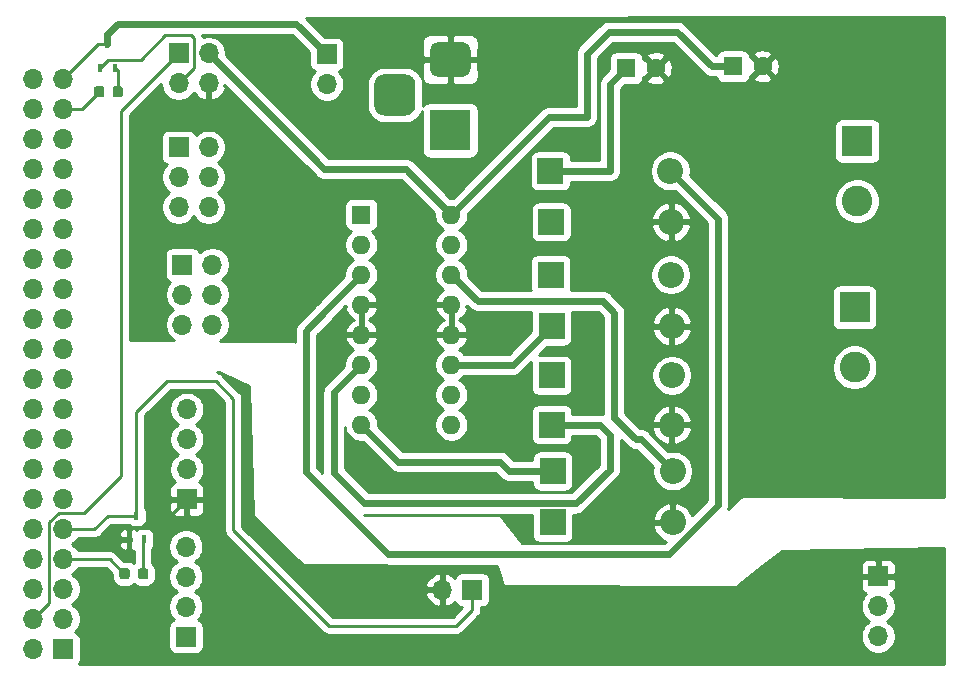
<source format=gbr>
%TF.GenerationSoftware,KiCad,Pcbnew,(5.1.6)-1*%
%TF.CreationDate,2021-05-14T12:36:34+02:00*%
%TF.ProjectId,nano1,6e616e6f-312e-46b6-9963-61645f706362,rev?*%
%TF.SameCoordinates,Original*%
%TF.FileFunction,Copper,L2,Bot*%
%TF.FilePolarity,Positive*%
%FSLAX46Y46*%
G04 Gerber Fmt 4.6, Leading zero omitted, Abs format (unit mm)*
G04 Created by KiCad (PCBNEW (5.1.6)-1) date 2021-05-14 12:36:34*
%MOMM*%
%LPD*%
G01*
G04 APERTURE LIST*
%TA.AperFunction,ComponentPad*%
%ADD10O,1.700000X1.700000*%
%TD*%
%TA.AperFunction,ComponentPad*%
%ADD11R,1.700000X1.700000*%
%TD*%
%TA.AperFunction,SMDPad,CuDef*%
%ADD12R,0.450000X0.700000*%
%TD*%
%TA.AperFunction,ComponentPad*%
%ADD13C,2.600000*%
%TD*%
%TA.AperFunction,ComponentPad*%
%ADD14R,2.600000X2.600000*%
%TD*%
%TA.AperFunction,ComponentPad*%
%ADD15R,3.500000X3.500000*%
%TD*%
%TA.AperFunction,ComponentPad*%
%ADD16R,1.600000X1.600000*%
%TD*%
%TA.AperFunction,ComponentPad*%
%ADD17C,1.600000*%
%TD*%
%TA.AperFunction,ComponentPad*%
%ADD18R,2.200000X2.200000*%
%TD*%
%TA.AperFunction,ComponentPad*%
%ADD19O,2.200000X2.200000*%
%TD*%
%TA.AperFunction,ComponentPad*%
%ADD20O,1.600000X1.600000*%
%TD*%
%TA.AperFunction,ViaPad*%
%ADD21C,0.800000*%
%TD*%
%TA.AperFunction,Conductor*%
%ADD22C,0.250000*%
%TD*%
%TA.AperFunction,Conductor*%
%ADD23C,0.600000*%
%TD*%
%TA.AperFunction,Conductor*%
%ADD24C,0.254000*%
%TD*%
G04 APERTURE END LIST*
D10*
%TO.P,J12,2*%
%TO.N,GND*%
X133807200Y-90114120D03*
D11*
%TO.P,J12,1*%
%TO.N,Net-(J1-Pad9)*%
X136347200Y-90114120D03*
%TD*%
D10*
%TO.P,J11,2*%
%TO.N,Net-(J11-Pad2)*%
X124028200Y-47320200D03*
D11*
%TO.P,J11,1*%
%TO.N,Net-(J1-Pad39)*%
X124028200Y-44780200D03*
%TD*%
%TO.P,R6,2*%
%TO.N,Net-(J1-Pad7)*%
%TA.AperFunction,SMDPad,CuDef*%
G36*
G01*
X107335840Y-88521830D02*
X107335840Y-89034330D01*
G75*
G02*
X107117090Y-89253080I-218750J0D01*
G01*
X106679590Y-89253080D01*
G75*
G02*
X106460840Y-89034330I0J218750D01*
G01*
X106460840Y-88521830D01*
G75*
G02*
X106679590Y-88303080I218750J0D01*
G01*
X107117090Y-88303080D01*
G75*
G02*
X107335840Y-88521830I0J-218750D01*
G01*
G37*
%TD.AperFunction*%
%TO.P,R6,1*%
%TO.N,Net-(Q2-Pad1)*%
%TA.AperFunction,SMDPad,CuDef*%
G36*
G01*
X108910840Y-88521830D02*
X108910840Y-89034330D01*
G75*
G02*
X108692090Y-89253080I-218750J0D01*
G01*
X108254590Y-89253080D01*
G75*
G02*
X108035840Y-89034330I0J218750D01*
G01*
X108035840Y-88521830D01*
G75*
G02*
X108254590Y-88303080I218750J0D01*
G01*
X108692090Y-88303080D01*
G75*
G02*
X108910840Y-88521830I0J-218750D01*
G01*
G37*
%TD.AperFunction*%
%TD*%
%TO.P,R5,2*%
%TO.N,Net-(J1-Pad37)*%
%TA.AperFunction,SMDPad,CuDef*%
G36*
G01*
X105192080Y-47698950D02*
X105192080Y-48211450D01*
G75*
G02*
X104973330Y-48430200I-218750J0D01*
G01*
X104535830Y-48430200D01*
G75*
G02*
X104317080Y-48211450I0J218750D01*
G01*
X104317080Y-47698950D01*
G75*
G02*
X104535830Y-47480200I218750J0D01*
G01*
X104973330Y-47480200D01*
G75*
G02*
X105192080Y-47698950I0J-218750D01*
G01*
G37*
%TD.AperFunction*%
%TO.P,R5,1*%
%TO.N,Net-(Q1-Pad1)*%
%TA.AperFunction,SMDPad,CuDef*%
G36*
G01*
X106767080Y-47698950D02*
X106767080Y-48211450D01*
G75*
G02*
X106548330Y-48430200I-218750J0D01*
G01*
X106110830Y-48430200D01*
G75*
G02*
X105892080Y-48211450I0J218750D01*
G01*
X105892080Y-47698950D01*
G75*
G02*
X106110830Y-47480200I218750J0D01*
G01*
X106548330Y-47480200D01*
G75*
G02*
X106767080Y-47698950I0J-218750D01*
G01*
G37*
%TD.AperFunction*%
%TD*%
D12*
%TO.P,Q2,3*%
%TO.N,Net-(J1-Pad9)*%
X107914440Y-83861400D03*
%TO.P,Q2,2*%
%TO.N,GND*%
X107264440Y-85861400D03*
%TO.P,Q2,1*%
%TO.N,Net-(Q2-Pad1)*%
X108564440Y-85861400D03*
%TD*%
%TO.P,Q1,3*%
%TO.N,Net-(J1-Pad39)*%
X105450640Y-43927520D03*
%TO.P,Q1,2*%
%TO.N,Net-(J11-Pad2)*%
X104800640Y-45927520D03*
%TO.P,Q1,1*%
%TO.N,Net-(Q1-Pad1)*%
X106100640Y-45927520D03*
%TD*%
D10*
%TO.P,J10,4*%
%TO.N,/AIN3*%
X112100360Y-86476840D03*
%TO.P,J10,3*%
%TO.N,/AIN2*%
X112100360Y-89016840D03*
%TO.P,J10,2*%
%TO.N,/AIN1*%
X112100360Y-91556840D03*
D11*
%TO.P,J10,1*%
%TO.N,/AIN0*%
X112100360Y-94096840D03*
%TD*%
D10*
%TO.P,J9,3*%
%TO.N,/AIN0*%
X170703240Y-94066360D03*
%TO.P,J9,2*%
%TO.N,VCC*%
X170703240Y-91526360D03*
D11*
%TO.P,J9,1*%
%TO.N,GND*%
X170703240Y-88986360D03*
%TD*%
D10*
%TO.P,J3,6*%
%TO.N,Net-(J3-Pad6)*%
X114345720Y-67670680D03*
%TO.P,J3,5*%
%TO.N,Net-(J1-Pad11)*%
X111805720Y-67670680D03*
%TO.P,J3,4*%
%TO.N,Net-(J3-Pad4)*%
X114345720Y-65130680D03*
%TO.P,J3,3*%
%TO.N,Net-(J1-Pad13)*%
X111805720Y-65130680D03*
%TO.P,J3,2*%
%TO.N,Net-(J3-Pad2)*%
X114345720Y-62590680D03*
D11*
%TO.P,J3,1*%
%TO.N,Net-(J1-Pad15)*%
X111805720Y-62590680D03*
%TD*%
D10*
%TO.P,J1,40*%
%TO.N,Net-(J1-Pad40)*%
X99161600Y-46893480D03*
%TO.P,J1,39*%
%TO.N,Net-(J1-Pad39)*%
X101701600Y-46893480D03*
%TO.P,J1,38*%
%TO.N,Net-(J1-Pad38)*%
X99161600Y-49433480D03*
%TO.P,J1,37*%
%TO.N,Net-(J1-Pad37)*%
X101701600Y-49433480D03*
%TO.P,J1,36*%
%TO.N,Net-(J1-Pad36)*%
X99161600Y-51973480D03*
%TO.P,J1,35*%
%TO.N,Net-(J1-Pad35)*%
X101701600Y-51973480D03*
%TO.P,J1,34*%
%TO.N,Net-(J1-Pad34)*%
X99161600Y-54513480D03*
%TO.P,J1,33*%
%TO.N,Net-(J1-Pad33)*%
X101701600Y-54513480D03*
%TO.P,J1,32*%
%TO.N,Net-(J1-Pad32)*%
X99161600Y-57053480D03*
%TO.P,J1,31*%
%TO.N,Net-(J1-Pad31)*%
X101701600Y-57053480D03*
%TO.P,J1,30*%
%TO.N,Net-(J1-Pad30)*%
X99161600Y-59593480D03*
%TO.P,J1,29*%
%TO.N,Net-(J1-Pad29)*%
X101701600Y-59593480D03*
%TO.P,J1,28*%
%TO.N,Net-(J1-Pad28)*%
X99161600Y-62133480D03*
%TO.P,J1,27*%
%TO.N,Net-(J1-Pad27)*%
X101701600Y-62133480D03*
%TO.P,J1,26*%
%TO.N,Net-(J1-Pad26)*%
X99161600Y-64673480D03*
%TO.P,J1,25*%
%TO.N,Net-(J1-Pad25)*%
X101701600Y-64673480D03*
%TO.P,J1,24*%
%TO.N,Net-(J1-Pad24)*%
X99161600Y-67213480D03*
%TO.P,J1,23*%
%TO.N,Net-(J1-Pad23)*%
X101701600Y-67213480D03*
%TO.P,J1,22*%
%TO.N,Net-(J1-Pad22)*%
X99161600Y-69753480D03*
%TO.P,J1,21*%
%TO.N,Net-(J1-Pad21)*%
X101701600Y-69753480D03*
%TO.P,J1,20*%
%TO.N,Net-(J1-Pad20)*%
X99161600Y-72293480D03*
%TO.P,J1,19*%
%TO.N,Net-(J1-Pad19)*%
X101701600Y-72293480D03*
%TO.P,J1,18*%
%TO.N,Net-(J1-Pad18)*%
X99161600Y-74833480D03*
%TO.P,J1,17*%
%TO.N,Net-(J1-Pad17)*%
X101701600Y-74833480D03*
%TO.P,J1,16*%
%TO.N,Net-(J1-Pad16)*%
X99161600Y-77373480D03*
%TO.P,J1,15*%
%TO.N,Net-(J1-Pad15)*%
X101701600Y-77373480D03*
%TO.P,J1,14*%
%TO.N,Net-(J1-Pad14)*%
X99161600Y-79913480D03*
%TO.P,J1,13*%
%TO.N,Net-(J1-Pad13)*%
X101701600Y-79913480D03*
%TO.P,J1,12*%
%TO.N,Net-(J1-Pad12)*%
X99161600Y-82453480D03*
%TO.P,J1,11*%
%TO.N,Net-(J1-Pad11)*%
X101701600Y-82453480D03*
%TO.P,J1,10*%
%TO.N,Net-(J1-Pad10)*%
X99161600Y-84993480D03*
%TO.P,J1,9*%
%TO.N,Net-(J1-Pad9)*%
X101701600Y-84993480D03*
%TO.P,J1,8*%
%TO.N,Net-(J1-Pad8)*%
X99161600Y-87533480D03*
%TO.P,J1,7*%
%TO.N,Net-(J1-Pad7)*%
X101701600Y-87533480D03*
%TO.P,J1,6*%
%TO.N,Net-(J1-Pad6)*%
X99161600Y-90073480D03*
%TO.P,J1,5*%
%TO.N,/SCL*%
X101701600Y-90073480D03*
%TO.P,J1,4*%
%TO.N,Net-(J1-Pad4)*%
X99161600Y-92613480D03*
%TO.P,J1,3*%
%TO.N,/SDA*%
X101701600Y-92613480D03*
%TO.P,J1,2*%
%TO.N,VCC*%
X99161600Y-95153480D03*
D11*
%TO.P,J1,1*%
%TO.N,Net-(J1-Pad1)*%
X101701600Y-95153480D03*
%TD*%
D13*
%TO.P,J7,2*%
%TO.N,Net-(D7-Pad2)*%
X168711880Y-71292720D03*
D14*
%TO.P,J7,1*%
%TO.N,Net-(D3-Pad2)*%
X168711880Y-66212720D03*
%TD*%
D13*
%TO.P,J6,2*%
%TO.N,Net-(D5-Pad2)*%
X168935400Y-57221120D03*
D14*
%TO.P,J6,1*%
%TO.N,Net-(D1-Pad2)*%
X168935400Y-52141120D03*
%TD*%
D10*
%TO.P,J8,4*%
%TO.N,/SCL*%
X112181640Y-74843640D03*
%TO.P,J8,3*%
%TO.N,/SDA*%
X112181640Y-77383640D03*
%TO.P,J8,2*%
%TO.N,VCC*%
X112181640Y-79923640D03*
D11*
%TO.P,J8,1*%
%TO.N,GND*%
X112181640Y-82463640D03*
%TD*%
%TO.P,J5,3*%
%TO.N,N/C*%
%TA.AperFunction,ComponentPad*%
G36*
G01*
X128907840Y-46481800D02*
X130657840Y-46481800D01*
G75*
G02*
X131532840Y-47356800I0J-875000D01*
G01*
X131532840Y-49106800D01*
G75*
G02*
X130657840Y-49981800I-875000J0D01*
G01*
X128907840Y-49981800D01*
G75*
G02*
X128032840Y-49106800I0J875000D01*
G01*
X128032840Y-47356800D01*
G75*
G02*
X128907840Y-46481800I875000J0D01*
G01*
G37*
%TD.AperFunction*%
%TO.P,J5,2*%
%TO.N,GND*%
%TA.AperFunction,ComponentPad*%
G36*
G01*
X133482840Y-43731800D02*
X135482840Y-43731800D01*
G75*
G02*
X136232840Y-44481800I0J-750000D01*
G01*
X136232840Y-45981800D01*
G75*
G02*
X135482840Y-46731800I-750000J0D01*
G01*
X133482840Y-46731800D01*
G75*
G02*
X132732840Y-45981800I0J750000D01*
G01*
X132732840Y-44481800D01*
G75*
G02*
X133482840Y-43731800I750000J0D01*
G01*
G37*
%TD.AperFunction*%
D15*
%TO.P,J5,1*%
%TO.N,Net-(C1-Pad1)*%
X134482840Y-51231800D03*
%TD*%
D16*
%TO.P,C2,1*%
%TO.N,Net-(C2-Pad1)*%
X158424880Y-45811440D03*
D17*
%TO.P,C2,2*%
%TO.N,GND*%
X160924880Y-45811440D03*
%TD*%
D18*
%TO.P,D8,1*%
%TO.N,Net-(D7-Pad2)*%
X143154400Y-84419440D03*
D19*
%TO.P,D8,2*%
%TO.N,GND*%
X153314400Y-84419440D03*
%TD*%
D18*
%TO.P,D7,1*%
%TO.N,Net-(C1-Pad1)*%
X143154400Y-80070960D03*
D19*
%TO.P,D7,2*%
%TO.N,Net-(D7-Pad2)*%
X153314400Y-80070960D03*
%TD*%
D18*
%TO.P,D6,1*%
%TO.N,Net-(D5-Pad2)*%
X143068040Y-76154280D03*
D19*
%TO.P,D6,2*%
%TO.N,GND*%
X153228040Y-76154280D03*
%TD*%
D18*
%TO.P,D5,1*%
%TO.N,Net-(C1-Pad1)*%
X143068040Y-71978520D03*
D19*
%TO.P,D5,2*%
%TO.N,Net-(D5-Pad2)*%
X153228040Y-71978520D03*
%TD*%
D18*
%TO.P,D4,1*%
%TO.N,Net-(D3-Pad2)*%
X143068040Y-67802760D03*
D19*
%TO.P,D4,2*%
%TO.N,GND*%
X153228040Y-67802760D03*
%TD*%
D18*
%TO.P,D3,1*%
%TO.N,Net-(C1-Pad1)*%
X142981680Y-63454280D03*
D19*
%TO.P,D3,2*%
%TO.N,Net-(D3-Pad2)*%
X153141680Y-63454280D03*
%TD*%
D18*
%TO.P,D2,1*%
%TO.N,Net-(D1-Pad2)*%
X143012160Y-58978800D03*
D19*
%TO.P,D2,2*%
%TO.N,GND*%
X153172160Y-58978800D03*
%TD*%
D18*
%TO.P,D1,1*%
%TO.N,Net-(C1-Pad1)*%
X142956280Y-54665880D03*
D19*
%TO.P,D1,2*%
%TO.N,Net-(D1-Pad2)*%
X153116280Y-54665880D03*
%TD*%
D16*
%TO.P,C1,1*%
%TO.N,Net-(C1-Pad1)*%
X149367240Y-45958760D03*
D17*
%TO.P,C1,2*%
%TO.N,GND*%
X151867240Y-45958760D03*
%TD*%
D20*
%TO.P,U1,16*%
%TO.N,Net-(C2-Pad1)*%
X134574280Y-58364120D03*
%TO.P,U1,8*%
%TO.N,Net-(C1-Pad1)*%
X126954280Y-76144120D03*
%TO.P,U1,15*%
%TO.N,Net-(J3-Pad4)*%
X134574280Y-60904120D03*
%TO.P,U1,7*%
%TO.N,Net-(J2-Pad4)*%
X126954280Y-73604120D03*
%TO.P,U1,14*%
%TO.N,Net-(D7-Pad2)*%
X134574280Y-63444120D03*
%TO.P,U1,6*%
%TO.N,Net-(D5-Pad2)*%
X126954280Y-71064120D03*
%TO.P,U1,13*%
%TO.N,GND*%
X134574280Y-65984120D03*
%TO.P,U1,5*%
X126954280Y-68524120D03*
%TO.P,U1,12*%
X134574280Y-68524120D03*
%TO.P,U1,4*%
X126954280Y-65984120D03*
%TO.P,U1,11*%
%TO.N,Net-(D3-Pad2)*%
X134574280Y-71064120D03*
%TO.P,U1,3*%
%TO.N,Net-(D1-Pad2)*%
X126954280Y-63444120D03*
%TO.P,U1,10*%
%TO.N,Net-(J3-Pad2)*%
X134574280Y-73604120D03*
%TO.P,U1,2*%
%TO.N,Net-(J2-Pad2)*%
X126954280Y-60904120D03*
%TO.P,U1,9*%
%TO.N,Net-(J3-Pad6)*%
X134574280Y-76144120D03*
D16*
%TO.P,U1,1*%
%TO.N,Net-(J2-Pad6)*%
X126954280Y-58364120D03*
%TD*%
D10*
%TO.P,J4,4*%
%TO.N,GND*%
X114020600Y-47259240D03*
%TO.P,J4,3*%
%TO.N,Net-(J11-Pad2)*%
X111480600Y-47259240D03*
%TO.P,J4,2*%
%TO.N,Net-(C2-Pad1)*%
X114020600Y-44719240D03*
D11*
%TO.P,J4,1*%
%TO.N,Net-(J1-Pad4)*%
X111480600Y-44719240D03*
%TD*%
D10*
%TO.P,J2,6*%
%TO.N,Net-(J2-Pad6)*%
X114020600Y-57734200D03*
%TO.P,J2,5*%
%TO.N,Net-(J1-Pad19)*%
X111480600Y-57734200D03*
%TO.P,J2,4*%
%TO.N,Net-(J2-Pad4)*%
X114020600Y-55194200D03*
%TO.P,J2,3*%
%TO.N,Net-(J1-Pad21)*%
X111480600Y-55194200D03*
%TO.P,J2,2*%
%TO.N,Net-(J2-Pad2)*%
X114020600Y-52654200D03*
D11*
%TO.P,J2,1*%
%TO.N,Net-(J1-Pad23)*%
X111480600Y-52654200D03*
%TD*%
D21*
%TO.N,GND*%
X131582160Y-90678000D03*
X163748720Y-88463120D03*
X157911800Y-92547440D03*
X107787440Y-91572080D03*
X175112680Y-88905080D03*
X166116000Y-88432640D03*
X129921000Y-90744040D03*
X106756200Y-92567760D03*
X108818680Y-92511880D03*
X107883960Y-93599000D03*
X130703320Y-89687400D03*
X130820160Y-91765120D03*
X139115800Y-91815920D03*
X164998400Y-89448640D03*
X164886640Y-87330280D03*
X173116240Y-88950800D03*
X174117000Y-87807800D03*
X174228760Y-90002360D03*
X114874040Y-85191600D03*
%TD*%
D22*
%TO.N,Net-(J1-Pad39)*%
X104667560Y-43927520D02*
X105450640Y-43927520D01*
X101701600Y-46893480D02*
X104667560Y-43927520D01*
D23*
X105450640Y-43927520D02*
X105450640Y-43093640D01*
X105450640Y-43093640D02*
X106359960Y-42184320D01*
X121432320Y-42184320D02*
X124028200Y-44780200D01*
X106359960Y-42184320D02*
X121432320Y-42184320D01*
D22*
%TO.N,Net-(J1-Pad37)*%
X103276300Y-49433480D02*
X104754580Y-47955200D01*
X101701600Y-49433480D02*
X103276300Y-49433480D01*
%TO.N,Net-(J1-Pad7)*%
X105653740Y-87533480D02*
X106898340Y-88778080D01*
X101701600Y-87533480D02*
X105653740Y-87533480D01*
%TO.N,Net-(J1-Pad4)*%
X106583480Y-49616360D02*
X111480600Y-44719240D01*
X101327597Y-83628481D02*
X103442519Y-83628481D01*
X100526599Y-84429479D02*
X101327597Y-83628481D01*
X99161600Y-92613480D02*
X100526599Y-91248481D01*
X100526599Y-91248481D02*
X100526599Y-84429479D01*
X106583480Y-80487520D02*
X106583480Y-49616360D01*
X103442519Y-83628481D02*
X106583480Y-80487520D01*
%TO.N,GND*%
X111580679Y-81862679D02*
X112181640Y-82463640D01*
X107264440Y-85861400D02*
X107264440Y-85125320D01*
X107264440Y-85125320D02*
X107502960Y-84886800D01*
X109758480Y-84886800D02*
X112181640Y-82463640D01*
X107502960Y-84886800D02*
X109758480Y-84886800D01*
D23*
%TO.N,Net-(C1-Pad1)*%
X126954280Y-76144120D02*
X130088640Y-79278480D01*
X139471400Y-80070960D02*
X143154400Y-80070960D01*
X138678920Y-79278480D02*
X139471400Y-80070960D01*
X130088640Y-79278480D02*
X138678920Y-79278480D01*
X147985480Y-54665880D02*
X142956280Y-54665880D01*
X147985480Y-47340520D02*
X149367240Y-45958760D01*
X147985480Y-54665880D02*
X147985480Y-47340520D01*
%TO.N,Net-(D1-Pad2)*%
X123797152Y-66601248D02*
X123797152Y-66641888D01*
X126954280Y-63444120D02*
X123797152Y-66601248D01*
X123797152Y-66641888D02*
X122260360Y-68178680D01*
X122260360Y-68178680D02*
X122260360Y-80157320D01*
X122260360Y-80157320D02*
X129240280Y-87137240D01*
X152964602Y-87137240D02*
X157154880Y-82946962D01*
X129240280Y-87137240D02*
X152964602Y-87137240D01*
X157154880Y-58704480D02*
X153116280Y-54665880D01*
X157154880Y-82946962D02*
X157154880Y-58704480D01*
%TO.N,Net-(D3-Pad2)*%
X139806680Y-71064120D02*
X143068040Y-67802760D01*
X134574280Y-71064120D02*
X139806680Y-71064120D01*
%TO.N,Net-(D5-Pad2)*%
X147995640Y-76997560D02*
X147152360Y-76154280D01*
X147995640Y-79943960D02*
X147995640Y-76997560D01*
X145120161Y-82819439D02*
X147995640Y-79943960D01*
X147152360Y-76154280D02*
X143068040Y-76154280D01*
X126954280Y-71064120D02*
X124597160Y-73421240D01*
X124597160Y-73421240D02*
X124597160Y-80218280D01*
X124597160Y-80218280D02*
X127198319Y-82819439D01*
X127198319Y-82819439D02*
X145120161Y-82819439D01*
%TO.N,Net-(D7-Pad2)*%
X134574280Y-63444120D02*
X136819640Y-65689480D01*
X136819640Y-65689480D02*
X147391120Y-65689480D01*
X148371560Y-66669920D02*
X148371560Y-75570080D01*
X147391120Y-65689480D02*
X148371560Y-66669920D01*
X148371560Y-75570080D02*
X150185120Y-77383640D01*
X150627080Y-77383640D02*
X153314400Y-80070960D01*
X150185120Y-77383640D02*
X150627080Y-77383640D01*
%TO.N,Net-(C2-Pad1)*%
X114020600Y-44719240D02*
X123794520Y-54493160D01*
X130703320Y-54493160D02*
X134574280Y-58364120D01*
X123794520Y-54493160D02*
X130703320Y-54493160D01*
X147899120Y-42870120D02*
X153700480Y-42870120D01*
X146044920Y-50088800D02*
X146044920Y-46781078D01*
X153700480Y-42870120D02*
X156641800Y-45811440D01*
X134574280Y-58364120D02*
X142849600Y-50088800D01*
X156641800Y-45811440D02*
X158424880Y-45811440D01*
X146039840Y-44729400D02*
X147899120Y-42870120D01*
X142849600Y-50088800D02*
X146044920Y-50088800D01*
X146044920Y-46781078D02*
X146039840Y-46775998D01*
X146039840Y-46775998D02*
X146039840Y-44729400D01*
D22*
%TO.N,Net-(J1-Pad9)*%
X101701600Y-84993480D02*
X104333040Y-84993480D01*
X105465120Y-83861400D02*
X107914440Y-83861400D01*
X104333040Y-84993480D02*
X105465120Y-83861400D01*
X107914440Y-75036680D02*
X107914440Y-83861400D01*
X110510320Y-72440800D02*
X107914440Y-75036680D01*
X116118640Y-73944480D02*
X114614960Y-72440800D01*
X136347200Y-91821000D02*
X134985760Y-93182440D01*
X134985760Y-93182440D02*
X124212202Y-93182440D01*
X136347200Y-90114120D02*
X136347200Y-91821000D01*
X114614960Y-72440800D02*
X110510320Y-72440800D01*
X116118640Y-85088878D02*
X116118640Y-73944480D01*
X124212202Y-93182440D02*
X116118640Y-85088878D01*
%TO.N,Net-(J11-Pad2)*%
X112776000Y-45963840D02*
X111480600Y-47259240D01*
X112776000Y-43444160D02*
X112776000Y-45963840D01*
X105475641Y-45252519D02*
X108280079Y-45252519D01*
X104800640Y-45927520D02*
X105475641Y-45252519D01*
X108280079Y-45252519D02*
X110352598Y-43180000D01*
X110352598Y-43180000D02*
X112511840Y-43180000D01*
X112511840Y-43180000D02*
X112776000Y-43444160D01*
%TO.N,Net-(Q1-Pad1)*%
X106329580Y-46156460D02*
X106100640Y-45927520D01*
X106329580Y-47955200D02*
X106329580Y-46156460D01*
%TO.N,Net-(Q2-Pad1)*%
X108473340Y-85952500D02*
X108564440Y-85861400D01*
X108473340Y-88778080D02*
X108473340Y-85952500D01*
%TD*%
D24*
%TO.N,GND*%
G36*
X117467201Y-72848682D02*
G01*
X117790014Y-83910065D01*
X117793176Y-83934760D01*
X117801095Y-83958363D01*
X117813467Y-83979968D01*
X117828904Y-83997876D01*
X121994504Y-88005996D01*
X122014050Y-88021416D01*
X122036228Y-88032727D01*
X122060188Y-88039494D01*
X122082245Y-88041480D01*
X129057433Y-88058756D01*
X129240280Y-88076764D01*
X129286215Y-88072240D01*
X134501709Y-88072240D01*
X138400355Y-88081896D01*
X138970345Y-89733902D01*
X138980733Y-89756528D01*
X138995335Y-89776692D01*
X139013591Y-89793620D01*
X139034798Y-89806662D01*
X139058143Y-89815315D01*
X139089972Y-89819479D01*
X158663212Y-89885519D01*
X158687996Y-89883163D01*
X158711845Y-89876016D01*
X158742610Y-89857983D01*
X158769844Y-89836360D01*
X169215168Y-89836360D01*
X169227428Y-89960842D01*
X169263738Y-90080540D01*
X169322703Y-90190854D01*
X169402055Y-90287545D01*
X169498746Y-90366897D01*
X169609060Y-90425862D01*
X169681620Y-90447873D01*
X169549765Y-90579728D01*
X169387250Y-90822949D01*
X169275308Y-91093202D01*
X169218240Y-91380100D01*
X169218240Y-91672620D01*
X169275308Y-91959518D01*
X169387250Y-92229771D01*
X169549765Y-92472992D01*
X169756608Y-92679835D01*
X169931000Y-92796360D01*
X169756608Y-92912885D01*
X169549765Y-93119728D01*
X169387250Y-93362949D01*
X169275308Y-93633202D01*
X169218240Y-93920100D01*
X169218240Y-94212620D01*
X169275308Y-94499518D01*
X169387250Y-94769771D01*
X169549765Y-95012992D01*
X169756608Y-95219835D01*
X169999829Y-95382350D01*
X170270082Y-95494292D01*
X170556980Y-95551360D01*
X170849500Y-95551360D01*
X171136398Y-95494292D01*
X171406651Y-95382350D01*
X171649872Y-95219835D01*
X171856715Y-95012992D01*
X172019230Y-94769771D01*
X172131172Y-94499518D01*
X172188240Y-94212620D01*
X172188240Y-93920100D01*
X172131172Y-93633202D01*
X172019230Y-93362949D01*
X171856715Y-93119728D01*
X171649872Y-92912885D01*
X171475480Y-92796360D01*
X171649872Y-92679835D01*
X171856715Y-92472992D01*
X172019230Y-92229771D01*
X172131172Y-91959518D01*
X172188240Y-91672620D01*
X172188240Y-91380100D01*
X172131172Y-91093202D01*
X172019230Y-90822949D01*
X171856715Y-90579728D01*
X171724860Y-90447873D01*
X171797420Y-90425862D01*
X171907734Y-90366897D01*
X172004425Y-90287545D01*
X172083777Y-90190854D01*
X172142742Y-90080540D01*
X172179052Y-89960842D01*
X172191312Y-89836360D01*
X172188240Y-89272110D01*
X172029490Y-89113360D01*
X170830240Y-89113360D01*
X170830240Y-89133360D01*
X170576240Y-89133360D01*
X170576240Y-89113360D01*
X169376990Y-89113360D01*
X169218240Y-89272110D01*
X169215168Y-89836360D01*
X158769844Y-89836360D01*
X160911000Y-88136360D01*
X169215168Y-88136360D01*
X169218240Y-88700610D01*
X169376990Y-88859360D01*
X170576240Y-88859360D01*
X170576240Y-87660110D01*
X170830240Y-87660110D01*
X170830240Y-88859360D01*
X172029490Y-88859360D01*
X172188240Y-88700610D01*
X172191312Y-88136360D01*
X172179052Y-88011878D01*
X172142742Y-87892180D01*
X172083777Y-87781866D01*
X172004425Y-87685175D01*
X171907734Y-87605823D01*
X171797420Y-87546858D01*
X171677722Y-87510548D01*
X171553240Y-87498288D01*
X170988990Y-87501360D01*
X170830240Y-87660110D01*
X170576240Y-87660110D01*
X170417490Y-87501360D01*
X169853240Y-87498288D01*
X169728758Y-87510548D01*
X169609060Y-87546858D01*
X169498746Y-87605823D01*
X169402055Y-87685175D01*
X169322703Y-87781866D01*
X169263738Y-87892180D01*
X169227428Y-88011878D01*
X169215168Y-88136360D01*
X160911000Y-88136360D01*
X162579740Y-86811442D01*
X176279140Y-86601284D01*
X176271814Y-96431774D01*
X174003400Y-96423992D01*
X174002449Y-96423898D01*
X173971122Y-96423881D01*
X173939526Y-96423773D01*
X173938567Y-96423864D01*
X103058893Y-96386296D01*
X103082137Y-96357974D01*
X103141102Y-96247660D01*
X103177412Y-96127962D01*
X103189672Y-96003480D01*
X103189672Y-94303480D01*
X103177412Y-94178998D01*
X103141102Y-94059300D01*
X103082137Y-93948986D01*
X103002785Y-93852295D01*
X102906094Y-93772943D01*
X102795780Y-93713978D01*
X102723220Y-93691967D01*
X102855075Y-93560112D01*
X103017590Y-93316891D01*
X103046605Y-93246840D01*
X110612288Y-93246840D01*
X110612288Y-94946840D01*
X110624548Y-95071322D01*
X110660858Y-95191020D01*
X110719823Y-95301334D01*
X110799175Y-95398025D01*
X110895866Y-95477377D01*
X111006180Y-95536342D01*
X111125878Y-95572652D01*
X111250360Y-95584912D01*
X112950360Y-95584912D01*
X113074842Y-95572652D01*
X113194540Y-95536342D01*
X113304854Y-95477377D01*
X113401545Y-95398025D01*
X113480897Y-95301334D01*
X113539862Y-95191020D01*
X113576172Y-95071322D01*
X113588432Y-94946840D01*
X113588432Y-93246840D01*
X113576172Y-93122358D01*
X113539862Y-93002660D01*
X113480897Y-92892346D01*
X113401545Y-92795655D01*
X113304854Y-92716303D01*
X113194540Y-92657338D01*
X113121980Y-92635327D01*
X113253835Y-92503472D01*
X113416350Y-92260251D01*
X113528292Y-91989998D01*
X113585360Y-91703100D01*
X113585360Y-91410580D01*
X113528292Y-91123682D01*
X113416350Y-90853429D01*
X113253835Y-90610208D01*
X113046992Y-90403365D01*
X112872600Y-90286840D01*
X113046992Y-90170315D01*
X113253835Y-89963472D01*
X113416350Y-89720251D01*
X113528292Y-89449998D01*
X113585360Y-89163100D01*
X113585360Y-88870580D01*
X113528292Y-88583682D01*
X113416350Y-88313429D01*
X113253835Y-88070208D01*
X113046992Y-87863365D01*
X112872600Y-87746840D01*
X113046992Y-87630315D01*
X113253835Y-87423472D01*
X113416350Y-87180251D01*
X113528292Y-86909998D01*
X113585360Y-86623100D01*
X113585360Y-86330580D01*
X113528292Y-86043682D01*
X113416350Y-85773429D01*
X113253835Y-85530208D01*
X113046992Y-85323365D01*
X112803771Y-85160850D01*
X112533518Y-85048908D01*
X112246620Y-84991840D01*
X111954100Y-84991840D01*
X111667202Y-85048908D01*
X111396949Y-85160850D01*
X111153728Y-85323365D01*
X110946885Y-85530208D01*
X110784370Y-85773429D01*
X110672428Y-86043682D01*
X110615360Y-86330580D01*
X110615360Y-86623100D01*
X110672428Y-86909998D01*
X110784370Y-87180251D01*
X110946885Y-87423472D01*
X111153728Y-87630315D01*
X111328120Y-87746840D01*
X111153728Y-87863365D01*
X110946885Y-88070208D01*
X110784370Y-88313429D01*
X110672428Y-88583682D01*
X110615360Y-88870580D01*
X110615360Y-89163100D01*
X110672428Y-89449998D01*
X110784370Y-89720251D01*
X110946885Y-89963472D01*
X111153728Y-90170315D01*
X111328120Y-90286840D01*
X111153728Y-90403365D01*
X110946885Y-90610208D01*
X110784370Y-90853429D01*
X110672428Y-91123682D01*
X110615360Y-91410580D01*
X110615360Y-91703100D01*
X110672428Y-91989998D01*
X110784370Y-92260251D01*
X110946885Y-92503472D01*
X111078740Y-92635327D01*
X111006180Y-92657338D01*
X110895866Y-92716303D01*
X110799175Y-92795655D01*
X110719823Y-92892346D01*
X110660858Y-93002660D01*
X110624548Y-93122358D01*
X110612288Y-93246840D01*
X103046605Y-93246840D01*
X103129532Y-93046638D01*
X103186600Y-92759740D01*
X103186600Y-92467220D01*
X103129532Y-92180322D01*
X103017590Y-91910069D01*
X102855075Y-91666848D01*
X102648232Y-91460005D01*
X102473840Y-91343480D01*
X102648232Y-91226955D01*
X102855075Y-91020112D01*
X103017590Y-90776891D01*
X103129532Y-90506638D01*
X103186600Y-90219740D01*
X103186600Y-89927220D01*
X103129532Y-89640322D01*
X103017590Y-89370069D01*
X102855075Y-89126848D01*
X102648232Y-88920005D01*
X102473840Y-88803480D01*
X102648232Y-88686955D01*
X102855075Y-88480112D01*
X102979778Y-88293480D01*
X105338939Y-88293480D01*
X105822768Y-88777310D01*
X105822768Y-89034330D01*
X105839232Y-89201488D01*
X105887990Y-89362222D01*
X105967169Y-89510355D01*
X106073725Y-89640195D01*
X106203565Y-89746751D01*
X106351698Y-89825930D01*
X106512432Y-89874688D01*
X106679590Y-89891152D01*
X107117090Y-89891152D01*
X107284248Y-89874688D01*
X107444982Y-89825930D01*
X107593115Y-89746751D01*
X107685840Y-89670654D01*
X107778565Y-89746751D01*
X107926698Y-89825930D01*
X108087432Y-89874688D01*
X108254590Y-89891152D01*
X108692090Y-89891152D01*
X108859248Y-89874688D01*
X109019982Y-89825930D01*
X109168115Y-89746751D01*
X109297955Y-89640195D01*
X109404511Y-89510355D01*
X109483690Y-89362222D01*
X109532448Y-89201488D01*
X109548912Y-89034330D01*
X109548912Y-88521830D01*
X109532448Y-88354672D01*
X109483690Y-88193938D01*
X109404511Y-88045805D01*
X109297955Y-87915965D01*
X109233340Y-87862937D01*
X109233340Y-86668564D01*
X109240625Y-86662585D01*
X109319977Y-86565894D01*
X109378942Y-86455580D01*
X109415252Y-86335882D01*
X109427512Y-86211400D01*
X109427512Y-85511400D01*
X109415252Y-85386918D01*
X109378942Y-85267220D01*
X109319977Y-85156906D01*
X109240625Y-85060215D01*
X109143934Y-84980863D01*
X109033620Y-84921898D01*
X108913922Y-84885588D01*
X108789440Y-84873328D01*
X108339440Y-84873328D01*
X108214958Y-84885588D01*
X108095260Y-84921898D01*
X107984946Y-84980863D01*
X107914046Y-85039049D01*
X107856448Y-84989441D01*
X107747567Y-84927871D01*
X107628766Y-84888725D01*
X107521190Y-84876400D01*
X107362440Y-85035150D01*
X107362440Y-85734400D01*
X107411440Y-85734400D01*
X107411440Y-85988400D01*
X107362440Y-85988400D01*
X107362440Y-86687650D01*
X107521190Y-86846400D01*
X107628766Y-86834075D01*
X107713341Y-86806207D01*
X107713340Y-87862937D01*
X107685840Y-87885506D01*
X107593115Y-87809409D01*
X107444982Y-87730230D01*
X107284248Y-87681472D01*
X107117090Y-87665008D01*
X106860070Y-87665008D01*
X106217544Y-87022483D01*
X106193741Y-86993479D01*
X106078016Y-86898506D01*
X105945987Y-86827934D01*
X105802726Y-86784477D01*
X105691073Y-86773480D01*
X105691062Y-86773480D01*
X105653740Y-86769804D01*
X105616418Y-86773480D01*
X102979778Y-86773480D01*
X102855075Y-86586848D01*
X102648232Y-86380005D01*
X102473840Y-86263480D01*
X102574488Y-86196229D01*
X106401548Y-86196229D01*
X106410846Y-86320967D01*
X106444299Y-86441495D01*
X106500624Y-86553180D01*
X106577655Y-86651730D01*
X106672432Y-86733359D01*
X106781313Y-86794929D01*
X106900114Y-86834075D01*
X107007690Y-86846400D01*
X107166440Y-86687650D01*
X107166440Y-85988400D01*
X106563190Y-85988400D01*
X106404440Y-86147150D01*
X106401548Y-86196229D01*
X102574488Y-86196229D01*
X102648232Y-86146955D01*
X102855075Y-85940112D01*
X102979778Y-85753480D01*
X104295718Y-85753480D01*
X104333040Y-85757156D01*
X104370362Y-85753480D01*
X104370373Y-85753480D01*
X104482026Y-85742483D01*
X104625287Y-85699026D01*
X104757316Y-85628454D01*
X104873041Y-85533481D01*
X104878712Y-85526571D01*
X106401548Y-85526571D01*
X106404440Y-85575650D01*
X106563190Y-85734400D01*
X107166440Y-85734400D01*
X107166440Y-85035150D01*
X107007690Y-84876400D01*
X106900114Y-84888725D01*
X106781313Y-84927871D01*
X106672432Y-84989441D01*
X106577655Y-85071070D01*
X106500624Y-85169620D01*
X106444299Y-85281305D01*
X106410846Y-85401833D01*
X106401548Y-85526571D01*
X104878712Y-85526571D01*
X104896844Y-85504478D01*
X105779922Y-84621400D01*
X107204455Y-84621400D01*
X107238255Y-84662585D01*
X107334946Y-84741937D01*
X107445260Y-84800902D01*
X107564958Y-84837212D01*
X107689440Y-84849472D01*
X108139440Y-84849472D01*
X108263922Y-84837212D01*
X108383620Y-84800902D01*
X108493934Y-84741937D01*
X108590625Y-84662585D01*
X108669977Y-84565894D01*
X108728942Y-84455580D01*
X108765252Y-84335882D01*
X108777512Y-84211400D01*
X108777512Y-83511400D01*
X108765252Y-83386918D01*
X108743024Y-83313640D01*
X110693568Y-83313640D01*
X110705828Y-83438122D01*
X110742138Y-83557820D01*
X110801103Y-83668134D01*
X110880455Y-83764825D01*
X110977146Y-83844177D01*
X111087460Y-83903142D01*
X111207158Y-83939452D01*
X111331640Y-83951712D01*
X111895890Y-83948640D01*
X112054640Y-83789890D01*
X112054640Y-82590640D01*
X112308640Y-82590640D01*
X112308640Y-83789890D01*
X112467390Y-83948640D01*
X113031640Y-83951712D01*
X113156122Y-83939452D01*
X113275820Y-83903142D01*
X113386134Y-83844177D01*
X113482825Y-83764825D01*
X113562177Y-83668134D01*
X113621142Y-83557820D01*
X113657452Y-83438122D01*
X113669712Y-83313640D01*
X113666640Y-82749390D01*
X113507890Y-82590640D01*
X112308640Y-82590640D01*
X112054640Y-82590640D01*
X110855390Y-82590640D01*
X110696640Y-82749390D01*
X110693568Y-83313640D01*
X108743024Y-83313640D01*
X108728942Y-83267220D01*
X108674440Y-83165256D01*
X108674440Y-81613640D01*
X110693568Y-81613640D01*
X110696640Y-82177890D01*
X110855390Y-82336640D01*
X112054640Y-82336640D01*
X112054640Y-82316640D01*
X112308640Y-82316640D01*
X112308640Y-82336640D01*
X113507890Y-82336640D01*
X113666640Y-82177890D01*
X113669712Y-81613640D01*
X113657452Y-81489158D01*
X113621142Y-81369460D01*
X113562177Y-81259146D01*
X113482825Y-81162455D01*
X113386134Y-81083103D01*
X113275820Y-81024138D01*
X113203260Y-81002127D01*
X113335115Y-80870272D01*
X113497630Y-80627051D01*
X113609572Y-80356798D01*
X113666640Y-80069900D01*
X113666640Y-79777380D01*
X113609572Y-79490482D01*
X113497630Y-79220229D01*
X113335115Y-78977008D01*
X113128272Y-78770165D01*
X112953880Y-78653640D01*
X113128272Y-78537115D01*
X113335115Y-78330272D01*
X113497630Y-78087051D01*
X113609572Y-77816798D01*
X113666640Y-77529900D01*
X113666640Y-77237380D01*
X113609572Y-76950482D01*
X113497630Y-76680229D01*
X113335115Y-76437008D01*
X113128272Y-76230165D01*
X112953880Y-76113640D01*
X113128272Y-75997115D01*
X113335115Y-75790272D01*
X113497630Y-75547051D01*
X113609572Y-75276798D01*
X113666640Y-74989900D01*
X113666640Y-74697380D01*
X113609572Y-74410482D01*
X113497630Y-74140229D01*
X113335115Y-73897008D01*
X113128272Y-73690165D01*
X112885051Y-73527650D01*
X112614798Y-73415708D01*
X112327900Y-73358640D01*
X112035380Y-73358640D01*
X111748482Y-73415708D01*
X111478229Y-73527650D01*
X111235008Y-73690165D01*
X111028165Y-73897008D01*
X110865650Y-74140229D01*
X110753708Y-74410482D01*
X110696640Y-74697380D01*
X110696640Y-74989900D01*
X110753708Y-75276798D01*
X110865650Y-75547051D01*
X111028165Y-75790272D01*
X111235008Y-75997115D01*
X111409400Y-76113640D01*
X111235008Y-76230165D01*
X111028165Y-76437008D01*
X110865650Y-76680229D01*
X110753708Y-76950482D01*
X110696640Y-77237380D01*
X110696640Y-77529900D01*
X110753708Y-77816798D01*
X110865650Y-78087051D01*
X111028165Y-78330272D01*
X111235008Y-78537115D01*
X111409400Y-78653640D01*
X111235008Y-78770165D01*
X111028165Y-78977008D01*
X110865650Y-79220229D01*
X110753708Y-79490482D01*
X110696640Y-79777380D01*
X110696640Y-80069900D01*
X110753708Y-80356798D01*
X110865650Y-80627051D01*
X111028165Y-80870272D01*
X111160020Y-81002127D01*
X111087460Y-81024138D01*
X110977146Y-81083103D01*
X110880455Y-81162455D01*
X110801103Y-81259146D01*
X110742138Y-81369460D01*
X110705828Y-81489158D01*
X110693568Y-81613640D01*
X108674440Y-81613640D01*
X108674440Y-75351481D01*
X110825122Y-73200800D01*
X114300159Y-73200800D01*
X115358641Y-74259283D01*
X115358640Y-85051556D01*
X115354964Y-85088878D01*
X115358640Y-85126200D01*
X115358640Y-85126210D01*
X115369637Y-85237863D01*
X115413094Y-85381124D01*
X115483666Y-85513154D01*
X115519879Y-85557279D01*
X115578639Y-85628879D01*
X115607643Y-85652682D01*
X123648403Y-93693443D01*
X123672201Y-93722441D01*
X123701199Y-93746239D01*
X123787925Y-93817414D01*
X123919955Y-93887986D01*
X124063216Y-93931443D01*
X124174869Y-93942440D01*
X124174878Y-93942440D01*
X124212201Y-93946116D01*
X124249524Y-93942440D01*
X134948438Y-93942440D01*
X134985760Y-93946116D01*
X135023082Y-93942440D01*
X135023093Y-93942440D01*
X135134746Y-93931443D01*
X135278007Y-93887986D01*
X135410036Y-93817414D01*
X135525761Y-93722441D01*
X135549564Y-93693437D01*
X136858203Y-92384799D01*
X136887201Y-92361001D01*
X136919837Y-92321234D01*
X136982174Y-92245277D01*
X137052746Y-92113247D01*
X137083410Y-92012158D01*
X137096203Y-91969986D01*
X137107200Y-91858333D01*
X137107200Y-91858323D01*
X137110876Y-91821000D01*
X137107200Y-91783677D01*
X137107200Y-91602192D01*
X137197200Y-91602192D01*
X137321682Y-91589932D01*
X137441380Y-91553622D01*
X137551694Y-91494657D01*
X137648385Y-91415305D01*
X137727737Y-91318614D01*
X137786702Y-91208300D01*
X137823012Y-91088602D01*
X137835272Y-90964120D01*
X137835272Y-89264120D01*
X137823012Y-89139638D01*
X137786702Y-89019940D01*
X137727737Y-88909626D01*
X137648385Y-88812935D01*
X137551694Y-88733583D01*
X137441380Y-88674618D01*
X137321682Y-88638308D01*
X137197200Y-88626048D01*
X135497200Y-88626048D01*
X135372718Y-88638308D01*
X135253020Y-88674618D01*
X135142706Y-88733583D01*
X135046015Y-88812935D01*
X134966663Y-88909626D01*
X134907698Y-89019940D01*
X134883234Y-89100586D01*
X134807469Y-89016532D01*
X134574120Y-88842479D01*
X134311299Y-88717295D01*
X134164090Y-88672644D01*
X133934200Y-88793965D01*
X133934200Y-89987120D01*
X133954200Y-89987120D01*
X133954200Y-90241120D01*
X133934200Y-90241120D01*
X133934200Y-91434275D01*
X134164090Y-91555596D01*
X134311299Y-91510945D01*
X134574120Y-91385761D01*
X134807469Y-91211708D01*
X134883234Y-91127654D01*
X134907698Y-91208300D01*
X134966663Y-91318614D01*
X135046015Y-91415305D01*
X135142706Y-91494657D01*
X135253020Y-91553622D01*
X135372718Y-91589932D01*
X135491744Y-91601655D01*
X134670959Y-92422440D01*
X124527004Y-92422440D01*
X122575575Y-90471011D01*
X132365719Y-90471011D01*
X132463043Y-90745372D01*
X132612022Y-90995475D01*
X132806931Y-91211708D01*
X133040280Y-91385761D01*
X133303101Y-91510945D01*
X133450310Y-91555596D01*
X133680200Y-91434275D01*
X133680200Y-90241120D01*
X132486386Y-90241120D01*
X132365719Y-90471011D01*
X122575575Y-90471011D01*
X121861793Y-89757229D01*
X132365719Y-89757229D01*
X132486386Y-89987120D01*
X133680200Y-89987120D01*
X133680200Y-88793965D01*
X133450310Y-88672644D01*
X133303101Y-88717295D01*
X133040280Y-88842479D01*
X132806931Y-89016532D01*
X132612022Y-89232765D01*
X132463043Y-89482868D01*
X132365719Y-89757229D01*
X121861793Y-89757229D01*
X116878640Y-84774077D01*
X116878640Y-73981805D01*
X116882316Y-73944480D01*
X116878640Y-73907155D01*
X116878640Y-73907147D01*
X116867643Y-73795494D01*
X116824186Y-73652233D01*
X116753614Y-73520204D01*
X116658641Y-73404479D01*
X116629643Y-73380681D01*
X115178764Y-71929803D01*
X115154961Y-71900799D01*
X115039236Y-71805826D01*
X114907207Y-71735254D01*
X114764505Y-71691967D01*
X114923640Y-71689405D01*
X117467201Y-72848682D01*
G37*
X117467201Y-72848682D02*
X117790014Y-83910065D01*
X117793176Y-83934760D01*
X117801095Y-83958363D01*
X117813467Y-83979968D01*
X117828904Y-83997876D01*
X121994504Y-88005996D01*
X122014050Y-88021416D01*
X122036228Y-88032727D01*
X122060188Y-88039494D01*
X122082245Y-88041480D01*
X129057433Y-88058756D01*
X129240280Y-88076764D01*
X129286215Y-88072240D01*
X134501709Y-88072240D01*
X138400355Y-88081896D01*
X138970345Y-89733902D01*
X138980733Y-89756528D01*
X138995335Y-89776692D01*
X139013591Y-89793620D01*
X139034798Y-89806662D01*
X139058143Y-89815315D01*
X139089972Y-89819479D01*
X158663212Y-89885519D01*
X158687996Y-89883163D01*
X158711845Y-89876016D01*
X158742610Y-89857983D01*
X158769844Y-89836360D01*
X169215168Y-89836360D01*
X169227428Y-89960842D01*
X169263738Y-90080540D01*
X169322703Y-90190854D01*
X169402055Y-90287545D01*
X169498746Y-90366897D01*
X169609060Y-90425862D01*
X169681620Y-90447873D01*
X169549765Y-90579728D01*
X169387250Y-90822949D01*
X169275308Y-91093202D01*
X169218240Y-91380100D01*
X169218240Y-91672620D01*
X169275308Y-91959518D01*
X169387250Y-92229771D01*
X169549765Y-92472992D01*
X169756608Y-92679835D01*
X169931000Y-92796360D01*
X169756608Y-92912885D01*
X169549765Y-93119728D01*
X169387250Y-93362949D01*
X169275308Y-93633202D01*
X169218240Y-93920100D01*
X169218240Y-94212620D01*
X169275308Y-94499518D01*
X169387250Y-94769771D01*
X169549765Y-95012992D01*
X169756608Y-95219835D01*
X169999829Y-95382350D01*
X170270082Y-95494292D01*
X170556980Y-95551360D01*
X170849500Y-95551360D01*
X171136398Y-95494292D01*
X171406651Y-95382350D01*
X171649872Y-95219835D01*
X171856715Y-95012992D01*
X172019230Y-94769771D01*
X172131172Y-94499518D01*
X172188240Y-94212620D01*
X172188240Y-93920100D01*
X172131172Y-93633202D01*
X172019230Y-93362949D01*
X171856715Y-93119728D01*
X171649872Y-92912885D01*
X171475480Y-92796360D01*
X171649872Y-92679835D01*
X171856715Y-92472992D01*
X172019230Y-92229771D01*
X172131172Y-91959518D01*
X172188240Y-91672620D01*
X172188240Y-91380100D01*
X172131172Y-91093202D01*
X172019230Y-90822949D01*
X171856715Y-90579728D01*
X171724860Y-90447873D01*
X171797420Y-90425862D01*
X171907734Y-90366897D01*
X172004425Y-90287545D01*
X172083777Y-90190854D01*
X172142742Y-90080540D01*
X172179052Y-89960842D01*
X172191312Y-89836360D01*
X172188240Y-89272110D01*
X172029490Y-89113360D01*
X170830240Y-89113360D01*
X170830240Y-89133360D01*
X170576240Y-89133360D01*
X170576240Y-89113360D01*
X169376990Y-89113360D01*
X169218240Y-89272110D01*
X169215168Y-89836360D01*
X158769844Y-89836360D01*
X160911000Y-88136360D01*
X169215168Y-88136360D01*
X169218240Y-88700610D01*
X169376990Y-88859360D01*
X170576240Y-88859360D01*
X170576240Y-87660110D01*
X170830240Y-87660110D01*
X170830240Y-88859360D01*
X172029490Y-88859360D01*
X172188240Y-88700610D01*
X172191312Y-88136360D01*
X172179052Y-88011878D01*
X172142742Y-87892180D01*
X172083777Y-87781866D01*
X172004425Y-87685175D01*
X171907734Y-87605823D01*
X171797420Y-87546858D01*
X171677722Y-87510548D01*
X171553240Y-87498288D01*
X170988990Y-87501360D01*
X170830240Y-87660110D01*
X170576240Y-87660110D01*
X170417490Y-87501360D01*
X169853240Y-87498288D01*
X169728758Y-87510548D01*
X169609060Y-87546858D01*
X169498746Y-87605823D01*
X169402055Y-87685175D01*
X169322703Y-87781866D01*
X169263738Y-87892180D01*
X169227428Y-88011878D01*
X169215168Y-88136360D01*
X160911000Y-88136360D01*
X162579740Y-86811442D01*
X176279140Y-86601284D01*
X176271814Y-96431774D01*
X174003400Y-96423992D01*
X174002449Y-96423898D01*
X173971122Y-96423881D01*
X173939526Y-96423773D01*
X173938567Y-96423864D01*
X103058893Y-96386296D01*
X103082137Y-96357974D01*
X103141102Y-96247660D01*
X103177412Y-96127962D01*
X103189672Y-96003480D01*
X103189672Y-94303480D01*
X103177412Y-94178998D01*
X103141102Y-94059300D01*
X103082137Y-93948986D01*
X103002785Y-93852295D01*
X102906094Y-93772943D01*
X102795780Y-93713978D01*
X102723220Y-93691967D01*
X102855075Y-93560112D01*
X103017590Y-93316891D01*
X103046605Y-93246840D01*
X110612288Y-93246840D01*
X110612288Y-94946840D01*
X110624548Y-95071322D01*
X110660858Y-95191020D01*
X110719823Y-95301334D01*
X110799175Y-95398025D01*
X110895866Y-95477377D01*
X111006180Y-95536342D01*
X111125878Y-95572652D01*
X111250360Y-95584912D01*
X112950360Y-95584912D01*
X113074842Y-95572652D01*
X113194540Y-95536342D01*
X113304854Y-95477377D01*
X113401545Y-95398025D01*
X113480897Y-95301334D01*
X113539862Y-95191020D01*
X113576172Y-95071322D01*
X113588432Y-94946840D01*
X113588432Y-93246840D01*
X113576172Y-93122358D01*
X113539862Y-93002660D01*
X113480897Y-92892346D01*
X113401545Y-92795655D01*
X113304854Y-92716303D01*
X113194540Y-92657338D01*
X113121980Y-92635327D01*
X113253835Y-92503472D01*
X113416350Y-92260251D01*
X113528292Y-91989998D01*
X113585360Y-91703100D01*
X113585360Y-91410580D01*
X113528292Y-91123682D01*
X113416350Y-90853429D01*
X113253835Y-90610208D01*
X113046992Y-90403365D01*
X112872600Y-90286840D01*
X113046992Y-90170315D01*
X113253835Y-89963472D01*
X113416350Y-89720251D01*
X113528292Y-89449998D01*
X113585360Y-89163100D01*
X113585360Y-88870580D01*
X113528292Y-88583682D01*
X113416350Y-88313429D01*
X113253835Y-88070208D01*
X113046992Y-87863365D01*
X112872600Y-87746840D01*
X113046992Y-87630315D01*
X113253835Y-87423472D01*
X113416350Y-87180251D01*
X113528292Y-86909998D01*
X113585360Y-86623100D01*
X113585360Y-86330580D01*
X113528292Y-86043682D01*
X113416350Y-85773429D01*
X113253835Y-85530208D01*
X113046992Y-85323365D01*
X112803771Y-85160850D01*
X112533518Y-85048908D01*
X112246620Y-84991840D01*
X111954100Y-84991840D01*
X111667202Y-85048908D01*
X111396949Y-85160850D01*
X111153728Y-85323365D01*
X110946885Y-85530208D01*
X110784370Y-85773429D01*
X110672428Y-86043682D01*
X110615360Y-86330580D01*
X110615360Y-86623100D01*
X110672428Y-86909998D01*
X110784370Y-87180251D01*
X110946885Y-87423472D01*
X111153728Y-87630315D01*
X111328120Y-87746840D01*
X111153728Y-87863365D01*
X110946885Y-88070208D01*
X110784370Y-88313429D01*
X110672428Y-88583682D01*
X110615360Y-88870580D01*
X110615360Y-89163100D01*
X110672428Y-89449998D01*
X110784370Y-89720251D01*
X110946885Y-89963472D01*
X111153728Y-90170315D01*
X111328120Y-90286840D01*
X111153728Y-90403365D01*
X110946885Y-90610208D01*
X110784370Y-90853429D01*
X110672428Y-91123682D01*
X110615360Y-91410580D01*
X110615360Y-91703100D01*
X110672428Y-91989998D01*
X110784370Y-92260251D01*
X110946885Y-92503472D01*
X111078740Y-92635327D01*
X111006180Y-92657338D01*
X110895866Y-92716303D01*
X110799175Y-92795655D01*
X110719823Y-92892346D01*
X110660858Y-93002660D01*
X110624548Y-93122358D01*
X110612288Y-93246840D01*
X103046605Y-93246840D01*
X103129532Y-93046638D01*
X103186600Y-92759740D01*
X103186600Y-92467220D01*
X103129532Y-92180322D01*
X103017590Y-91910069D01*
X102855075Y-91666848D01*
X102648232Y-91460005D01*
X102473840Y-91343480D01*
X102648232Y-91226955D01*
X102855075Y-91020112D01*
X103017590Y-90776891D01*
X103129532Y-90506638D01*
X103186600Y-90219740D01*
X103186600Y-89927220D01*
X103129532Y-89640322D01*
X103017590Y-89370069D01*
X102855075Y-89126848D01*
X102648232Y-88920005D01*
X102473840Y-88803480D01*
X102648232Y-88686955D01*
X102855075Y-88480112D01*
X102979778Y-88293480D01*
X105338939Y-88293480D01*
X105822768Y-88777310D01*
X105822768Y-89034330D01*
X105839232Y-89201488D01*
X105887990Y-89362222D01*
X105967169Y-89510355D01*
X106073725Y-89640195D01*
X106203565Y-89746751D01*
X106351698Y-89825930D01*
X106512432Y-89874688D01*
X106679590Y-89891152D01*
X107117090Y-89891152D01*
X107284248Y-89874688D01*
X107444982Y-89825930D01*
X107593115Y-89746751D01*
X107685840Y-89670654D01*
X107778565Y-89746751D01*
X107926698Y-89825930D01*
X108087432Y-89874688D01*
X108254590Y-89891152D01*
X108692090Y-89891152D01*
X108859248Y-89874688D01*
X109019982Y-89825930D01*
X109168115Y-89746751D01*
X109297955Y-89640195D01*
X109404511Y-89510355D01*
X109483690Y-89362222D01*
X109532448Y-89201488D01*
X109548912Y-89034330D01*
X109548912Y-88521830D01*
X109532448Y-88354672D01*
X109483690Y-88193938D01*
X109404511Y-88045805D01*
X109297955Y-87915965D01*
X109233340Y-87862937D01*
X109233340Y-86668564D01*
X109240625Y-86662585D01*
X109319977Y-86565894D01*
X109378942Y-86455580D01*
X109415252Y-86335882D01*
X109427512Y-86211400D01*
X109427512Y-85511400D01*
X109415252Y-85386918D01*
X109378942Y-85267220D01*
X109319977Y-85156906D01*
X109240625Y-85060215D01*
X109143934Y-84980863D01*
X109033620Y-84921898D01*
X108913922Y-84885588D01*
X108789440Y-84873328D01*
X108339440Y-84873328D01*
X108214958Y-84885588D01*
X108095260Y-84921898D01*
X107984946Y-84980863D01*
X107914046Y-85039049D01*
X107856448Y-84989441D01*
X107747567Y-84927871D01*
X107628766Y-84888725D01*
X107521190Y-84876400D01*
X107362440Y-85035150D01*
X107362440Y-85734400D01*
X107411440Y-85734400D01*
X107411440Y-85988400D01*
X107362440Y-85988400D01*
X107362440Y-86687650D01*
X107521190Y-86846400D01*
X107628766Y-86834075D01*
X107713341Y-86806207D01*
X107713340Y-87862937D01*
X107685840Y-87885506D01*
X107593115Y-87809409D01*
X107444982Y-87730230D01*
X107284248Y-87681472D01*
X107117090Y-87665008D01*
X106860070Y-87665008D01*
X106217544Y-87022483D01*
X106193741Y-86993479D01*
X106078016Y-86898506D01*
X105945987Y-86827934D01*
X105802726Y-86784477D01*
X105691073Y-86773480D01*
X105691062Y-86773480D01*
X105653740Y-86769804D01*
X105616418Y-86773480D01*
X102979778Y-86773480D01*
X102855075Y-86586848D01*
X102648232Y-86380005D01*
X102473840Y-86263480D01*
X102574488Y-86196229D01*
X106401548Y-86196229D01*
X106410846Y-86320967D01*
X106444299Y-86441495D01*
X106500624Y-86553180D01*
X106577655Y-86651730D01*
X106672432Y-86733359D01*
X106781313Y-86794929D01*
X106900114Y-86834075D01*
X107007690Y-86846400D01*
X107166440Y-86687650D01*
X107166440Y-85988400D01*
X106563190Y-85988400D01*
X106404440Y-86147150D01*
X106401548Y-86196229D01*
X102574488Y-86196229D01*
X102648232Y-86146955D01*
X102855075Y-85940112D01*
X102979778Y-85753480D01*
X104295718Y-85753480D01*
X104333040Y-85757156D01*
X104370362Y-85753480D01*
X104370373Y-85753480D01*
X104482026Y-85742483D01*
X104625287Y-85699026D01*
X104757316Y-85628454D01*
X104873041Y-85533481D01*
X104878712Y-85526571D01*
X106401548Y-85526571D01*
X106404440Y-85575650D01*
X106563190Y-85734400D01*
X107166440Y-85734400D01*
X107166440Y-85035150D01*
X107007690Y-84876400D01*
X106900114Y-84888725D01*
X106781313Y-84927871D01*
X106672432Y-84989441D01*
X106577655Y-85071070D01*
X106500624Y-85169620D01*
X106444299Y-85281305D01*
X106410846Y-85401833D01*
X106401548Y-85526571D01*
X104878712Y-85526571D01*
X104896844Y-85504478D01*
X105779922Y-84621400D01*
X107204455Y-84621400D01*
X107238255Y-84662585D01*
X107334946Y-84741937D01*
X107445260Y-84800902D01*
X107564958Y-84837212D01*
X107689440Y-84849472D01*
X108139440Y-84849472D01*
X108263922Y-84837212D01*
X108383620Y-84800902D01*
X108493934Y-84741937D01*
X108590625Y-84662585D01*
X108669977Y-84565894D01*
X108728942Y-84455580D01*
X108765252Y-84335882D01*
X108777512Y-84211400D01*
X108777512Y-83511400D01*
X108765252Y-83386918D01*
X108743024Y-83313640D01*
X110693568Y-83313640D01*
X110705828Y-83438122D01*
X110742138Y-83557820D01*
X110801103Y-83668134D01*
X110880455Y-83764825D01*
X110977146Y-83844177D01*
X111087460Y-83903142D01*
X111207158Y-83939452D01*
X111331640Y-83951712D01*
X111895890Y-83948640D01*
X112054640Y-83789890D01*
X112054640Y-82590640D01*
X112308640Y-82590640D01*
X112308640Y-83789890D01*
X112467390Y-83948640D01*
X113031640Y-83951712D01*
X113156122Y-83939452D01*
X113275820Y-83903142D01*
X113386134Y-83844177D01*
X113482825Y-83764825D01*
X113562177Y-83668134D01*
X113621142Y-83557820D01*
X113657452Y-83438122D01*
X113669712Y-83313640D01*
X113666640Y-82749390D01*
X113507890Y-82590640D01*
X112308640Y-82590640D01*
X112054640Y-82590640D01*
X110855390Y-82590640D01*
X110696640Y-82749390D01*
X110693568Y-83313640D01*
X108743024Y-83313640D01*
X108728942Y-83267220D01*
X108674440Y-83165256D01*
X108674440Y-81613640D01*
X110693568Y-81613640D01*
X110696640Y-82177890D01*
X110855390Y-82336640D01*
X112054640Y-82336640D01*
X112054640Y-82316640D01*
X112308640Y-82316640D01*
X112308640Y-82336640D01*
X113507890Y-82336640D01*
X113666640Y-82177890D01*
X113669712Y-81613640D01*
X113657452Y-81489158D01*
X113621142Y-81369460D01*
X113562177Y-81259146D01*
X113482825Y-81162455D01*
X113386134Y-81083103D01*
X113275820Y-81024138D01*
X113203260Y-81002127D01*
X113335115Y-80870272D01*
X113497630Y-80627051D01*
X113609572Y-80356798D01*
X113666640Y-80069900D01*
X113666640Y-79777380D01*
X113609572Y-79490482D01*
X113497630Y-79220229D01*
X113335115Y-78977008D01*
X113128272Y-78770165D01*
X112953880Y-78653640D01*
X113128272Y-78537115D01*
X113335115Y-78330272D01*
X113497630Y-78087051D01*
X113609572Y-77816798D01*
X113666640Y-77529900D01*
X113666640Y-77237380D01*
X113609572Y-76950482D01*
X113497630Y-76680229D01*
X113335115Y-76437008D01*
X113128272Y-76230165D01*
X112953880Y-76113640D01*
X113128272Y-75997115D01*
X113335115Y-75790272D01*
X113497630Y-75547051D01*
X113609572Y-75276798D01*
X113666640Y-74989900D01*
X113666640Y-74697380D01*
X113609572Y-74410482D01*
X113497630Y-74140229D01*
X113335115Y-73897008D01*
X113128272Y-73690165D01*
X112885051Y-73527650D01*
X112614798Y-73415708D01*
X112327900Y-73358640D01*
X112035380Y-73358640D01*
X111748482Y-73415708D01*
X111478229Y-73527650D01*
X111235008Y-73690165D01*
X111028165Y-73897008D01*
X110865650Y-74140229D01*
X110753708Y-74410482D01*
X110696640Y-74697380D01*
X110696640Y-74989900D01*
X110753708Y-75276798D01*
X110865650Y-75547051D01*
X111028165Y-75790272D01*
X111235008Y-75997115D01*
X111409400Y-76113640D01*
X111235008Y-76230165D01*
X111028165Y-76437008D01*
X110865650Y-76680229D01*
X110753708Y-76950482D01*
X110696640Y-77237380D01*
X110696640Y-77529900D01*
X110753708Y-77816798D01*
X110865650Y-78087051D01*
X111028165Y-78330272D01*
X111235008Y-78537115D01*
X111409400Y-78653640D01*
X111235008Y-78770165D01*
X111028165Y-78977008D01*
X110865650Y-79220229D01*
X110753708Y-79490482D01*
X110696640Y-79777380D01*
X110696640Y-80069900D01*
X110753708Y-80356798D01*
X110865650Y-80627051D01*
X111028165Y-80870272D01*
X111160020Y-81002127D01*
X111087460Y-81024138D01*
X110977146Y-81083103D01*
X110880455Y-81162455D01*
X110801103Y-81259146D01*
X110742138Y-81369460D01*
X110705828Y-81489158D01*
X110693568Y-81613640D01*
X108674440Y-81613640D01*
X108674440Y-75351481D01*
X110825122Y-73200800D01*
X114300159Y-73200800D01*
X115358641Y-74259283D01*
X115358640Y-85051556D01*
X115354964Y-85088878D01*
X115358640Y-85126200D01*
X115358640Y-85126210D01*
X115369637Y-85237863D01*
X115413094Y-85381124D01*
X115483666Y-85513154D01*
X115519879Y-85557279D01*
X115578639Y-85628879D01*
X115607643Y-85652682D01*
X123648403Y-93693443D01*
X123672201Y-93722441D01*
X123701199Y-93746239D01*
X123787925Y-93817414D01*
X123919955Y-93887986D01*
X124063216Y-93931443D01*
X124174869Y-93942440D01*
X124174878Y-93942440D01*
X124212201Y-93946116D01*
X124249524Y-93942440D01*
X134948438Y-93942440D01*
X134985760Y-93946116D01*
X135023082Y-93942440D01*
X135023093Y-93942440D01*
X135134746Y-93931443D01*
X135278007Y-93887986D01*
X135410036Y-93817414D01*
X135525761Y-93722441D01*
X135549564Y-93693437D01*
X136858203Y-92384799D01*
X136887201Y-92361001D01*
X136919837Y-92321234D01*
X136982174Y-92245277D01*
X137052746Y-92113247D01*
X137083410Y-92012158D01*
X137096203Y-91969986D01*
X137107200Y-91858333D01*
X137107200Y-91858323D01*
X137110876Y-91821000D01*
X137107200Y-91783677D01*
X137107200Y-91602192D01*
X137197200Y-91602192D01*
X137321682Y-91589932D01*
X137441380Y-91553622D01*
X137551694Y-91494657D01*
X137648385Y-91415305D01*
X137727737Y-91318614D01*
X137786702Y-91208300D01*
X137823012Y-91088602D01*
X137835272Y-90964120D01*
X137835272Y-89264120D01*
X137823012Y-89139638D01*
X137786702Y-89019940D01*
X137727737Y-88909626D01*
X137648385Y-88812935D01*
X137551694Y-88733583D01*
X137441380Y-88674618D01*
X137321682Y-88638308D01*
X137197200Y-88626048D01*
X135497200Y-88626048D01*
X135372718Y-88638308D01*
X135253020Y-88674618D01*
X135142706Y-88733583D01*
X135046015Y-88812935D01*
X134966663Y-88909626D01*
X134907698Y-89019940D01*
X134883234Y-89100586D01*
X134807469Y-89016532D01*
X134574120Y-88842479D01*
X134311299Y-88717295D01*
X134164090Y-88672644D01*
X133934200Y-88793965D01*
X133934200Y-89987120D01*
X133954200Y-89987120D01*
X133954200Y-90241120D01*
X133934200Y-90241120D01*
X133934200Y-91434275D01*
X134164090Y-91555596D01*
X134311299Y-91510945D01*
X134574120Y-91385761D01*
X134807469Y-91211708D01*
X134883234Y-91127654D01*
X134907698Y-91208300D01*
X134966663Y-91318614D01*
X135046015Y-91415305D01*
X135142706Y-91494657D01*
X135253020Y-91553622D01*
X135372718Y-91589932D01*
X135491744Y-91601655D01*
X134670959Y-92422440D01*
X124527004Y-92422440D01*
X122575575Y-90471011D01*
X132365719Y-90471011D01*
X132463043Y-90745372D01*
X132612022Y-90995475D01*
X132806931Y-91211708D01*
X133040280Y-91385761D01*
X133303101Y-91510945D01*
X133450310Y-91555596D01*
X133680200Y-91434275D01*
X133680200Y-90241120D01*
X132486386Y-90241120D01*
X132365719Y-90471011D01*
X122575575Y-90471011D01*
X121861793Y-89757229D01*
X132365719Y-89757229D01*
X132486386Y-89987120D01*
X133680200Y-89987120D01*
X133680200Y-88793965D01*
X133450310Y-88672644D01*
X133303101Y-88717295D01*
X133040280Y-88842479D01*
X132806931Y-89016532D01*
X132612022Y-89232765D01*
X132463043Y-89482868D01*
X132365719Y-89757229D01*
X121861793Y-89757229D01*
X116878640Y-84774077D01*
X116878640Y-73981805D01*
X116882316Y-73944480D01*
X116878640Y-73907155D01*
X116878640Y-73907147D01*
X116867643Y-73795494D01*
X116824186Y-73652233D01*
X116753614Y-73520204D01*
X116658641Y-73404479D01*
X116629643Y-73380681D01*
X115178764Y-71929803D01*
X115154961Y-71900799D01*
X115039236Y-71805826D01*
X114907207Y-71735254D01*
X114764505Y-71691967D01*
X114923640Y-71689405D01*
X117467201Y-72848682D01*
G36*
X176311960Y-42560851D02*
G01*
X176282381Y-82252420D01*
X159284175Y-82148682D01*
X159259384Y-82150971D01*
X159235516Y-82158053D01*
X159213488Y-82169655D01*
X159195797Y-82183730D01*
X158025155Y-83299025D01*
X158076351Y-83130254D01*
X158089880Y-82992894D01*
X158089880Y-82992893D01*
X158094404Y-82946962D01*
X158089880Y-82901030D01*
X158089880Y-71102139D01*
X166776880Y-71102139D01*
X166776880Y-71483301D01*
X166851241Y-71857139D01*
X166997105Y-72209286D01*
X167208867Y-72526211D01*
X167478389Y-72795733D01*
X167795314Y-73007495D01*
X168147461Y-73153359D01*
X168521299Y-73227720D01*
X168902461Y-73227720D01*
X169276299Y-73153359D01*
X169628446Y-73007495D01*
X169945371Y-72795733D01*
X170214893Y-72526211D01*
X170426655Y-72209286D01*
X170572519Y-71857139D01*
X170646880Y-71483301D01*
X170646880Y-71102139D01*
X170572519Y-70728301D01*
X170426655Y-70376154D01*
X170214893Y-70059229D01*
X169945371Y-69789707D01*
X169628446Y-69577945D01*
X169276299Y-69432081D01*
X168902461Y-69357720D01*
X168521299Y-69357720D01*
X168147461Y-69432081D01*
X167795314Y-69577945D01*
X167478389Y-69789707D01*
X167208867Y-70059229D01*
X166997105Y-70376154D01*
X166851241Y-70728301D01*
X166776880Y-71102139D01*
X158089880Y-71102139D01*
X158089880Y-64912720D01*
X166773808Y-64912720D01*
X166773808Y-67512720D01*
X166786068Y-67637202D01*
X166822378Y-67756900D01*
X166881343Y-67867214D01*
X166960695Y-67963905D01*
X167057386Y-68043257D01*
X167167700Y-68102222D01*
X167287398Y-68138532D01*
X167411880Y-68150792D01*
X170011880Y-68150792D01*
X170136362Y-68138532D01*
X170256060Y-68102222D01*
X170366374Y-68043257D01*
X170463065Y-67963905D01*
X170542417Y-67867214D01*
X170601382Y-67756900D01*
X170637692Y-67637202D01*
X170649952Y-67512720D01*
X170649952Y-64912720D01*
X170637692Y-64788238D01*
X170601382Y-64668540D01*
X170542417Y-64558226D01*
X170463065Y-64461535D01*
X170366374Y-64382183D01*
X170256060Y-64323218D01*
X170136362Y-64286908D01*
X170011880Y-64274648D01*
X167411880Y-64274648D01*
X167287398Y-64286908D01*
X167167700Y-64323218D01*
X167057386Y-64382183D01*
X166960695Y-64461535D01*
X166881343Y-64558226D01*
X166822378Y-64668540D01*
X166786068Y-64788238D01*
X166773808Y-64912720D01*
X158089880Y-64912720D01*
X158089880Y-58750412D01*
X158094404Y-58704480D01*
X158076351Y-58521188D01*
X158056155Y-58454611D01*
X158022887Y-58344940D01*
X157936066Y-58182508D01*
X157819224Y-58040136D01*
X157783539Y-58010850D01*
X156803228Y-57030539D01*
X167000400Y-57030539D01*
X167000400Y-57411701D01*
X167074761Y-57785539D01*
X167220625Y-58137686D01*
X167432387Y-58454611D01*
X167701909Y-58724133D01*
X168018834Y-58935895D01*
X168370981Y-59081759D01*
X168744819Y-59156120D01*
X169125981Y-59156120D01*
X169499819Y-59081759D01*
X169851966Y-58935895D01*
X170168891Y-58724133D01*
X170438413Y-58454611D01*
X170650175Y-58137686D01*
X170796039Y-57785539D01*
X170870400Y-57411701D01*
X170870400Y-57030539D01*
X170796039Y-56656701D01*
X170650175Y-56304554D01*
X170438413Y-55987629D01*
X170168891Y-55718107D01*
X169851966Y-55506345D01*
X169499819Y-55360481D01*
X169125981Y-55286120D01*
X168744819Y-55286120D01*
X168370981Y-55360481D01*
X168018834Y-55506345D01*
X167701909Y-55718107D01*
X167432387Y-55987629D01*
X167220625Y-56304554D01*
X167074761Y-56656701D01*
X167000400Y-57030539D01*
X156803228Y-57030539D01*
X154811158Y-55038469D01*
X154851280Y-54836763D01*
X154851280Y-54494997D01*
X154784605Y-54159799D01*
X154653817Y-53844049D01*
X154463943Y-53559882D01*
X154222278Y-53318217D01*
X153938111Y-53128343D01*
X153622361Y-52997555D01*
X153287163Y-52930880D01*
X152945397Y-52930880D01*
X152610199Y-52997555D01*
X152294449Y-53128343D01*
X152010282Y-53318217D01*
X151768617Y-53559882D01*
X151578743Y-53844049D01*
X151447955Y-54159799D01*
X151381280Y-54494997D01*
X151381280Y-54836763D01*
X151447955Y-55171961D01*
X151578743Y-55487711D01*
X151768617Y-55771878D01*
X152010282Y-56013543D01*
X152294449Y-56203417D01*
X152610199Y-56334205D01*
X152945397Y-56400880D01*
X153287163Y-56400880D01*
X153488869Y-56360758D01*
X156219881Y-59091770D01*
X156219880Y-82559673D01*
X154946011Y-83833542D01*
X154938975Y-83810346D01*
X154788931Y-83505111D01*
X154582222Y-83235013D01*
X154326791Y-83010432D01*
X154032454Y-82839998D01*
X153710523Y-82730261D01*
X153441400Y-82847840D01*
X153441400Y-84292440D01*
X153461400Y-84292440D01*
X153461400Y-84546440D01*
X153441400Y-84546440D01*
X153441400Y-84566440D01*
X153187400Y-84566440D01*
X153187400Y-84546440D01*
X151743275Y-84546440D01*
X151625225Y-84815562D01*
X151689825Y-85028534D01*
X151839869Y-85333769D01*
X152046578Y-85603867D01*
X152302009Y-85828448D01*
X152596346Y-85998882D01*
X152733813Y-86045740D01*
X152577313Y-86202240D01*
X140566864Y-86202240D01*
X138728447Y-83833572D01*
X138711328Y-83815495D01*
X138691012Y-83801106D01*
X138668278Y-83790956D01*
X138644001Y-83785437D01*
X138628120Y-83784440D01*
X127209769Y-83784440D01*
X127182760Y-83757431D01*
X127198318Y-83758963D01*
X127244250Y-83754439D01*
X141416328Y-83754439D01*
X141416328Y-85519440D01*
X141428588Y-85643922D01*
X141464898Y-85763620D01*
X141523863Y-85873934D01*
X141603215Y-85970625D01*
X141699906Y-86049977D01*
X141810220Y-86108942D01*
X141929918Y-86145252D01*
X142054400Y-86157512D01*
X144254400Y-86157512D01*
X144378882Y-86145252D01*
X144498580Y-86108942D01*
X144608894Y-86049977D01*
X144705585Y-85970625D01*
X144784937Y-85873934D01*
X144843902Y-85763620D01*
X144880212Y-85643922D01*
X144892472Y-85519440D01*
X144892472Y-84023318D01*
X151625225Y-84023318D01*
X151743275Y-84292440D01*
X153187400Y-84292440D01*
X153187400Y-82847840D01*
X152918277Y-82730261D01*
X152596346Y-82839998D01*
X152302009Y-83010432D01*
X152046578Y-83235013D01*
X151839869Y-83505111D01*
X151689825Y-83810346D01*
X151625225Y-84023318D01*
X144892472Y-84023318D01*
X144892472Y-83754439D01*
X145074229Y-83754439D01*
X145120161Y-83758963D01*
X145166093Y-83754439D01*
X145303453Y-83740910D01*
X145479701Y-83687446D01*
X145642133Y-83600625D01*
X145784505Y-83483783D01*
X145813791Y-83448098D01*
X148624306Y-80637584D01*
X148659984Y-80608304D01*
X148776826Y-80465932D01*
X148863647Y-80303500D01*
X148911276Y-80146487D01*
X148917111Y-80127253D01*
X148935164Y-79943961D01*
X148930640Y-79898029D01*
X148930640Y-77451450D01*
X149491494Y-78012304D01*
X149520776Y-78047984D01*
X149663148Y-78164826D01*
X149825580Y-78251647D01*
X149948363Y-78288893D01*
X150001827Y-78305111D01*
X150185119Y-78323164D01*
X150231051Y-78318640D01*
X150239791Y-78318640D01*
X151619522Y-79698371D01*
X151579400Y-79900077D01*
X151579400Y-80241843D01*
X151646075Y-80577041D01*
X151776863Y-80892791D01*
X151966737Y-81176958D01*
X152208402Y-81418623D01*
X152492569Y-81608497D01*
X152808319Y-81739285D01*
X153143517Y-81805960D01*
X153485283Y-81805960D01*
X153820481Y-81739285D01*
X154136231Y-81608497D01*
X154420398Y-81418623D01*
X154662063Y-81176958D01*
X154851937Y-80892791D01*
X154982725Y-80577041D01*
X155049400Y-80241843D01*
X155049400Y-79900077D01*
X154982725Y-79564879D01*
X154851937Y-79249129D01*
X154662063Y-78964962D01*
X154420398Y-78723297D01*
X154136231Y-78533423D01*
X153820481Y-78402635D01*
X153485283Y-78335960D01*
X153143517Y-78335960D01*
X152941811Y-78376082D01*
X151320710Y-76754981D01*
X151291424Y-76719296D01*
X151149052Y-76602454D01*
X151051669Y-76550402D01*
X151538865Y-76550402D01*
X151603465Y-76763374D01*
X151753509Y-77068609D01*
X151960218Y-77338707D01*
X152215649Y-77563288D01*
X152509986Y-77733722D01*
X152831917Y-77843459D01*
X153101040Y-77725880D01*
X153101040Y-76281280D01*
X153355040Y-76281280D01*
X153355040Y-77725880D01*
X153624163Y-77843459D01*
X153946094Y-77733722D01*
X154240431Y-77563288D01*
X154495862Y-77338707D01*
X154702571Y-77068609D01*
X154852615Y-76763374D01*
X154917215Y-76550402D01*
X154799165Y-76281280D01*
X153355040Y-76281280D01*
X153101040Y-76281280D01*
X151656915Y-76281280D01*
X151538865Y-76550402D01*
X151051669Y-76550402D01*
X150986620Y-76515633D01*
X150810372Y-76462169D01*
X150673012Y-76448640D01*
X150627080Y-76444116D01*
X150581148Y-76448640D01*
X150572410Y-76448640D01*
X149881928Y-75758158D01*
X151538865Y-75758158D01*
X151656915Y-76027280D01*
X153101040Y-76027280D01*
X153101040Y-74582680D01*
X153355040Y-74582680D01*
X153355040Y-76027280D01*
X154799165Y-76027280D01*
X154917215Y-75758158D01*
X154852615Y-75545186D01*
X154702571Y-75239951D01*
X154495862Y-74969853D01*
X154240431Y-74745272D01*
X153946094Y-74574838D01*
X153624163Y-74465101D01*
X153355040Y-74582680D01*
X153101040Y-74582680D01*
X152831917Y-74465101D01*
X152509986Y-74574838D01*
X152215649Y-74745272D01*
X151960218Y-74969853D01*
X151753509Y-75239951D01*
X151603465Y-75545186D01*
X151538865Y-75758158D01*
X149881928Y-75758158D01*
X149306560Y-75182791D01*
X149306560Y-71807637D01*
X151493040Y-71807637D01*
X151493040Y-72149403D01*
X151559715Y-72484601D01*
X151690503Y-72800351D01*
X151880377Y-73084518D01*
X152122042Y-73326183D01*
X152406209Y-73516057D01*
X152721959Y-73646845D01*
X153057157Y-73713520D01*
X153398923Y-73713520D01*
X153734121Y-73646845D01*
X154049871Y-73516057D01*
X154334038Y-73326183D01*
X154575703Y-73084518D01*
X154765577Y-72800351D01*
X154896365Y-72484601D01*
X154963040Y-72149403D01*
X154963040Y-71807637D01*
X154896365Y-71472439D01*
X154765577Y-71156689D01*
X154575703Y-70872522D01*
X154334038Y-70630857D01*
X154049871Y-70440983D01*
X153734121Y-70310195D01*
X153398923Y-70243520D01*
X153057157Y-70243520D01*
X152721959Y-70310195D01*
X152406209Y-70440983D01*
X152122042Y-70630857D01*
X151880377Y-70872522D01*
X151690503Y-71156689D01*
X151559715Y-71472439D01*
X151493040Y-71807637D01*
X149306560Y-71807637D01*
X149306560Y-68198882D01*
X151538865Y-68198882D01*
X151603465Y-68411854D01*
X151753509Y-68717089D01*
X151960218Y-68987187D01*
X152215649Y-69211768D01*
X152509986Y-69382202D01*
X152831917Y-69491939D01*
X153101040Y-69374360D01*
X153101040Y-67929760D01*
X153355040Y-67929760D01*
X153355040Y-69374360D01*
X153624163Y-69491939D01*
X153946094Y-69382202D01*
X154240431Y-69211768D01*
X154495862Y-68987187D01*
X154702571Y-68717089D01*
X154852615Y-68411854D01*
X154917215Y-68198882D01*
X154799165Y-67929760D01*
X153355040Y-67929760D01*
X153101040Y-67929760D01*
X151656915Y-67929760D01*
X151538865Y-68198882D01*
X149306560Y-68198882D01*
X149306560Y-67406638D01*
X151538865Y-67406638D01*
X151656915Y-67675760D01*
X153101040Y-67675760D01*
X153101040Y-66231160D01*
X153355040Y-66231160D01*
X153355040Y-67675760D01*
X154799165Y-67675760D01*
X154917215Y-67406638D01*
X154852615Y-67193666D01*
X154702571Y-66888431D01*
X154495862Y-66618333D01*
X154240431Y-66393752D01*
X153946094Y-66223318D01*
X153624163Y-66113581D01*
X153355040Y-66231160D01*
X153101040Y-66231160D01*
X152831917Y-66113581D01*
X152509986Y-66223318D01*
X152215649Y-66393752D01*
X151960218Y-66618333D01*
X151753509Y-66888431D01*
X151603465Y-67193666D01*
X151538865Y-67406638D01*
X149306560Y-67406638D01*
X149306560Y-66715855D01*
X149311084Y-66669920D01*
X149293032Y-66486628D01*
X149239567Y-66310379D01*
X149197223Y-66231160D01*
X149152746Y-66147948D01*
X149035904Y-66005576D01*
X149000220Y-65976291D01*
X148084750Y-65060821D01*
X148055464Y-65025136D01*
X147913092Y-64908294D01*
X147750660Y-64821473D01*
X147574412Y-64768009D01*
X147437052Y-64754480D01*
X147391120Y-64749956D01*
X147345188Y-64754480D01*
X144684523Y-64754480D01*
X144707492Y-64678762D01*
X144719752Y-64554280D01*
X144719752Y-63283397D01*
X151406680Y-63283397D01*
X151406680Y-63625163D01*
X151473355Y-63960361D01*
X151604143Y-64276111D01*
X151794017Y-64560278D01*
X152035682Y-64801943D01*
X152319849Y-64991817D01*
X152635599Y-65122605D01*
X152970797Y-65189280D01*
X153312563Y-65189280D01*
X153647761Y-65122605D01*
X153963511Y-64991817D01*
X154247678Y-64801943D01*
X154489343Y-64560278D01*
X154679217Y-64276111D01*
X154810005Y-63960361D01*
X154876680Y-63625163D01*
X154876680Y-63283397D01*
X154810005Y-62948199D01*
X154679217Y-62632449D01*
X154489343Y-62348282D01*
X154247678Y-62106617D01*
X153963511Y-61916743D01*
X153647761Y-61785955D01*
X153312563Y-61719280D01*
X152970797Y-61719280D01*
X152635599Y-61785955D01*
X152319849Y-61916743D01*
X152035682Y-62106617D01*
X151794017Y-62348282D01*
X151604143Y-62632449D01*
X151473355Y-62948199D01*
X151406680Y-63283397D01*
X144719752Y-63283397D01*
X144719752Y-62354280D01*
X144707492Y-62229798D01*
X144671182Y-62110100D01*
X144612217Y-61999786D01*
X144532865Y-61903095D01*
X144436174Y-61823743D01*
X144325860Y-61764778D01*
X144206162Y-61728468D01*
X144081680Y-61716208D01*
X141881680Y-61716208D01*
X141757198Y-61728468D01*
X141637500Y-61764778D01*
X141527186Y-61823743D01*
X141430495Y-61903095D01*
X141351143Y-61999786D01*
X141292178Y-62110100D01*
X141255868Y-62229798D01*
X141243608Y-62354280D01*
X141243608Y-64554280D01*
X141255868Y-64678762D01*
X141278837Y-64754480D01*
X137206929Y-64754480D01*
X136009280Y-63556831D01*
X136009280Y-63302785D01*
X135954133Y-63025546D01*
X135845960Y-62764393D01*
X135688917Y-62529361D01*
X135489039Y-62329483D01*
X135256521Y-62174120D01*
X135489039Y-62018757D01*
X135688917Y-61818879D01*
X135845960Y-61583847D01*
X135954133Y-61322694D01*
X136009280Y-61045455D01*
X136009280Y-60762785D01*
X135954133Y-60485546D01*
X135845960Y-60224393D01*
X135688917Y-59989361D01*
X135489039Y-59789483D01*
X135256521Y-59634120D01*
X135489039Y-59478757D01*
X135688917Y-59278879D01*
X135845960Y-59043847D01*
X135954133Y-58782694D01*
X136009280Y-58505455D01*
X136009280Y-58251409D01*
X136381889Y-57878800D01*
X141274088Y-57878800D01*
X141274088Y-60078800D01*
X141286348Y-60203282D01*
X141322658Y-60322980D01*
X141381623Y-60433294D01*
X141460975Y-60529985D01*
X141557666Y-60609337D01*
X141667980Y-60668302D01*
X141787678Y-60704612D01*
X141912160Y-60716872D01*
X144112160Y-60716872D01*
X144236642Y-60704612D01*
X144356340Y-60668302D01*
X144466654Y-60609337D01*
X144563345Y-60529985D01*
X144642697Y-60433294D01*
X144701662Y-60322980D01*
X144737972Y-60203282D01*
X144750232Y-60078800D01*
X144750232Y-59374922D01*
X151482985Y-59374922D01*
X151547585Y-59587894D01*
X151697629Y-59893129D01*
X151904338Y-60163227D01*
X152159769Y-60387808D01*
X152454106Y-60558242D01*
X152776037Y-60667979D01*
X153045160Y-60550400D01*
X153045160Y-59105800D01*
X153299160Y-59105800D01*
X153299160Y-60550400D01*
X153568283Y-60667979D01*
X153890214Y-60558242D01*
X154184551Y-60387808D01*
X154439982Y-60163227D01*
X154646691Y-59893129D01*
X154796735Y-59587894D01*
X154861335Y-59374922D01*
X154743285Y-59105800D01*
X153299160Y-59105800D01*
X153045160Y-59105800D01*
X151601035Y-59105800D01*
X151482985Y-59374922D01*
X144750232Y-59374922D01*
X144750232Y-58582678D01*
X151482985Y-58582678D01*
X151601035Y-58851800D01*
X153045160Y-58851800D01*
X153045160Y-57407200D01*
X153299160Y-57407200D01*
X153299160Y-58851800D01*
X154743285Y-58851800D01*
X154861335Y-58582678D01*
X154796735Y-58369706D01*
X154646691Y-58064471D01*
X154439982Y-57794373D01*
X154184551Y-57569792D01*
X153890214Y-57399358D01*
X153568283Y-57289621D01*
X153299160Y-57407200D01*
X153045160Y-57407200D01*
X152776037Y-57289621D01*
X152454106Y-57399358D01*
X152159769Y-57569792D01*
X151904338Y-57794373D01*
X151697629Y-58064471D01*
X151547585Y-58369706D01*
X151482985Y-58582678D01*
X144750232Y-58582678D01*
X144750232Y-57878800D01*
X144737972Y-57754318D01*
X144701662Y-57634620D01*
X144642697Y-57524306D01*
X144563345Y-57427615D01*
X144466654Y-57348263D01*
X144356340Y-57289298D01*
X144236642Y-57252988D01*
X144112160Y-57240728D01*
X141912160Y-57240728D01*
X141787678Y-57252988D01*
X141667980Y-57289298D01*
X141557666Y-57348263D01*
X141460975Y-57427615D01*
X141381623Y-57524306D01*
X141322658Y-57634620D01*
X141286348Y-57754318D01*
X141274088Y-57878800D01*
X136381889Y-57878800D01*
X140694809Y-53565880D01*
X141218208Y-53565880D01*
X141218208Y-55765880D01*
X141230468Y-55890362D01*
X141266778Y-56010060D01*
X141325743Y-56120374D01*
X141405095Y-56217065D01*
X141501786Y-56296417D01*
X141612100Y-56355382D01*
X141731798Y-56391692D01*
X141856280Y-56403952D01*
X144056280Y-56403952D01*
X144180762Y-56391692D01*
X144300460Y-56355382D01*
X144410774Y-56296417D01*
X144507465Y-56217065D01*
X144586817Y-56120374D01*
X144645782Y-56010060D01*
X144682092Y-55890362D01*
X144694352Y-55765880D01*
X144694352Y-55600880D01*
X147939548Y-55600880D01*
X147985480Y-55605404D01*
X148031412Y-55600880D01*
X148168772Y-55587351D01*
X148345020Y-55533887D01*
X148507452Y-55447066D01*
X148649824Y-55330224D01*
X148766666Y-55187852D01*
X148853487Y-55025420D01*
X148906951Y-54849172D01*
X148925004Y-54665880D01*
X148920480Y-54619948D01*
X148920480Y-50841120D01*
X166997328Y-50841120D01*
X166997328Y-53441120D01*
X167009588Y-53565602D01*
X167045898Y-53685300D01*
X167104863Y-53795614D01*
X167184215Y-53892305D01*
X167280906Y-53971657D01*
X167391220Y-54030622D01*
X167510918Y-54066932D01*
X167635400Y-54079192D01*
X170235400Y-54079192D01*
X170359882Y-54066932D01*
X170479580Y-54030622D01*
X170589894Y-53971657D01*
X170686585Y-53892305D01*
X170765937Y-53795614D01*
X170824902Y-53685300D01*
X170861212Y-53565602D01*
X170873472Y-53441120D01*
X170873472Y-50841120D01*
X170861212Y-50716638D01*
X170824902Y-50596940D01*
X170765937Y-50486626D01*
X170686585Y-50389935D01*
X170589894Y-50310583D01*
X170479580Y-50251618D01*
X170359882Y-50215308D01*
X170235400Y-50203048D01*
X167635400Y-50203048D01*
X167510918Y-50215308D01*
X167391220Y-50251618D01*
X167280906Y-50310583D01*
X167184215Y-50389935D01*
X167104863Y-50486626D01*
X167045898Y-50596940D01*
X167009588Y-50716638D01*
X166997328Y-50841120D01*
X148920480Y-50841120D01*
X148920480Y-47727809D01*
X149251457Y-47396832D01*
X150167240Y-47396832D01*
X150291722Y-47384572D01*
X150411420Y-47348262D01*
X150521734Y-47289297D01*
X150618425Y-47209945D01*
X150697777Y-47113254D01*
X150756742Y-47002940D01*
X150772357Y-46951462D01*
X151054143Y-46951462D01*
X151125726Y-47195431D01*
X151381236Y-47316331D01*
X151655424Y-47385060D01*
X151937752Y-47398977D01*
X152217370Y-47357547D01*
X152483532Y-47262363D01*
X152608754Y-47195431D01*
X152680337Y-46951462D01*
X151867240Y-46138365D01*
X151054143Y-46951462D01*
X150772357Y-46951462D01*
X150793052Y-46883242D01*
X150805312Y-46758760D01*
X150805312Y-46751545D01*
X150874538Y-46771857D01*
X151687635Y-45958760D01*
X152046845Y-45958760D01*
X152859942Y-46771857D01*
X153103911Y-46700274D01*
X153224811Y-46444764D01*
X153293540Y-46170576D01*
X153307457Y-45888248D01*
X153266027Y-45608630D01*
X153170843Y-45342468D01*
X153103911Y-45217246D01*
X152859942Y-45145663D01*
X152046845Y-45958760D01*
X151687635Y-45958760D01*
X150874538Y-45145663D01*
X150805312Y-45165975D01*
X150805312Y-45158760D01*
X150793052Y-45034278D01*
X150772358Y-44966058D01*
X151054143Y-44966058D01*
X151867240Y-45779155D01*
X152680337Y-44966058D01*
X152608754Y-44722089D01*
X152353244Y-44601189D01*
X152079056Y-44532460D01*
X151796728Y-44518543D01*
X151517110Y-44559973D01*
X151250948Y-44655157D01*
X151125726Y-44722089D01*
X151054143Y-44966058D01*
X150772358Y-44966058D01*
X150756742Y-44914580D01*
X150697777Y-44804266D01*
X150618425Y-44707575D01*
X150521734Y-44628223D01*
X150411420Y-44569258D01*
X150291722Y-44532948D01*
X150167240Y-44520688D01*
X148567240Y-44520688D01*
X148442758Y-44532948D01*
X148323060Y-44569258D01*
X148212746Y-44628223D01*
X148116055Y-44707575D01*
X148036703Y-44804266D01*
X147977738Y-44914580D01*
X147941428Y-45034278D01*
X147929168Y-45158760D01*
X147929168Y-46074543D01*
X147356816Y-46646895D01*
X147321137Y-46676176D01*
X147204295Y-46818548D01*
X147126353Y-46964369D01*
X147117474Y-46980980D01*
X147064009Y-47157229D01*
X147045956Y-47340520D01*
X147050481Y-47386462D01*
X147050480Y-53730880D01*
X144694352Y-53730880D01*
X144694352Y-53565880D01*
X144682092Y-53441398D01*
X144645782Y-53321700D01*
X144586817Y-53211386D01*
X144507465Y-53114695D01*
X144410774Y-53035343D01*
X144300460Y-52976378D01*
X144180762Y-52940068D01*
X144056280Y-52927808D01*
X141856280Y-52927808D01*
X141731798Y-52940068D01*
X141612100Y-52976378D01*
X141501786Y-53035343D01*
X141405095Y-53114695D01*
X141325743Y-53211386D01*
X141266778Y-53321700D01*
X141230468Y-53441398D01*
X141218208Y-53565880D01*
X140694809Y-53565880D01*
X143236889Y-51023800D01*
X145998988Y-51023800D01*
X146044920Y-51028324D01*
X146090852Y-51023800D01*
X146228212Y-51010271D01*
X146404460Y-50956807D01*
X146566892Y-50869986D01*
X146709264Y-50753144D01*
X146826106Y-50610772D01*
X146912927Y-50448340D01*
X146966391Y-50272092D01*
X146984444Y-50088800D01*
X146979920Y-50042868D01*
X146979920Y-46827009D01*
X146984444Y-46781077D01*
X146974840Y-46683568D01*
X146974840Y-45116689D01*
X148286410Y-43805120D01*
X153313191Y-43805120D01*
X155948170Y-46440099D01*
X155977456Y-46475784D01*
X156119828Y-46592626D01*
X156195487Y-46633066D01*
X156282259Y-46679447D01*
X156458508Y-46732912D01*
X156641800Y-46750964D01*
X156687735Y-46746440D01*
X157002259Y-46746440D01*
X157035378Y-46855620D01*
X157094343Y-46965934D01*
X157173695Y-47062625D01*
X157270386Y-47141977D01*
X157380700Y-47200942D01*
X157500398Y-47237252D01*
X157624880Y-47249512D01*
X159224880Y-47249512D01*
X159349362Y-47237252D01*
X159469060Y-47200942D01*
X159579374Y-47141977D01*
X159676065Y-47062625D01*
X159755417Y-46965934D01*
X159814382Y-46855620D01*
X159829997Y-46804142D01*
X160111783Y-46804142D01*
X160183366Y-47048111D01*
X160438876Y-47169011D01*
X160713064Y-47237740D01*
X160995392Y-47251657D01*
X161275010Y-47210227D01*
X161541172Y-47115043D01*
X161666394Y-47048111D01*
X161737977Y-46804142D01*
X160924880Y-45991045D01*
X160111783Y-46804142D01*
X159829997Y-46804142D01*
X159850692Y-46735922D01*
X159862952Y-46611440D01*
X159862952Y-46604225D01*
X159932178Y-46624537D01*
X160745275Y-45811440D01*
X161104485Y-45811440D01*
X161917582Y-46624537D01*
X162161551Y-46552954D01*
X162282451Y-46297444D01*
X162351180Y-46023256D01*
X162365097Y-45740928D01*
X162323667Y-45461310D01*
X162228483Y-45195148D01*
X162161551Y-45069926D01*
X161917582Y-44998343D01*
X161104485Y-45811440D01*
X160745275Y-45811440D01*
X159932178Y-44998343D01*
X159862952Y-45018655D01*
X159862952Y-45011440D01*
X159850692Y-44886958D01*
X159829998Y-44818738D01*
X160111783Y-44818738D01*
X160924880Y-45631835D01*
X161737977Y-44818738D01*
X161666394Y-44574769D01*
X161410884Y-44453869D01*
X161136696Y-44385140D01*
X160854368Y-44371223D01*
X160574750Y-44412653D01*
X160308588Y-44507837D01*
X160183366Y-44574769D01*
X160111783Y-44818738D01*
X159829998Y-44818738D01*
X159814382Y-44767260D01*
X159755417Y-44656946D01*
X159676065Y-44560255D01*
X159579374Y-44480903D01*
X159469060Y-44421938D01*
X159349362Y-44385628D01*
X159224880Y-44373368D01*
X157624880Y-44373368D01*
X157500398Y-44385628D01*
X157380700Y-44421938D01*
X157270386Y-44480903D01*
X157173695Y-44560255D01*
X157094343Y-44656946D01*
X157035378Y-44767260D01*
X157008503Y-44855854D01*
X154394110Y-42241461D01*
X154364824Y-42205776D01*
X154222452Y-42088934D01*
X154060020Y-42002113D01*
X153883772Y-41948649D01*
X153746412Y-41935120D01*
X153700480Y-41930596D01*
X153654548Y-41935120D01*
X147945052Y-41935120D01*
X147899120Y-41930596D01*
X147853188Y-41935120D01*
X147715828Y-41948649D01*
X147539580Y-42002113D01*
X147377148Y-42088934D01*
X147234776Y-42205776D01*
X147205494Y-42241456D01*
X145411176Y-44035775D01*
X145375497Y-44065056D01*
X145258655Y-44207428D01*
X145181489Y-44351796D01*
X145171834Y-44369860D01*
X145118369Y-44546109D01*
X145100316Y-44729400D01*
X145104841Y-44775342D01*
X145104840Y-46730066D01*
X145100316Y-46775998D01*
X145108451Y-46858592D01*
X145109921Y-46873516D01*
X145109920Y-49153800D01*
X142895535Y-49153800D01*
X142849600Y-49149276D01*
X142666308Y-49167328D01*
X142584701Y-49192084D01*
X142490060Y-49220793D01*
X142327628Y-49307614D01*
X142185256Y-49424456D01*
X142155970Y-49460141D01*
X134686991Y-56929120D01*
X134461570Y-56929120D01*
X131396950Y-53864501D01*
X131367664Y-53828816D01*
X131225292Y-53711974D01*
X131062860Y-53625153D01*
X130886612Y-53571689D01*
X130749252Y-53558160D01*
X130703320Y-53553636D01*
X130657388Y-53558160D01*
X124181810Y-53558160D01*
X115502871Y-44879222D01*
X115505600Y-44865500D01*
X115505600Y-44572980D01*
X115448532Y-44286082D01*
X115336590Y-44015829D01*
X115174075Y-43772608D01*
X114967232Y-43565765D01*
X114724011Y-43403250D01*
X114453758Y-43291308D01*
X114166860Y-43234240D01*
X113874340Y-43234240D01*
X113587442Y-43291308D01*
X113527085Y-43316309D01*
X113525003Y-43295174D01*
X113481546Y-43151913D01*
X113464124Y-43119320D01*
X121045031Y-43119320D01*
X122540128Y-44614417D01*
X122540128Y-45630200D01*
X122552388Y-45754682D01*
X122588698Y-45874380D01*
X122647663Y-45984694D01*
X122727015Y-46081385D01*
X122823706Y-46160737D01*
X122934020Y-46219702D01*
X123006580Y-46241713D01*
X122874725Y-46373568D01*
X122712210Y-46616789D01*
X122600268Y-46887042D01*
X122543200Y-47173940D01*
X122543200Y-47466460D01*
X122600268Y-47753358D01*
X122712210Y-48023611D01*
X122874725Y-48266832D01*
X123081568Y-48473675D01*
X123324789Y-48636190D01*
X123595042Y-48748132D01*
X123881940Y-48805200D01*
X124174460Y-48805200D01*
X124461358Y-48748132D01*
X124731611Y-48636190D01*
X124974832Y-48473675D01*
X125181675Y-48266832D01*
X125344190Y-48023611D01*
X125456132Y-47753358D01*
X125513200Y-47466460D01*
X125513200Y-47356800D01*
X127394768Y-47356800D01*
X127394768Y-49106800D01*
X127423841Y-49401986D01*
X127509944Y-49685828D01*
X127649767Y-49947418D01*
X127837937Y-50176703D01*
X128067222Y-50364873D01*
X128328812Y-50504696D01*
X128612654Y-50590799D01*
X128907840Y-50619872D01*
X130657840Y-50619872D01*
X130953026Y-50590799D01*
X131236868Y-50504696D01*
X131498458Y-50364873D01*
X131727743Y-50176703D01*
X131915913Y-49947418D01*
X132055736Y-49685828D01*
X132094768Y-49557157D01*
X132094768Y-52981800D01*
X132107028Y-53106282D01*
X132143338Y-53225980D01*
X132202303Y-53336294D01*
X132281655Y-53432985D01*
X132378346Y-53512337D01*
X132488660Y-53571302D01*
X132608358Y-53607612D01*
X132732840Y-53619872D01*
X136232840Y-53619872D01*
X136357322Y-53607612D01*
X136477020Y-53571302D01*
X136587334Y-53512337D01*
X136684025Y-53432985D01*
X136763377Y-53336294D01*
X136822342Y-53225980D01*
X136858652Y-53106282D01*
X136870912Y-52981800D01*
X136870912Y-49481800D01*
X136858652Y-49357318D01*
X136822342Y-49237620D01*
X136763377Y-49127306D01*
X136684025Y-49030615D01*
X136587334Y-48951263D01*
X136477020Y-48892298D01*
X136357322Y-48855988D01*
X136232840Y-48843728D01*
X132732840Y-48843728D01*
X132608358Y-48855988D01*
X132488660Y-48892298D01*
X132378346Y-48951263D01*
X132281655Y-49030615D01*
X132202303Y-49127306D01*
X132161346Y-49203931D01*
X132170912Y-49106800D01*
X132170912Y-47356800D01*
X132141839Y-47061614D01*
X132055736Y-46777772D01*
X132031164Y-46731800D01*
X132094768Y-46731800D01*
X132107028Y-46856282D01*
X132143338Y-46975980D01*
X132202303Y-47086294D01*
X132281655Y-47182985D01*
X132378346Y-47262337D01*
X132488660Y-47321302D01*
X132608358Y-47357612D01*
X132732840Y-47369872D01*
X134197090Y-47366800D01*
X134355840Y-47208050D01*
X134355840Y-45358800D01*
X134609840Y-45358800D01*
X134609840Y-47208050D01*
X134768590Y-47366800D01*
X136232840Y-47369872D01*
X136357322Y-47357612D01*
X136477020Y-47321302D01*
X136587334Y-47262337D01*
X136684025Y-47182985D01*
X136763377Y-47086294D01*
X136822342Y-46975980D01*
X136858652Y-46856282D01*
X136870912Y-46731800D01*
X136867840Y-45517550D01*
X136709090Y-45358800D01*
X134609840Y-45358800D01*
X134355840Y-45358800D01*
X132256590Y-45358800D01*
X132097840Y-45517550D01*
X132094768Y-46731800D01*
X132031164Y-46731800D01*
X131915913Y-46516182D01*
X131727743Y-46286897D01*
X131498458Y-46098727D01*
X131236868Y-45958904D01*
X130953026Y-45872801D01*
X130657840Y-45843728D01*
X128907840Y-45843728D01*
X128612654Y-45872801D01*
X128328812Y-45958904D01*
X128067222Y-46098727D01*
X127837937Y-46286897D01*
X127649767Y-46516182D01*
X127509944Y-46777772D01*
X127423841Y-47061614D01*
X127394768Y-47356800D01*
X125513200Y-47356800D01*
X125513200Y-47173940D01*
X125456132Y-46887042D01*
X125344190Y-46616789D01*
X125181675Y-46373568D01*
X125049820Y-46241713D01*
X125122380Y-46219702D01*
X125232694Y-46160737D01*
X125329385Y-46081385D01*
X125408737Y-45984694D01*
X125467702Y-45874380D01*
X125504012Y-45754682D01*
X125516272Y-45630200D01*
X125516272Y-43930200D01*
X125504012Y-43805718D01*
X125481590Y-43731800D01*
X132094768Y-43731800D01*
X132097840Y-44946050D01*
X132256590Y-45104800D01*
X134355840Y-45104800D01*
X134355840Y-43255550D01*
X134609840Y-43255550D01*
X134609840Y-45104800D01*
X136709090Y-45104800D01*
X136867840Y-44946050D01*
X136870912Y-43731800D01*
X136858652Y-43607318D01*
X136822342Y-43487620D01*
X136763377Y-43377306D01*
X136684025Y-43280615D01*
X136587334Y-43201263D01*
X136477020Y-43142298D01*
X136357322Y-43105988D01*
X136232840Y-43093728D01*
X134768590Y-43096800D01*
X134609840Y-43255550D01*
X134355840Y-43255550D01*
X134197090Y-43096800D01*
X132732840Y-43093728D01*
X132608358Y-43105988D01*
X132488660Y-43142298D01*
X132378346Y-43201263D01*
X132281655Y-43280615D01*
X132202303Y-43377306D01*
X132143338Y-43487620D01*
X132107028Y-43607318D01*
X132094768Y-43731800D01*
X125481590Y-43731800D01*
X125467702Y-43686020D01*
X125408737Y-43575706D01*
X125329385Y-43479015D01*
X125232694Y-43399663D01*
X125122380Y-43340698D01*
X125002682Y-43304388D01*
X124878200Y-43292128D01*
X123862417Y-43292128D01*
X122278180Y-41707891D01*
X176311961Y-41656231D01*
X176311960Y-42560851D01*
G37*
X176311960Y-42560851D02*
X176282381Y-82252420D01*
X159284175Y-82148682D01*
X159259384Y-82150971D01*
X159235516Y-82158053D01*
X159213488Y-82169655D01*
X159195797Y-82183730D01*
X158025155Y-83299025D01*
X158076351Y-83130254D01*
X158089880Y-82992894D01*
X158089880Y-82992893D01*
X158094404Y-82946962D01*
X158089880Y-82901030D01*
X158089880Y-71102139D01*
X166776880Y-71102139D01*
X166776880Y-71483301D01*
X166851241Y-71857139D01*
X166997105Y-72209286D01*
X167208867Y-72526211D01*
X167478389Y-72795733D01*
X167795314Y-73007495D01*
X168147461Y-73153359D01*
X168521299Y-73227720D01*
X168902461Y-73227720D01*
X169276299Y-73153359D01*
X169628446Y-73007495D01*
X169945371Y-72795733D01*
X170214893Y-72526211D01*
X170426655Y-72209286D01*
X170572519Y-71857139D01*
X170646880Y-71483301D01*
X170646880Y-71102139D01*
X170572519Y-70728301D01*
X170426655Y-70376154D01*
X170214893Y-70059229D01*
X169945371Y-69789707D01*
X169628446Y-69577945D01*
X169276299Y-69432081D01*
X168902461Y-69357720D01*
X168521299Y-69357720D01*
X168147461Y-69432081D01*
X167795314Y-69577945D01*
X167478389Y-69789707D01*
X167208867Y-70059229D01*
X166997105Y-70376154D01*
X166851241Y-70728301D01*
X166776880Y-71102139D01*
X158089880Y-71102139D01*
X158089880Y-64912720D01*
X166773808Y-64912720D01*
X166773808Y-67512720D01*
X166786068Y-67637202D01*
X166822378Y-67756900D01*
X166881343Y-67867214D01*
X166960695Y-67963905D01*
X167057386Y-68043257D01*
X167167700Y-68102222D01*
X167287398Y-68138532D01*
X167411880Y-68150792D01*
X170011880Y-68150792D01*
X170136362Y-68138532D01*
X170256060Y-68102222D01*
X170366374Y-68043257D01*
X170463065Y-67963905D01*
X170542417Y-67867214D01*
X170601382Y-67756900D01*
X170637692Y-67637202D01*
X170649952Y-67512720D01*
X170649952Y-64912720D01*
X170637692Y-64788238D01*
X170601382Y-64668540D01*
X170542417Y-64558226D01*
X170463065Y-64461535D01*
X170366374Y-64382183D01*
X170256060Y-64323218D01*
X170136362Y-64286908D01*
X170011880Y-64274648D01*
X167411880Y-64274648D01*
X167287398Y-64286908D01*
X167167700Y-64323218D01*
X167057386Y-64382183D01*
X166960695Y-64461535D01*
X166881343Y-64558226D01*
X166822378Y-64668540D01*
X166786068Y-64788238D01*
X166773808Y-64912720D01*
X158089880Y-64912720D01*
X158089880Y-58750412D01*
X158094404Y-58704480D01*
X158076351Y-58521188D01*
X158056155Y-58454611D01*
X158022887Y-58344940D01*
X157936066Y-58182508D01*
X157819224Y-58040136D01*
X157783539Y-58010850D01*
X156803228Y-57030539D01*
X167000400Y-57030539D01*
X167000400Y-57411701D01*
X167074761Y-57785539D01*
X167220625Y-58137686D01*
X167432387Y-58454611D01*
X167701909Y-58724133D01*
X168018834Y-58935895D01*
X168370981Y-59081759D01*
X168744819Y-59156120D01*
X169125981Y-59156120D01*
X169499819Y-59081759D01*
X169851966Y-58935895D01*
X170168891Y-58724133D01*
X170438413Y-58454611D01*
X170650175Y-58137686D01*
X170796039Y-57785539D01*
X170870400Y-57411701D01*
X170870400Y-57030539D01*
X170796039Y-56656701D01*
X170650175Y-56304554D01*
X170438413Y-55987629D01*
X170168891Y-55718107D01*
X169851966Y-55506345D01*
X169499819Y-55360481D01*
X169125981Y-55286120D01*
X168744819Y-55286120D01*
X168370981Y-55360481D01*
X168018834Y-55506345D01*
X167701909Y-55718107D01*
X167432387Y-55987629D01*
X167220625Y-56304554D01*
X167074761Y-56656701D01*
X167000400Y-57030539D01*
X156803228Y-57030539D01*
X154811158Y-55038469D01*
X154851280Y-54836763D01*
X154851280Y-54494997D01*
X154784605Y-54159799D01*
X154653817Y-53844049D01*
X154463943Y-53559882D01*
X154222278Y-53318217D01*
X153938111Y-53128343D01*
X153622361Y-52997555D01*
X153287163Y-52930880D01*
X152945397Y-52930880D01*
X152610199Y-52997555D01*
X152294449Y-53128343D01*
X152010282Y-53318217D01*
X151768617Y-53559882D01*
X151578743Y-53844049D01*
X151447955Y-54159799D01*
X151381280Y-54494997D01*
X151381280Y-54836763D01*
X151447955Y-55171961D01*
X151578743Y-55487711D01*
X151768617Y-55771878D01*
X152010282Y-56013543D01*
X152294449Y-56203417D01*
X152610199Y-56334205D01*
X152945397Y-56400880D01*
X153287163Y-56400880D01*
X153488869Y-56360758D01*
X156219881Y-59091770D01*
X156219880Y-82559673D01*
X154946011Y-83833542D01*
X154938975Y-83810346D01*
X154788931Y-83505111D01*
X154582222Y-83235013D01*
X154326791Y-83010432D01*
X154032454Y-82839998D01*
X153710523Y-82730261D01*
X153441400Y-82847840D01*
X153441400Y-84292440D01*
X153461400Y-84292440D01*
X153461400Y-84546440D01*
X153441400Y-84546440D01*
X153441400Y-84566440D01*
X153187400Y-84566440D01*
X153187400Y-84546440D01*
X151743275Y-84546440D01*
X151625225Y-84815562D01*
X151689825Y-85028534D01*
X151839869Y-85333769D01*
X152046578Y-85603867D01*
X152302009Y-85828448D01*
X152596346Y-85998882D01*
X152733813Y-86045740D01*
X152577313Y-86202240D01*
X140566864Y-86202240D01*
X138728447Y-83833572D01*
X138711328Y-83815495D01*
X138691012Y-83801106D01*
X138668278Y-83790956D01*
X138644001Y-83785437D01*
X138628120Y-83784440D01*
X127209769Y-83784440D01*
X127182760Y-83757431D01*
X127198318Y-83758963D01*
X127244250Y-83754439D01*
X141416328Y-83754439D01*
X141416328Y-85519440D01*
X141428588Y-85643922D01*
X141464898Y-85763620D01*
X141523863Y-85873934D01*
X141603215Y-85970625D01*
X141699906Y-86049977D01*
X141810220Y-86108942D01*
X141929918Y-86145252D01*
X142054400Y-86157512D01*
X144254400Y-86157512D01*
X144378882Y-86145252D01*
X144498580Y-86108942D01*
X144608894Y-86049977D01*
X144705585Y-85970625D01*
X144784937Y-85873934D01*
X144843902Y-85763620D01*
X144880212Y-85643922D01*
X144892472Y-85519440D01*
X144892472Y-84023318D01*
X151625225Y-84023318D01*
X151743275Y-84292440D01*
X153187400Y-84292440D01*
X153187400Y-82847840D01*
X152918277Y-82730261D01*
X152596346Y-82839998D01*
X152302009Y-83010432D01*
X152046578Y-83235013D01*
X151839869Y-83505111D01*
X151689825Y-83810346D01*
X151625225Y-84023318D01*
X144892472Y-84023318D01*
X144892472Y-83754439D01*
X145074229Y-83754439D01*
X145120161Y-83758963D01*
X145166093Y-83754439D01*
X145303453Y-83740910D01*
X145479701Y-83687446D01*
X145642133Y-83600625D01*
X145784505Y-83483783D01*
X145813791Y-83448098D01*
X148624306Y-80637584D01*
X148659984Y-80608304D01*
X148776826Y-80465932D01*
X148863647Y-80303500D01*
X148911276Y-80146487D01*
X148917111Y-80127253D01*
X148935164Y-79943961D01*
X148930640Y-79898029D01*
X148930640Y-77451450D01*
X149491494Y-78012304D01*
X149520776Y-78047984D01*
X149663148Y-78164826D01*
X149825580Y-78251647D01*
X149948363Y-78288893D01*
X150001827Y-78305111D01*
X150185119Y-78323164D01*
X150231051Y-78318640D01*
X150239791Y-78318640D01*
X151619522Y-79698371D01*
X151579400Y-79900077D01*
X151579400Y-80241843D01*
X151646075Y-80577041D01*
X151776863Y-80892791D01*
X151966737Y-81176958D01*
X152208402Y-81418623D01*
X152492569Y-81608497D01*
X152808319Y-81739285D01*
X153143517Y-81805960D01*
X153485283Y-81805960D01*
X153820481Y-81739285D01*
X154136231Y-81608497D01*
X154420398Y-81418623D01*
X154662063Y-81176958D01*
X154851937Y-80892791D01*
X154982725Y-80577041D01*
X155049400Y-80241843D01*
X155049400Y-79900077D01*
X154982725Y-79564879D01*
X154851937Y-79249129D01*
X154662063Y-78964962D01*
X154420398Y-78723297D01*
X154136231Y-78533423D01*
X153820481Y-78402635D01*
X153485283Y-78335960D01*
X153143517Y-78335960D01*
X152941811Y-78376082D01*
X151320710Y-76754981D01*
X151291424Y-76719296D01*
X151149052Y-76602454D01*
X151051669Y-76550402D01*
X151538865Y-76550402D01*
X151603465Y-76763374D01*
X151753509Y-77068609D01*
X151960218Y-77338707D01*
X152215649Y-77563288D01*
X152509986Y-77733722D01*
X152831917Y-77843459D01*
X153101040Y-77725880D01*
X153101040Y-76281280D01*
X153355040Y-76281280D01*
X153355040Y-77725880D01*
X153624163Y-77843459D01*
X153946094Y-77733722D01*
X154240431Y-77563288D01*
X154495862Y-77338707D01*
X154702571Y-77068609D01*
X154852615Y-76763374D01*
X154917215Y-76550402D01*
X154799165Y-76281280D01*
X153355040Y-76281280D01*
X153101040Y-76281280D01*
X151656915Y-76281280D01*
X151538865Y-76550402D01*
X151051669Y-76550402D01*
X150986620Y-76515633D01*
X150810372Y-76462169D01*
X150673012Y-76448640D01*
X150627080Y-76444116D01*
X150581148Y-76448640D01*
X150572410Y-76448640D01*
X149881928Y-75758158D01*
X151538865Y-75758158D01*
X151656915Y-76027280D01*
X153101040Y-76027280D01*
X153101040Y-74582680D01*
X153355040Y-74582680D01*
X153355040Y-76027280D01*
X154799165Y-76027280D01*
X154917215Y-75758158D01*
X154852615Y-75545186D01*
X154702571Y-75239951D01*
X154495862Y-74969853D01*
X154240431Y-74745272D01*
X153946094Y-74574838D01*
X153624163Y-74465101D01*
X153355040Y-74582680D01*
X153101040Y-74582680D01*
X152831917Y-74465101D01*
X152509986Y-74574838D01*
X152215649Y-74745272D01*
X151960218Y-74969853D01*
X151753509Y-75239951D01*
X151603465Y-75545186D01*
X151538865Y-75758158D01*
X149881928Y-75758158D01*
X149306560Y-75182791D01*
X149306560Y-71807637D01*
X151493040Y-71807637D01*
X151493040Y-72149403D01*
X151559715Y-72484601D01*
X151690503Y-72800351D01*
X151880377Y-73084518D01*
X152122042Y-73326183D01*
X152406209Y-73516057D01*
X152721959Y-73646845D01*
X153057157Y-73713520D01*
X153398923Y-73713520D01*
X153734121Y-73646845D01*
X154049871Y-73516057D01*
X154334038Y-73326183D01*
X154575703Y-73084518D01*
X154765577Y-72800351D01*
X154896365Y-72484601D01*
X154963040Y-72149403D01*
X154963040Y-71807637D01*
X154896365Y-71472439D01*
X154765577Y-71156689D01*
X154575703Y-70872522D01*
X154334038Y-70630857D01*
X154049871Y-70440983D01*
X153734121Y-70310195D01*
X153398923Y-70243520D01*
X153057157Y-70243520D01*
X152721959Y-70310195D01*
X152406209Y-70440983D01*
X152122042Y-70630857D01*
X151880377Y-70872522D01*
X151690503Y-71156689D01*
X151559715Y-71472439D01*
X151493040Y-71807637D01*
X149306560Y-71807637D01*
X149306560Y-68198882D01*
X151538865Y-68198882D01*
X151603465Y-68411854D01*
X151753509Y-68717089D01*
X151960218Y-68987187D01*
X152215649Y-69211768D01*
X152509986Y-69382202D01*
X152831917Y-69491939D01*
X153101040Y-69374360D01*
X153101040Y-67929760D01*
X153355040Y-67929760D01*
X153355040Y-69374360D01*
X153624163Y-69491939D01*
X153946094Y-69382202D01*
X154240431Y-69211768D01*
X154495862Y-68987187D01*
X154702571Y-68717089D01*
X154852615Y-68411854D01*
X154917215Y-68198882D01*
X154799165Y-67929760D01*
X153355040Y-67929760D01*
X153101040Y-67929760D01*
X151656915Y-67929760D01*
X151538865Y-68198882D01*
X149306560Y-68198882D01*
X149306560Y-67406638D01*
X151538865Y-67406638D01*
X151656915Y-67675760D01*
X153101040Y-67675760D01*
X153101040Y-66231160D01*
X153355040Y-66231160D01*
X153355040Y-67675760D01*
X154799165Y-67675760D01*
X154917215Y-67406638D01*
X154852615Y-67193666D01*
X154702571Y-66888431D01*
X154495862Y-66618333D01*
X154240431Y-66393752D01*
X153946094Y-66223318D01*
X153624163Y-66113581D01*
X153355040Y-66231160D01*
X153101040Y-66231160D01*
X152831917Y-66113581D01*
X152509986Y-66223318D01*
X152215649Y-66393752D01*
X151960218Y-66618333D01*
X151753509Y-66888431D01*
X151603465Y-67193666D01*
X151538865Y-67406638D01*
X149306560Y-67406638D01*
X149306560Y-66715855D01*
X149311084Y-66669920D01*
X149293032Y-66486628D01*
X149239567Y-66310379D01*
X149197223Y-66231160D01*
X149152746Y-66147948D01*
X149035904Y-66005576D01*
X149000220Y-65976291D01*
X148084750Y-65060821D01*
X148055464Y-65025136D01*
X147913092Y-64908294D01*
X147750660Y-64821473D01*
X147574412Y-64768009D01*
X147437052Y-64754480D01*
X147391120Y-64749956D01*
X147345188Y-64754480D01*
X144684523Y-64754480D01*
X144707492Y-64678762D01*
X144719752Y-64554280D01*
X144719752Y-63283397D01*
X151406680Y-63283397D01*
X151406680Y-63625163D01*
X151473355Y-63960361D01*
X151604143Y-64276111D01*
X151794017Y-64560278D01*
X152035682Y-64801943D01*
X152319849Y-64991817D01*
X152635599Y-65122605D01*
X152970797Y-65189280D01*
X153312563Y-65189280D01*
X153647761Y-65122605D01*
X153963511Y-64991817D01*
X154247678Y-64801943D01*
X154489343Y-64560278D01*
X154679217Y-64276111D01*
X154810005Y-63960361D01*
X154876680Y-63625163D01*
X154876680Y-63283397D01*
X154810005Y-62948199D01*
X154679217Y-62632449D01*
X154489343Y-62348282D01*
X154247678Y-62106617D01*
X153963511Y-61916743D01*
X153647761Y-61785955D01*
X153312563Y-61719280D01*
X152970797Y-61719280D01*
X152635599Y-61785955D01*
X152319849Y-61916743D01*
X152035682Y-62106617D01*
X151794017Y-62348282D01*
X151604143Y-62632449D01*
X151473355Y-62948199D01*
X151406680Y-63283397D01*
X144719752Y-63283397D01*
X144719752Y-62354280D01*
X144707492Y-62229798D01*
X144671182Y-62110100D01*
X144612217Y-61999786D01*
X144532865Y-61903095D01*
X144436174Y-61823743D01*
X144325860Y-61764778D01*
X144206162Y-61728468D01*
X144081680Y-61716208D01*
X141881680Y-61716208D01*
X141757198Y-61728468D01*
X141637500Y-61764778D01*
X141527186Y-61823743D01*
X141430495Y-61903095D01*
X141351143Y-61999786D01*
X141292178Y-62110100D01*
X141255868Y-62229798D01*
X141243608Y-62354280D01*
X141243608Y-64554280D01*
X141255868Y-64678762D01*
X141278837Y-64754480D01*
X137206929Y-64754480D01*
X136009280Y-63556831D01*
X136009280Y-63302785D01*
X135954133Y-63025546D01*
X135845960Y-62764393D01*
X135688917Y-62529361D01*
X135489039Y-62329483D01*
X135256521Y-62174120D01*
X135489039Y-62018757D01*
X135688917Y-61818879D01*
X135845960Y-61583847D01*
X135954133Y-61322694D01*
X136009280Y-61045455D01*
X136009280Y-60762785D01*
X135954133Y-60485546D01*
X135845960Y-60224393D01*
X135688917Y-59989361D01*
X135489039Y-59789483D01*
X135256521Y-59634120D01*
X135489039Y-59478757D01*
X135688917Y-59278879D01*
X135845960Y-59043847D01*
X135954133Y-58782694D01*
X136009280Y-58505455D01*
X136009280Y-58251409D01*
X136381889Y-57878800D01*
X141274088Y-57878800D01*
X141274088Y-60078800D01*
X141286348Y-60203282D01*
X141322658Y-60322980D01*
X141381623Y-60433294D01*
X141460975Y-60529985D01*
X141557666Y-60609337D01*
X141667980Y-60668302D01*
X141787678Y-60704612D01*
X141912160Y-60716872D01*
X144112160Y-60716872D01*
X144236642Y-60704612D01*
X144356340Y-60668302D01*
X144466654Y-60609337D01*
X144563345Y-60529985D01*
X144642697Y-60433294D01*
X144701662Y-60322980D01*
X144737972Y-60203282D01*
X144750232Y-60078800D01*
X144750232Y-59374922D01*
X151482985Y-59374922D01*
X151547585Y-59587894D01*
X151697629Y-59893129D01*
X151904338Y-60163227D01*
X152159769Y-60387808D01*
X152454106Y-60558242D01*
X152776037Y-60667979D01*
X153045160Y-60550400D01*
X153045160Y-59105800D01*
X153299160Y-59105800D01*
X153299160Y-60550400D01*
X153568283Y-60667979D01*
X153890214Y-60558242D01*
X154184551Y-60387808D01*
X154439982Y-60163227D01*
X154646691Y-59893129D01*
X154796735Y-59587894D01*
X154861335Y-59374922D01*
X154743285Y-59105800D01*
X153299160Y-59105800D01*
X153045160Y-59105800D01*
X151601035Y-59105800D01*
X151482985Y-59374922D01*
X144750232Y-59374922D01*
X144750232Y-58582678D01*
X151482985Y-58582678D01*
X151601035Y-58851800D01*
X153045160Y-58851800D01*
X153045160Y-57407200D01*
X153299160Y-57407200D01*
X153299160Y-58851800D01*
X154743285Y-58851800D01*
X154861335Y-58582678D01*
X154796735Y-58369706D01*
X154646691Y-58064471D01*
X154439982Y-57794373D01*
X154184551Y-57569792D01*
X153890214Y-57399358D01*
X153568283Y-57289621D01*
X153299160Y-57407200D01*
X153045160Y-57407200D01*
X152776037Y-57289621D01*
X152454106Y-57399358D01*
X152159769Y-57569792D01*
X151904338Y-57794373D01*
X151697629Y-58064471D01*
X151547585Y-58369706D01*
X151482985Y-58582678D01*
X144750232Y-58582678D01*
X144750232Y-57878800D01*
X144737972Y-57754318D01*
X144701662Y-57634620D01*
X144642697Y-57524306D01*
X144563345Y-57427615D01*
X144466654Y-57348263D01*
X144356340Y-57289298D01*
X144236642Y-57252988D01*
X144112160Y-57240728D01*
X141912160Y-57240728D01*
X141787678Y-57252988D01*
X141667980Y-57289298D01*
X141557666Y-57348263D01*
X141460975Y-57427615D01*
X141381623Y-57524306D01*
X141322658Y-57634620D01*
X141286348Y-57754318D01*
X141274088Y-57878800D01*
X136381889Y-57878800D01*
X140694809Y-53565880D01*
X141218208Y-53565880D01*
X141218208Y-55765880D01*
X141230468Y-55890362D01*
X141266778Y-56010060D01*
X141325743Y-56120374D01*
X141405095Y-56217065D01*
X141501786Y-56296417D01*
X141612100Y-56355382D01*
X141731798Y-56391692D01*
X141856280Y-56403952D01*
X144056280Y-56403952D01*
X144180762Y-56391692D01*
X144300460Y-56355382D01*
X144410774Y-56296417D01*
X144507465Y-56217065D01*
X144586817Y-56120374D01*
X144645782Y-56010060D01*
X144682092Y-55890362D01*
X144694352Y-55765880D01*
X144694352Y-55600880D01*
X147939548Y-55600880D01*
X147985480Y-55605404D01*
X148031412Y-55600880D01*
X148168772Y-55587351D01*
X148345020Y-55533887D01*
X148507452Y-55447066D01*
X148649824Y-55330224D01*
X148766666Y-55187852D01*
X148853487Y-55025420D01*
X148906951Y-54849172D01*
X148925004Y-54665880D01*
X148920480Y-54619948D01*
X148920480Y-50841120D01*
X166997328Y-50841120D01*
X166997328Y-53441120D01*
X167009588Y-53565602D01*
X167045898Y-53685300D01*
X167104863Y-53795614D01*
X167184215Y-53892305D01*
X167280906Y-53971657D01*
X167391220Y-54030622D01*
X167510918Y-54066932D01*
X167635400Y-54079192D01*
X170235400Y-54079192D01*
X170359882Y-54066932D01*
X170479580Y-54030622D01*
X170589894Y-53971657D01*
X170686585Y-53892305D01*
X170765937Y-53795614D01*
X170824902Y-53685300D01*
X170861212Y-53565602D01*
X170873472Y-53441120D01*
X170873472Y-50841120D01*
X170861212Y-50716638D01*
X170824902Y-50596940D01*
X170765937Y-50486626D01*
X170686585Y-50389935D01*
X170589894Y-50310583D01*
X170479580Y-50251618D01*
X170359882Y-50215308D01*
X170235400Y-50203048D01*
X167635400Y-50203048D01*
X167510918Y-50215308D01*
X167391220Y-50251618D01*
X167280906Y-50310583D01*
X167184215Y-50389935D01*
X167104863Y-50486626D01*
X167045898Y-50596940D01*
X167009588Y-50716638D01*
X166997328Y-50841120D01*
X148920480Y-50841120D01*
X148920480Y-47727809D01*
X149251457Y-47396832D01*
X150167240Y-47396832D01*
X150291722Y-47384572D01*
X150411420Y-47348262D01*
X150521734Y-47289297D01*
X150618425Y-47209945D01*
X150697777Y-47113254D01*
X150756742Y-47002940D01*
X150772357Y-46951462D01*
X151054143Y-46951462D01*
X151125726Y-47195431D01*
X151381236Y-47316331D01*
X151655424Y-47385060D01*
X151937752Y-47398977D01*
X152217370Y-47357547D01*
X152483532Y-47262363D01*
X152608754Y-47195431D01*
X152680337Y-46951462D01*
X151867240Y-46138365D01*
X151054143Y-46951462D01*
X150772357Y-46951462D01*
X150793052Y-46883242D01*
X150805312Y-46758760D01*
X150805312Y-46751545D01*
X150874538Y-46771857D01*
X151687635Y-45958760D01*
X152046845Y-45958760D01*
X152859942Y-46771857D01*
X153103911Y-46700274D01*
X153224811Y-46444764D01*
X153293540Y-46170576D01*
X153307457Y-45888248D01*
X153266027Y-45608630D01*
X153170843Y-45342468D01*
X153103911Y-45217246D01*
X152859942Y-45145663D01*
X152046845Y-45958760D01*
X151687635Y-45958760D01*
X150874538Y-45145663D01*
X150805312Y-45165975D01*
X150805312Y-45158760D01*
X150793052Y-45034278D01*
X150772358Y-44966058D01*
X151054143Y-44966058D01*
X151867240Y-45779155D01*
X152680337Y-44966058D01*
X152608754Y-44722089D01*
X152353244Y-44601189D01*
X152079056Y-44532460D01*
X151796728Y-44518543D01*
X151517110Y-44559973D01*
X151250948Y-44655157D01*
X151125726Y-44722089D01*
X151054143Y-44966058D01*
X150772358Y-44966058D01*
X150756742Y-44914580D01*
X150697777Y-44804266D01*
X150618425Y-44707575D01*
X150521734Y-44628223D01*
X150411420Y-44569258D01*
X150291722Y-44532948D01*
X150167240Y-44520688D01*
X148567240Y-44520688D01*
X148442758Y-44532948D01*
X148323060Y-44569258D01*
X148212746Y-44628223D01*
X148116055Y-44707575D01*
X148036703Y-44804266D01*
X147977738Y-44914580D01*
X147941428Y-45034278D01*
X147929168Y-45158760D01*
X147929168Y-46074543D01*
X147356816Y-46646895D01*
X147321137Y-46676176D01*
X147204295Y-46818548D01*
X147126353Y-46964369D01*
X147117474Y-46980980D01*
X147064009Y-47157229D01*
X147045956Y-47340520D01*
X147050481Y-47386462D01*
X147050480Y-53730880D01*
X144694352Y-53730880D01*
X144694352Y-53565880D01*
X144682092Y-53441398D01*
X144645782Y-53321700D01*
X144586817Y-53211386D01*
X144507465Y-53114695D01*
X144410774Y-53035343D01*
X144300460Y-52976378D01*
X144180762Y-52940068D01*
X144056280Y-52927808D01*
X141856280Y-52927808D01*
X141731798Y-52940068D01*
X141612100Y-52976378D01*
X141501786Y-53035343D01*
X141405095Y-53114695D01*
X141325743Y-53211386D01*
X141266778Y-53321700D01*
X141230468Y-53441398D01*
X141218208Y-53565880D01*
X140694809Y-53565880D01*
X143236889Y-51023800D01*
X145998988Y-51023800D01*
X146044920Y-51028324D01*
X146090852Y-51023800D01*
X146228212Y-51010271D01*
X146404460Y-50956807D01*
X146566892Y-50869986D01*
X146709264Y-50753144D01*
X146826106Y-50610772D01*
X146912927Y-50448340D01*
X146966391Y-50272092D01*
X146984444Y-50088800D01*
X146979920Y-50042868D01*
X146979920Y-46827009D01*
X146984444Y-46781077D01*
X146974840Y-46683568D01*
X146974840Y-45116689D01*
X148286410Y-43805120D01*
X153313191Y-43805120D01*
X155948170Y-46440099D01*
X155977456Y-46475784D01*
X156119828Y-46592626D01*
X156195487Y-46633066D01*
X156282259Y-46679447D01*
X156458508Y-46732912D01*
X156641800Y-46750964D01*
X156687735Y-46746440D01*
X157002259Y-46746440D01*
X157035378Y-46855620D01*
X157094343Y-46965934D01*
X157173695Y-47062625D01*
X157270386Y-47141977D01*
X157380700Y-47200942D01*
X157500398Y-47237252D01*
X157624880Y-47249512D01*
X159224880Y-47249512D01*
X159349362Y-47237252D01*
X159469060Y-47200942D01*
X159579374Y-47141977D01*
X159676065Y-47062625D01*
X159755417Y-46965934D01*
X159814382Y-46855620D01*
X159829997Y-46804142D01*
X160111783Y-46804142D01*
X160183366Y-47048111D01*
X160438876Y-47169011D01*
X160713064Y-47237740D01*
X160995392Y-47251657D01*
X161275010Y-47210227D01*
X161541172Y-47115043D01*
X161666394Y-47048111D01*
X161737977Y-46804142D01*
X160924880Y-45991045D01*
X160111783Y-46804142D01*
X159829997Y-46804142D01*
X159850692Y-46735922D01*
X159862952Y-46611440D01*
X159862952Y-46604225D01*
X159932178Y-46624537D01*
X160745275Y-45811440D01*
X161104485Y-45811440D01*
X161917582Y-46624537D01*
X162161551Y-46552954D01*
X162282451Y-46297444D01*
X162351180Y-46023256D01*
X162365097Y-45740928D01*
X162323667Y-45461310D01*
X162228483Y-45195148D01*
X162161551Y-45069926D01*
X161917582Y-44998343D01*
X161104485Y-45811440D01*
X160745275Y-45811440D01*
X159932178Y-44998343D01*
X159862952Y-45018655D01*
X159862952Y-45011440D01*
X159850692Y-44886958D01*
X159829998Y-44818738D01*
X160111783Y-44818738D01*
X160924880Y-45631835D01*
X161737977Y-44818738D01*
X161666394Y-44574769D01*
X161410884Y-44453869D01*
X161136696Y-44385140D01*
X160854368Y-44371223D01*
X160574750Y-44412653D01*
X160308588Y-44507837D01*
X160183366Y-44574769D01*
X160111783Y-44818738D01*
X159829998Y-44818738D01*
X159814382Y-44767260D01*
X159755417Y-44656946D01*
X159676065Y-44560255D01*
X159579374Y-44480903D01*
X159469060Y-44421938D01*
X159349362Y-44385628D01*
X159224880Y-44373368D01*
X157624880Y-44373368D01*
X157500398Y-44385628D01*
X157380700Y-44421938D01*
X157270386Y-44480903D01*
X157173695Y-44560255D01*
X157094343Y-44656946D01*
X157035378Y-44767260D01*
X157008503Y-44855854D01*
X154394110Y-42241461D01*
X154364824Y-42205776D01*
X154222452Y-42088934D01*
X154060020Y-42002113D01*
X153883772Y-41948649D01*
X153746412Y-41935120D01*
X153700480Y-41930596D01*
X153654548Y-41935120D01*
X147945052Y-41935120D01*
X147899120Y-41930596D01*
X147853188Y-41935120D01*
X147715828Y-41948649D01*
X147539580Y-42002113D01*
X147377148Y-42088934D01*
X147234776Y-42205776D01*
X147205494Y-42241456D01*
X145411176Y-44035775D01*
X145375497Y-44065056D01*
X145258655Y-44207428D01*
X145181489Y-44351796D01*
X145171834Y-44369860D01*
X145118369Y-44546109D01*
X145100316Y-44729400D01*
X145104841Y-44775342D01*
X145104840Y-46730066D01*
X145100316Y-46775998D01*
X145108451Y-46858592D01*
X145109921Y-46873516D01*
X145109920Y-49153800D01*
X142895535Y-49153800D01*
X142849600Y-49149276D01*
X142666308Y-49167328D01*
X142584701Y-49192084D01*
X142490060Y-49220793D01*
X142327628Y-49307614D01*
X142185256Y-49424456D01*
X142155970Y-49460141D01*
X134686991Y-56929120D01*
X134461570Y-56929120D01*
X131396950Y-53864501D01*
X131367664Y-53828816D01*
X131225292Y-53711974D01*
X131062860Y-53625153D01*
X130886612Y-53571689D01*
X130749252Y-53558160D01*
X130703320Y-53553636D01*
X130657388Y-53558160D01*
X124181810Y-53558160D01*
X115502871Y-44879222D01*
X115505600Y-44865500D01*
X115505600Y-44572980D01*
X115448532Y-44286082D01*
X115336590Y-44015829D01*
X115174075Y-43772608D01*
X114967232Y-43565765D01*
X114724011Y-43403250D01*
X114453758Y-43291308D01*
X114166860Y-43234240D01*
X113874340Y-43234240D01*
X113587442Y-43291308D01*
X113527085Y-43316309D01*
X113525003Y-43295174D01*
X113481546Y-43151913D01*
X113464124Y-43119320D01*
X121045031Y-43119320D01*
X122540128Y-44614417D01*
X122540128Y-45630200D01*
X122552388Y-45754682D01*
X122588698Y-45874380D01*
X122647663Y-45984694D01*
X122727015Y-46081385D01*
X122823706Y-46160737D01*
X122934020Y-46219702D01*
X123006580Y-46241713D01*
X122874725Y-46373568D01*
X122712210Y-46616789D01*
X122600268Y-46887042D01*
X122543200Y-47173940D01*
X122543200Y-47466460D01*
X122600268Y-47753358D01*
X122712210Y-48023611D01*
X122874725Y-48266832D01*
X123081568Y-48473675D01*
X123324789Y-48636190D01*
X123595042Y-48748132D01*
X123881940Y-48805200D01*
X124174460Y-48805200D01*
X124461358Y-48748132D01*
X124731611Y-48636190D01*
X124974832Y-48473675D01*
X125181675Y-48266832D01*
X125344190Y-48023611D01*
X125456132Y-47753358D01*
X125513200Y-47466460D01*
X125513200Y-47356800D01*
X127394768Y-47356800D01*
X127394768Y-49106800D01*
X127423841Y-49401986D01*
X127509944Y-49685828D01*
X127649767Y-49947418D01*
X127837937Y-50176703D01*
X128067222Y-50364873D01*
X128328812Y-50504696D01*
X128612654Y-50590799D01*
X128907840Y-50619872D01*
X130657840Y-50619872D01*
X130953026Y-50590799D01*
X131236868Y-50504696D01*
X131498458Y-50364873D01*
X131727743Y-50176703D01*
X131915913Y-49947418D01*
X132055736Y-49685828D01*
X132094768Y-49557157D01*
X132094768Y-52981800D01*
X132107028Y-53106282D01*
X132143338Y-53225980D01*
X132202303Y-53336294D01*
X132281655Y-53432985D01*
X132378346Y-53512337D01*
X132488660Y-53571302D01*
X132608358Y-53607612D01*
X132732840Y-53619872D01*
X136232840Y-53619872D01*
X136357322Y-53607612D01*
X136477020Y-53571302D01*
X136587334Y-53512337D01*
X136684025Y-53432985D01*
X136763377Y-53336294D01*
X136822342Y-53225980D01*
X136858652Y-53106282D01*
X136870912Y-52981800D01*
X136870912Y-49481800D01*
X136858652Y-49357318D01*
X136822342Y-49237620D01*
X136763377Y-49127306D01*
X136684025Y-49030615D01*
X136587334Y-48951263D01*
X136477020Y-48892298D01*
X136357322Y-48855988D01*
X136232840Y-48843728D01*
X132732840Y-48843728D01*
X132608358Y-48855988D01*
X132488660Y-48892298D01*
X132378346Y-48951263D01*
X132281655Y-49030615D01*
X132202303Y-49127306D01*
X132161346Y-49203931D01*
X132170912Y-49106800D01*
X132170912Y-47356800D01*
X132141839Y-47061614D01*
X132055736Y-46777772D01*
X132031164Y-46731800D01*
X132094768Y-46731800D01*
X132107028Y-46856282D01*
X132143338Y-46975980D01*
X132202303Y-47086294D01*
X132281655Y-47182985D01*
X132378346Y-47262337D01*
X132488660Y-47321302D01*
X132608358Y-47357612D01*
X132732840Y-47369872D01*
X134197090Y-47366800D01*
X134355840Y-47208050D01*
X134355840Y-45358800D01*
X134609840Y-45358800D01*
X134609840Y-47208050D01*
X134768590Y-47366800D01*
X136232840Y-47369872D01*
X136357322Y-47357612D01*
X136477020Y-47321302D01*
X136587334Y-47262337D01*
X136684025Y-47182985D01*
X136763377Y-47086294D01*
X136822342Y-46975980D01*
X136858652Y-46856282D01*
X136870912Y-46731800D01*
X136867840Y-45517550D01*
X136709090Y-45358800D01*
X134609840Y-45358800D01*
X134355840Y-45358800D01*
X132256590Y-45358800D01*
X132097840Y-45517550D01*
X132094768Y-46731800D01*
X132031164Y-46731800D01*
X131915913Y-46516182D01*
X131727743Y-46286897D01*
X131498458Y-46098727D01*
X131236868Y-45958904D01*
X130953026Y-45872801D01*
X130657840Y-45843728D01*
X128907840Y-45843728D01*
X128612654Y-45872801D01*
X128328812Y-45958904D01*
X128067222Y-46098727D01*
X127837937Y-46286897D01*
X127649767Y-46516182D01*
X127509944Y-46777772D01*
X127423841Y-47061614D01*
X127394768Y-47356800D01*
X125513200Y-47356800D01*
X125513200Y-47173940D01*
X125456132Y-46887042D01*
X125344190Y-46616789D01*
X125181675Y-46373568D01*
X125049820Y-46241713D01*
X125122380Y-46219702D01*
X125232694Y-46160737D01*
X125329385Y-46081385D01*
X125408737Y-45984694D01*
X125467702Y-45874380D01*
X125504012Y-45754682D01*
X125516272Y-45630200D01*
X125516272Y-43930200D01*
X125504012Y-43805718D01*
X125481590Y-43731800D01*
X132094768Y-43731800D01*
X132097840Y-44946050D01*
X132256590Y-45104800D01*
X134355840Y-45104800D01*
X134355840Y-43255550D01*
X134609840Y-43255550D01*
X134609840Y-45104800D01*
X136709090Y-45104800D01*
X136867840Y-44946050D01*
X136870912Y-43731800D01*
X136858652Y-43607318D01*
X136822342Y-43487620D01*
X136763377Y-43377306D01*
X136684025Y-43280615D01*
X136587334Y-43201263D01*
X136477020Y-43142298D01*
X136357322Y-43105988D01*
X136232840Y-43093728D01*
X134768590Y-43096800D01*
X134609840Y-43255550D01*
X134355840Y-43255550D01*
X134197090Y-43096800D01*
X132732840Y-43093728D01*
X132608358Y-43105988D01*
X132488660Y-43142298D01*
X132378346Y-43201263D01*
X132281655Y-43280615D01*
X132202303Y-43377306D01*
X132143338Y-43487620D01*
X132107028Y-43607318D01*
X132094768Y-43731800D01*
X125481590Y-43731800D01*
X125467702Y-43686020D01*
X125408737Y-43575706D01*
X125329385Y-43479015D01*
X125232694Y-43399663D01*
X125122380Y-43340698D01*
X125002682Y-43304388D01*
X124878200Y-43292128D01*
X123862417Y-43292128D01*
X122278180Y-41707891D01*
X176311961Y-41656231D01*
X176311960Y-42560851D01*
G36*
X114147600Y-47132240D02*
G01*
X114167600Y-47132240D01*
X114167600Y-47386240D01*
X114147600Y-47386240D01*
X114147600Y-48580054D01*
X114377491Y-48700721D01*
X114651852Y-48603397D01*
X114901955Y-48454418D01*
X115118188Y-48259509D01*
X115292241Y-48026160D01*
X115417425Y-47763339D01*
X115462076Y-47616130D01*
X115340756Y-47386242D01*
X115365313Y-47386242D01*
X123100895Y-55121825D01*
X123130176Y-55157504D01*
X123272548Y-55274346D01*
X123434980Y-55361167D01*
X123557763Y-55398413D01*
X123611227Y-55414631D01*
X123794519Y-55432684D01*
X123840451Y-55428160D01*
X130316031Y-55428160D01*
X133139280Y-58251410D01*
X133139280Y-58505455D01*
X133194427Y-58782694D01*
X133302600Y-59043847D01*
X133459643Y-59278879D01*
X133659521Y-59478757D01*
X133892039Y-59634120D01*
X133659521Y-59789483D01*
X133459643Y-59989361D01*
X133302600Y-60224393D01*
X133194427Y-60485546D01*
X133139280Y-60762785D01*
X133139280Y-61045455D01*
X133194427Y-61322694D01*
X133302600Y-61583847D01*
X133459643Y-61818879D01*
X133659521Y-62018757D01*
X133892039Y-62174120D01*
X133659521Y-62329483D01*
X133459643Y-62529361D01*
X133302600Y-62764393D01*
X133194427Y-63025546D01*
X133139280Y-63302785D01*
X133139280Y-63585455D01*
X133194427Y-63862694D01*
X133302600Y-64123847D01*
X133459643Y-64358879D01*
X133659521Y-64558757D01*
X133894553Y-64715800D01*
X133905145Y-64720187D01*
X133719149Y-64831735D01*
X133510761Y-65020706D01*
X133343243Y-65246700D01*
X133223034Y-65501033D01*
X133182376Y-65635081D01*
X133304365Y-65857120D01*
X134447280Y-65857120D01*
X134447280Y-65837120D01*
X134701280Y-65837120D01*
X134701280Y-65857120D01*
X134721280Y-65857120D01*
X134721280Y-66111120D01*
X134701280Y-66111120D01*
X134701280Y-68397120D01*
X135844195Y-68397120D01*
X135966184Y-68175081D01*
X135925526Y-68041033D01*
X135805317Y-67786700D01*
X135637799Y-67560706D01*
X135429411Y-67371735D01*
X135233298Y-67254120D01*
X135429411Y-67136505D01*
X135637799Y-66947534D01*
X135805317Y-66721540D01*
X135925526Y-66467207D01*
X135966184Y-66333159D01*
X135844196Y-66111122D01*
X135918993Y-66111122D01*
X136126010Y-66318139D01*
X136155296Y-66353824D01*
X136297668Y-66470666D01*
X136384737Y-66517205D01*
X136460099Y-66557487D01*
X136636348Y-66610952D01*
X136819640Y-66629004D01*
X136865575Y-66624480D01*
X141337678Y-66624480D01*
X141329968Y-66702760D01*
X141329968Y-68218543D01*
X139419391Y-70129120D01*
X135668676Y-70129120D01*
X135489039Y-69949483D01*
X135254007Y-69792440D01*
X135243415Y-69788053D01*
X135429411Y-69676505D01*
X135637799Y-69487534D01*
X135805317Y-69261540D01*
X135925526Y-69007207D01*
X135966184Y-68873159D01*
X135844195Y-68651120D01*
X134701280Y-68651120D01*
X134701280Y-68671120D01*
X134447280Y-68671120D01*
X134447280Y-68651120D01*
X133304365Y-68651120D01*
X133182376Y-68873159D01*
X133223034Y-69007207D01*
X133343243Y-69261540D01*
X133510761Y-69487534D01*
X133719149Y-69676505D01*
X133905145Y-69788053D01*
X133894553Y-69792440D01*
X133659521Y-69949483D01*
X133459643Y-70149361D01*
X133302600Y-70384393D01*
X133194427Y-70645546D01*
X133139280Y-70922785D01*
X133139280Y-71205455D01*
X133194427Y-71482694D01*
X133302600Y-71743847D01*
X133459643Y-71978879D01*
X133659521Y-72178757D01*
X133892039Y-72334120D01*
X133659521Y-72489483D01*
X133459643Y-72689361D01*
X133302600Y-72924393D01*
X133194427Y-73185546D01*
X133139280Y-73462785D01*
X133139280Y-73745455D01*
X133194427Y-74022694D01*
X133302600Y-74283847D01*
X133459643Y-74518879D01*
X133659521Y-74718757D01*
X133892039Y-74874120D01*
X133659521Y-75029483D01*
X133459643Y-75229361D01*
X133302600Y-75464393D01*
X133194427Y-75725546D01*
X133139280Y-76002785D01*
X133139280Y-76285455D01*
X133194427Y-76562694D01*
X133302600Y-76823847D01*
X133459643Y-77058879D01*
X133659521Y-77258757D01*
X133894553Y-77415800D01*
X134155706Y-77523973D01*
X134432945Y-77579120D01*
X134715615Y-77579120D01*
X134992854Y-77523973D01*
X135254007Y-77415800D01*
X135489039Y-77258757D01*
X135688917Y-77058879D01*
X135845960Y-76823847D01*
X135954133Y-76562694D01*
X136009280Y-76285455D01*
X136009280Y-76002785D01*
X135954133Y-75725546D01*
X135845960Y-75464393D01*
X135688917Y-75229361D01*
X135489039Y-75029483D01*
X135256521Y-74874120D01*
X135489039Y-74718757D01*
X135688917Y-74518879D01*
X135845960Y-74283847D01*
X135954133Y-74022694D01*
X136009280Y-73745455D01*
X136009280Y-73462785D01*
X135954133Y-73185546D01*
X135845960Y-72924393D01*
X135688917Y-72689361D01*
X135489039Y-72489483D01*
X135256521Y-72334120D01*
X135489039Y-72178757D01*
X135668676Y-71999120D01*
X139760748Y-71999120D01*
X139806680Y-72003644D01*
X139852612Y-71999120D01*
X139989972Y-71985591D01*
X140166220Y-71932127D01*
X140328652Y-71845306D01*
X140471024Y-71728464D01*
X140500310Y-71692779D01*
X141331650Y-70861439D01*
X141329968Y-70878520D01*
X141329968Y-73078520D01*
X141342228Y-73203002D01*
X141378538Y-73322700D01*
X141437503Y-73433014D01*
X141516855Y-73529705D01*
X141613546Y-73609057D01*
X141723860Y-73668022D01*
X141843558Y-73704332D01*
X141968040Y-73716592D01*
X144168040Y-73716592D01*
X144292522Y-73704332D01*
X144412220Y-73668022D01*
X144522534Y-73609057D01*
X144619225Y-73529705D01*
X144698577Y-73433014D01*
X144757542Y-73322700D01*
X144793852Y-73203002D01*
X144806112Y-73078520D01*
X144806112Y-70878520D01*
X144793852Y-70754038D01*
X144757542Y-70634340D01*
X144698577Y-70524026D01*
X144619225Y-70427335D01*
X144522534Y-70347983D01*
X144412220Y-70289018D01*
X144292522Y-70252708D01*
X144168040Y-70240448D01*
X141968040Y-70240448D01*
X141950959Y-70242130D01*
X142652257Y-69540832D01*
X144168040Y-69540832D01*
X144292522Y-69528572D01*
X144412220Y-69492262D01*
X144522534Y-69433297D01*
X144619225Y-69353945D01*
X144698577Y-69257254D01*
X144757542Y-69146940D01*
X144793852Y-69027242D01*
X144806112Y-68902760D01*
X144806112Y-66702760D01*
X144798402Y-66624480D01*
X147003831Y-66624480D01*
X147436560Y-67057209D01*
X147436561Y-75263419D01*
X147335652Y-75232809D01*
X147198292Y-75219280D01*
X147152360Y-75214756D01*
X147106428Y-75219280D01*
X144806112Y-75219280D01*
X144806112Y-75054280D01*
X144793852Y-74929798D01*
X144757542Y-74810100D01*
X144698577Y-74699786D01*
X144619225Y-74603095D01*
X144522534Y-74523743D01*
X144412220Y-74464778D01*
X144292522Y-74428468D01*
X144168040Y-74416208D01*
X141968040Y-74416208D01*
X141843558Y-74428468D01*
X141723860Y-74464778D01*
X141613546Y-74523743D01*
X141516855Y-74603095D01*
X141437503Y-74699786D01*
X141378538Y-74810100D01*
X141342228Y-74929798D01*
X141329968Y-75054280D01*
X141329968Y-77254280D01*
X141342228Y-77378762D01*
X141378538Y-77498460D01*
X141437503Y-77608774D01*
X141516855Y-77705465D01*
X141613546Y-77784817D01*
X141723860Y-77843782D01*
X141843558Y-77880092D01*
X141968040Y-77892352D01*
X144168040Y-77892352D01*
X144292522Y-77880092D01*
X144412220Y-77843782D01*
X144522534Y-77784817D01*
X144619225Y-77705465D01*
X144698577Y-77608774D01*
X144757542Y-77498460D01*
X144793852Y-77378762D01*
X144806112Y-77254280D01*
X144806112Y-77089280D01*
X146765071Y-77089280D01*
X147060641Y-77384851D01*
X147060640Y-79556670D01*
X144732872Y-81884439D01*
X127585609Y-81884439D01*
X125532160Y-79830991D01*
X125532160Y-76350206D01*
X125574427Y-76562694D01*
X125682600Y-76823847D01*
X125839643Y-77058879D01*
X126039521Y-77258757D01*
X126274553Y-77415800D01*
X126535706Y-77523973D01*
X126812945Y-77579120D01*
X127066991Y-77579120D01*
X129395014Y-79907144D01*
X129424296Y-79942824D01*
X129566668Y-80059666D01*
X129729100Y-80146487D01*
X129851883Y-80183733D01*
X129905347Y-80199951D01*
X129923750Y-80201763D01*
X130042708Y-80213480D01*
X130042714Y-80213480D01*
X130088639Y-80218003D01*
X130134564Y-80213480D01*
X138291631Y-80213480D01*
X138777770Y-80699619D01*
X138807056Y-80735304D01*
X138949428Y-80852146D01*
X139111860Y-80938967D01*
X139272934Y-80987828D01*
X139288108Y-80992431D01*
X139471400Y-81010484D01*
X139517332Y-81005960D01*
X141416328Y-81005960D01*
X141416328Y-81170960D01*
X141428588Y-81295442D01*
X141464898Y-81415140D01*
X141523863Y-81525454D01*
X141603215Y-81622145D01*
X141699906Y-81701497D01*
X141810220Y-81760462D01*
X141929918Y-81796772D01*
X142054400Y-81809032D01*
X144254400Y-81809032D01*
X144378882Y-81796772D01*
X144498580Y-81760462D01*
X144608894Y-81701497D01*
X144705585Y-81622145D01*
X144784937Y-81525454D01*
X144843902Y-81415140D01*
X144880212Y-81295442D01*
X144892472Y-81170960D01*
X144892472Y-78970960D01*
X144880212Y-78846478D01*
X144843902Y-78726780D01*
X144784937Y-78616466D01*
X144705585Y-78519775D01*
X144608894Y-78440423D01*
X144498580Y-78381458D01*
X144378882Y-78345148D01*
X144254400Y-78332888D01*
X142054400Y-78332888D01*
X141929918Y-78345148D01*
X141810220Y-78381458D01*
X141699906Y-78440423D01*
X141603215Y-78519775D01*
X141523863Y-78616466D01*
X141464898Y-78726780D01*
X141428588Y-78846478D01*
X141416328Y-78970960D01*
X141416328Y-79135960D01*
X139858689Y-79135960D01*
X139372550Y-78649821D01*
X139343264Y-78614136D01*
X139200892Y-78497294D01*
X139038460Y-78410473D01*
X138862212Y-78357009D01*
X138724852Y-78343480D01*
X138678920Y-78338956D01*
X138632988Y-78343480D01*
X130475930Y-78343480D01*
X128389280Y-76256831D01*
X128389280Y-76002785D01*
X128334133Y-75725546D01*
X128225960Y-75464393D01*
X128068917Y-75229361D01*
X127869039Y-75029483D01*
X127636521Y-74874120D01*
X127869039Y-74718757D01*
X128068917Y-74518879D01*
X128225960Y-74283847D01*
X128334133Y-74022694D01*
X128389280Y-73745455D01*
X128389280Y-73462785D01*
X128334133Y-73185546D01*
X128225960Y-72924393D01*
X128068917Y-72689361D01*
X127869039Y-72489483D01*
X127636521Y-72334120D01*
X127869039Y-72178757D01*
X128068917Y-71978879D01*
X128225960Y-71743847D01*
X128334133Y-71482694D01*
X128389280Y-71205455D01*
X128389280Y-70922785D01*
X128334133Y-70645546D01*
X128225960Y-70384393D01*
X128068917Y-70149361D01*
X127869039Y-69949483D01*
X127634007Y-69792440D01*
X127623415Y-69788053D01*
X127809411Y-69676505D01*
X128017799Y-69487534D01*
X128185317Y-69261540D01*
X128305526Y-69007207D01*
X128346184Y-68873159D01*
X128224195Y-68651120D01*
X127081280Y-68651120D01*
X127081280Y-68671120D01*
X126827280Y-68671120D01*
X126827280Y-68651120D01*
X125684365Y-68651120D01*
X125562376Y-68873159D01*
X125603034Y-69007207D01*
X125723243Y-69261540D01*
X125890761Y-69487534D01*
X126099149Y-69676505D01*
X126285145Y-69788053D01*
X126274553Y-69792440D01*
X126039521Y-69949483D01*
X125839643Y-70149361D01*
X125682600Y-70384393D01*
X125574427Y-70645546D01*
X125519280Y-70922785D01*
X125519280Y-71176830D01*
X123968501Y-72727610D01*
X123932816Y-72756896D01*
X123815974Y-72899269D01*
X123729153Y-73061701D01*
X123701349Y-73153359D01*
X123675689Y-73237949D01*
X123657636Y-73421240D01*
X123662160Y-73467172D01*
X123662161Y-80172338D01*
X123657636Y-80218280D01*
X123659169Y-80233839D01*
X123195360Y-79770031D01*
X123195360Y-68565969D01*
X124425816Y-67335514D01*
X124461496Y-67306232D01*
X124578338Y-67163860D01*
X124603036Y-67117654D01*
X125609567Y-66111122D01*
X125684364Y-66111122D01*
X125562376Y-66333159D01*
X125603034Y-66467207D01*
X125723243Y-66721540D01*
X125890761Y-66947534D01*
X126099149Y-67136505D01*
X126295262Y-67254120D01*
X126099149Y-67371735D01*
X125890761Y-67560706D01*
X125723243Y-67786700D01*
X125603034Y-68041033D01*
X125562376Y-68175081D01*
X125684365Y-68397120D01*
X126827280Y-68397120D01*
X126827280Y-66111120D01*
X127081280Y-66111120D01*
X127081280Y-68397120D01*
X128224195Y-68397120D01*
X128346184Y-68175081D01*
X128305526Y-68041033D01*
X128185317Y-67786700D01*
X128017799Y-67560706D01*
X127809411Y-67371735D01*
X127613298Y-67254120D01*
X127809411Y-67136505D01*
X128017799Y-66947534D01*
X128185317Y-66721540D01*
X128305526Y-66467207D01*
X128346184Y-66333159D01*
X133182376Y-66333159D01*
X133223034Y-66467207D01*
X133343243Y-66721540D01*
X133510761Y-66947534D01*
X133719149Y-67136505D01*
X133915262Y-67254120D01*
X133719149Y-67371735D01*
X133510761Y-67560706D01*
X133343243Y-67786700D01*
X133223034Y-68041033D01*
X133182376Y-68175081D01*
X133304365Y-68397120D01*
X134447280Y-68397120D01*
X134447280Y-66111120D01*
X133304365Y-66111120D01*
X133182376Y-66333159D01*
X128346184Y-66333159D01*
X128224195Y-66111120D01*
X127081280Y-66111120D01*
X126827280Y-66111120D01*
X126807280Y-66111120D01*
X126807280Y-65857120D01*
X126827280Y-65857120D01*
X126827280Y-65837120D01*
X127081280Y-65837120D01*
X127081280Y-65857120D01*
X128224195Y-65857120D01*
X128346184Y-65635081D01*
X128305526Y-65501033D01*
X128185317Y-65246700D01*
X128017799Y-65020706D01*
X127809411Y-64831735D01*
X127623415Y-64720187D01*
X127634007Y-64715800D01*
X127869039Y-64558757D01*
X128068917Y-64358879D01*
X128225960Y-64123847D01*
X128334133Y-63862694D01*
X128389280Y-63585455D01*
X128389280Y-63302785D01*
X128334133Y-63025546D01*
X128225960Y-62764393D01*
X128068917Y-62529361D01*
X127869039Y-62329483D01*
X127636521Y-62174120D01*
X127869039Y-62018757D01*
X128068917Y-61818879D01*
X128225960Y-61583847D01*
X128334133Y-61322694D01*
X128389280Y-61045455D01*
X128389280Y-60762785D01*
X128334133Y-60485546D01*
X128225960Y-60224393D01*
X128068917Y-59989361D01*
X127870319Y-59790763D01*
X127878762Y-59789932D01*
X127998460Y-59753622D01*
X128108774Y-59694657D01*
X128205465Y-59615305D01*
X128284817Y-59518614D01*
X128343782Y-59408300D01*
X128380092Y-59288602D01*
X128392352Y-59164120D01*
X128392352Y-57564120D01*
X128380092Y-57439638D01*
X128343782Y-57319940D01*
X128284817Y-57209626D01*
X128205465Y-57112935D01*
X128108774Y-57033583D01*
X127998460Y-56974618D01*
X127878762Y-56938308D01*
X127754280Y-56926048D01*
X126154280Y-56926048D01*
X126029798Y-56938308D01*
X125910100Y-56974618D01*
X125799786Y-57033583D01*
X125703095Y-57112935D01*
X125623743Y-57209626D01*
X125564778Y-57319940D01*
X125528468Y-57439638D01*
X125516208Y-57564120D01*
X125516208Y-59164120D01*
X125528468Y-59288602D01*
X125564778Y-59408300D01*
X125623743Y-59518614D01*
X125703095Y-59615305D01*
X125799786Y-59694657D01*
X125910100Y-59753622D01*
X126029798Y-59789932D01*
X126038241Y-59790763D01*
X125839643Y-59989361D01*
X125682600Y-60224393D01*
X125574427Y-60485546D01*
X125519280Y-60762785D01*
X125519280Y-61045455D01*
X125574427Y-61322694D01*
X125682600Y-61583847D01*
X125839643Y-61818879D01*
X126039521Y-62018757D01*
X126272039Y-62174120D01*
X126039521Y-62329483D01*
X125839643Y-62529361D01*
X125682600Y-62764393D01*
X125574427Y-63025546D01*
X125519280Y-63302785D01*
X125519280Y-63556830D01*
X123168493Y-65907618D01*
X123132808Y-65936904D01*
X123015966Y-66079277D01*
X122991270Y-66125480D01*
X121631701Y-67485050D01*
X121596016Y-67514336D01*
X121479174Y-67656709D01*
X121392353Y-67819141D01*
X121348440Y-67963905D01*
X121338889Y-67995389D01*
X121320836Y-68178680D01*
X121325360Y-68224612D01*
X121325360Y-69109068D01*
X121309126Y-69101111D01*
X121285062Y-69094726D01*
X121266064Y-69093088D01*
X114958202Y-69024334D01*
X115049131Y-68986670D01*
X115292352Y-68824155D01*
X115499195Y-68617312D01*
X115661710Y-68374091D01*
X115773652Y-68103838D01*
X115830720Y-67816940D01*
X115830720Y-67524420D01*
X115773652Y-67237522D01*
X115661710Y-66967269D01*
X115499195Y-66724048D01*
X115292352Y-66517205D01*
X115117960Y-66400680D01*
X115292352Y-66284155D01*
X115499195Y-66077312D01*
X115661710Y-65834091D01*
X115773652Y-65563838D01*
X115830720Y-65276940D01*
X115830720Y-64984420D01*
X115773652Y-64697522D01*
X115661710Y-64427269D01*
X115499195Y-64184048D01*
X115292352Y-63977205D01*
X115117960Y-63860680D01*
X115292352Y-63744155D01*
X115499195Y-63537312D01*
X115661710Y-63294091D01*
X115773652Y-63023838D01*
X115830720Y-62736940D01*
X115830720Y-62444420D01*
X115773652Y-62157522D01*
X115661710Y-61887269D01*
X115499195Y-61644048D01*
X115292352Y-61437205D01*
X115049131Y-61274690D01*
X114778878Y-61162748D01*
X114491980Y-61105680D01*
X114199460Y-61105680D01*
X113912562Y-61162748D01*
X113642309Y-61274690D01*
X113399088Y-61437205D01*
X113267233Y-61569060D01*
X113245222Y-61496500D01*
X113186257Y-61386186D01*
X113106905Y-61289495D01*
X113010214Y-61210143D01*
X112899900Y-61151178D01*
X112780202Y-61114868D01*
X112655720Y-61102608D01*
X110955720Y-61102608D01*
X110831238Y-61114868D01*
X110711540Y-61151178D01*
X110601226Y-61210143D01*
X110504535Y-61289495D01*
X110425183Y-61386186D01*
X110366218Y-61496500D01*
X110329908Y-61616198D01*
X110317648Y-61740680D01*
X110317648Y-63440680D01*
X110329908Y-63565162D01*
X110366218Y-63684860D01*
X110425183Y-63795174D01*
X110504535Y-63891865D01*
X110601226Y-63971217D01*
X110711540Y-64030182D01*
X110784100Y-64052193D01*
X110652245Y-64184048D01*
X110489730Y-64427269D01*
X110377788Y-64697522D01*
X110320720Y-64984420D01*
X110320720Y-65276940D01*
X110377788Y-65563838D01*
X110489730Y-65834091D01*
X110652245Y-66077312D01*
X110859088Y-66284155D01*
X111033480Y-66400680D01*
X110859088Y-66517205D01*
X110652245Y-66724048D01*
X110489730Y-66967269D01*
X110377788Y-67237522D01*
X110320720Y-67524420D01*
X110320720Y-67816940D01*
X110377788Y-68103838D01*
X110489730Y-68374091D01*
X110652245Y-68617312D01*
X110859088Y-68824155D01*
X111095669Y-68982233D01*
X107343480Y-68941335D01*
X107343480Y-51804200D01*
X109992528Y-51804200D01*
X109992528Y-53504200D01*
X110004788Y-53628682D01*
X110041098Y-53748380D01*
X110100063Y-53858694D01*
X110179415Y-53955385D01*
X110276106Y-54034737D01*
X110386420Y-54093702D01*
X110458980Y-54115713D01*
X110327125Y-54247568D01*
X110164610Y-54490789D01*
X110052668Y-54761042D01*
X109995600Y-55047940D01*
X109995600Y-55340460D01*
X110052668Y-55627358D01*
X110164610Y-55897611D01*
X110327125Y-56140832D01*
X110533968Y-56347675D01*
X110708360Y-56464200D01*
X110533968Y-56580725D01*
X110327125Y-56787568D01*
X110164610Y-57030789D01*
X110052668Y-57301042D01*
X109995600Y-57587940D01*
X109995600Y-57880460D01*
X110052668Y-58167358D01*
X110164610Y-58437611D01*
X110327125Y-58680832D01*
X110533968Y-58887675D01*
X110777189Y-59050190D01*
X111047442Y-59162132D01*
X111334340Y-59219200D01*
X111626860Y-59219200D01*
X111913758Y-59162132D01*
X112184011Y-59050190D01*
X112427232Y-58887675D01*
X112634075Y-58680832D01*
X112750600Y-58506440D01*
X112867125Y-58680832D01*
X113073968Y-58887675D01*
X113317189Y-59050190D01*
X113587442Y-59162132D01*
X113874340Y-59219200D01*
X114166860Y-59219200D01*
X114453758Y-59162132D01*
X114724011Y-59050190D01*
X114967232Y-58887675D01*
X115174075Y-58680832D01*
X115336590Y-58437611D01*
X115448532Y-58167358D01*
X115505600Y-57880460D01*
X115505600Y-57587940D01*
X115448532Y-57301042D01*
X115336590Y-57030789D01*
X115174075Y-56787568D01*
X114967232Y-56580725D01*
X114792840Y-56464200D01*
X114967232Y-56347675D01*
X115174075Y-56140832D01*
X115336590Y-55897611D01*
X115448532Y-55627358D01*
X115505600Y-55340460D01*
X115505600Y-55047940D01*
X115448532Y-54761042D01*
X115336590Y-54490789D01*
X115174075Y-54247568D01*
X114967232Y-54040725D01*
X114792840Y-53924200D01*
X114967232Y-53807675D01*
X115174075Y-53600832D01*
X115336590Y-53357611D01*
X115448532Y-53087358D01*
X115505600Y-52800460D01*
X115505600Y-52507940D01*
X115448532Y-52221042D01*
X115336590Y-51950789D01*
X115174075Y-51707568D01*
X114967232Y-51500725D01*
X114724011Y-51338210D01*
X114453758Y-51226268D01*
X114166860Y-51169200D01*
X113874340Y-51169200D01*
X113587442Y-51226268D01*
X113317189Y-51338210D01*
X113073968Y-51500725D01*
X112942113Y-51632580D01*
X112920102Y-51560020D01*
X112861137Y-51449706D01*
X112781785Y-51353015D01*
X112685094Y-51273663D01*
X112574780Y-51214698D01*
X112455082Y-51178388D01*
X112330600Y-51166128D01*
X110630600Y-51166128D01*
X110506118Y-51178388D01*
X110386420Y-51214698D01*
X110276106Y-51273663D01*
X110179415Y-51353015D01*
X110100063Y-51449706D01*
X110041098Y-51560020D01*
X110004788Y-51679718D01*
X109992528Y-51804200D01*
X107343480Y-51804200D01*
X107343480Y-49931161D01*
X109995600Y-47279042D01*
X109995600Y-47405500D01*
X110052668Y-47692398D01*
X110164610Y-47962651D01*
X110327125Y-48205872D01*
X110533968Y-48412715D01*
X110777189Y-48575230D01*
X111047442Y-48687172D01*
X111334340Y-48744240D01*
X111626860Y-48744240D01*
X111913758Y-48687172D01*
X112184011Y-48575230D01*
X112427232Y-48412715D01*
X112634075Y-48205872D01*
X112751700Y-48029834D01*
X112923012Y-48259509D01*
X113139245Y-48454418D01*
X113389348Y-48603397D01*
X113663709Y-48700721D01*
X113893600Y-48580054D01*
X113893600Y-47386240D01*
X113873600Y-47386240D01*
X113873600Y-47132240D01*
X113893600Y-47132240D01*
X113893600Y-47112240D01*
X114147600Y-47112240D01*
X114147600Y-47132240D01*
G37*
X114147600Y-47132240D02*
X114167600Y-47132240D01*
X114167600Y-47386240D01*
X114147600Y-47386240D01*
X114147600Y-48580054D01*
X114377491Y-48700721D01*
X114651852Y-48603397D01*
X114901955Y-48454418D01*
X115118188Y-48259509D01*
X115292241Y-48026160D01*
X115417425Y-47763339D01*
X115462076Y-47616130D01*
X115340756Y-47386242D01*
X115365313Y-47386242D01*
X123100895Y-55121825D01*
X123130176Y-55157504D01*
X123272548Y-55274346D01*
X123434980Y-55361167D01*
X123557763Y-55398413D01*
X123611227Y-55414631D01*
X123794519Y-55432684D01*
X123840451Y-55428160D01*
X130316031Y-55428160D01*
X133139280Y-58251410D01*
X133139280Y-58505455D01*
X133194427Y-58782694D01*
X133302600Y-59043847D01*
X133459643Y-59278879D01*
X133659521Y-59478757D01*
X133892039Y-59634120D01*
X133659521Y-59789483D01*
X133459643Y-59989361D01*
X133302600Y-60224393D01*
X133194427Y-60485546D01*
X133139280Y-60762785D01*
X133139280Y-61045455D01*
X133194427Y-61322694D01*
X133302600Y-61583847D01*
X133459643Y-61818879D01*
X133659521Y-62018757D01*
X133892039Y-62174120D01*
X133659521Y-62329483D01*
X133459643Y-62529361D01*
X133302600Y-62764393D01*
X133194427Y-63025546D01*
X133139280Y-63302785D01*
X133139280Y-63585455D01*
X133194427Y-63862694D01*
X133302600Y-64123847D01*
X133459643Y-64358879D01*
X133659521Y-64558757D01*
X133894553Y-64715800D01*
X133905145Y-64720187D01*
X133719149Y-64831735D01*
X133510761Y-65020706D01*
X133343243Y-65246700D01*
X133223034Y-65501033D01*
X133182376Y-65635081D01*
X133304365Y-65857120D01*
X134447280Y-65857120D01*
X134447280Y-65837120D01*
X134701280Y-65837120D01*
X134701280Y-65857120D01*
X134721280Y-65857120D01*
X134721280Y-66111120D01*
X134701280Y-66111120D01*
X134701280Y-68397120D01*
X135844195Y-68397120D01*
X135966184Y-68175081D01*
X135925526Y-68041033D01*
X135805317Y-67786700D01*
X135637799Y-67560706D01*
X135429411Y-67371735D01*
X135233298Y-67254120D01*
X135429411Y-67136505D01*
X135637799Y-66947534D01*
X135805317Y-66721540D01*
X135925526Y-66467207D01*
X135966184Y-66333159D01*
X135844196Y-66111122D01*
X135918993Y-66111122D01*
X136126010Y-66318139D01*
X136155296Y-66353824D01*
X136297668Y-66470666D01*
X136384737Y-66517205D01*
X136460099Y-66557487D01*
X136636348Y-66610952D01*
X136819640Y-66629004D01*
X136865575Y-66624480D01*
X141337678Y-66624480D01*
X141329968Y-66702760D01*
X141329968Y-68218543D01*
X139419391Y-70129120D01*
X135668676Y-70129120D01*
X135489039Y-69949483D01*
X135254007Y-69792440D01*
X135243415Y-69788053D01*
X135429411Y-69676505D01*
X135637799Y-69487534D01*
X135805317Y-69261540D01*
X135925526Y-69007207D01*
X135966184Y-68873159D01*
X135844195Y-68651120D01*
X134701280Y-68651120D01*
X134701280Y-68671120D01*
X134447280Y-68671120D01*
X134447280Y-68651120D01*
X133304365Y-68651120D01*
X133182376Y-68873159D01*
X133223034Y-69007207D01*
X133343243Y-69261540D01*
X133510761Y-69487534D01*
X133719149Y-69676505D01*
X133905145Y-69788053D01*
X133894553Y-69792440D01*
X133659521Y-69949483D01*
X133459643Y-70149361D01*
X133302600Y-70384393D01*
X133194427Y-70645546D01*
X133139280Y-70922785D01*
X133139280Y-71205455D01*
X133194427Y-71482694D01*
X133302600Y-71743847D01*
X133459643Y-71978879D01*
X133659521Y-72178757D01*
X133892039Y-72334120D01*
X133659521Y-72489483D01*
X133459643Y-72689361D01*
X133302600Y-72924393D01*
X133194427Y-73185546D01*
X133139280Y-73462785D01*
X133139280Y-73745455D01*
X133194427Y-74022694D01*
X133302600Y-74283847D01*
X133459643Y-74518879D01*
X133659521Y-74718757D01*
X133892039Y-74874120D01*
X133659521Y-75029483D01*
X133459643Y-75229361D01*
X133302600Y-75464393D01*
X133194427Y-75725546D01*
X133139280Y-76002785D01*
X133139280Y-76285455D01*
X133194427Y-76562694D01*
X133302600Y-76823847D01*
X133459643Y-77058879D01*
X133659521Y-77258757D01*
X133894553Y-77415800D01*
X134155706Y-77523973D01*
X134432945Y-77579120D01*
X134715615Y-77579120D01*
X134992854Y-77523973D01*
X135254007Y-77415800D01*
X135489039Y-77258757D01*
X135688917Y-77058879D01*
X135845960Y-76823847D01*
X135954133Y-76562694D01*
X136009280Y-76285455D01*
X136009280Y-76002785D01*
X135954133Y-75725546D01*
X135845960Y-75464393D01*
X135688917Y-75229361D01*
X135489039Y-75029483D01*
X135256521Y-74874120D01*
X135489039Y-74718757D01*
X135688917Y-74518879D01*
X135845960Y-74283847D01*
X135954133Y-74022694D01*
X136009280Y-73745455D01*
X136009280Y-73462785D01*
X135954133Y-73185546D01*
X135845960Y-72924393D01*
X135688917Y-72689361D01*
X135489039Y-72489483D01*
X135256521Y-72334120D01*
X135489039Y-72178757D01*
X135668676Y-71999120D01*
X139760748Y-71999120D01*
X139806680Y-72003644D01*
X139852612Y-71999120D01*
X139989972Y-71985591D01*
X140166220Y-71932127D01*
X140328652Y-71845306D01*
X140471024Y-71728464D01*
X140500310Y-71692779D01*
X141331650Y-70861439D01*
X141329968Y-70878520D01*
X141329968Y-73078520D01*
X141342228Y-73203002D01*
X141378538Y-73322700D01*
X141437503Y-73433014D01*
X141516855Y-73529705D01*
X141613546Y-73609057D01*
X141723860Y-73668022D01*
X141843558Y-73704332D01*
X141968040Y-73716592D01*
X144168040Y-73716592D01*
X144292522Y-73704332D01*
X144412220Y-73668022D01*
X144522534Y-73609057D01*
X144619225Y-73529705D01*
X144698577Y-73433014D01*
X144757542Y-73322700D01*
X144793852Y-73203002D01*
X144806112Y-73078520D01*
X144806112Y-70878520D01*
X144793852Y-70754038D01*
X144757542Y-70634340D01*
X144698577Y-70524026D01*
X144619225Y-70427335D01*
X144522534Y-70347983D01*
X144412220Y-70289018D01*
X144292522Y-70252708D01*
X144168040Y-70240448D01*
X141968040Y-70240448D01*
X141950959Y-70242130D01*
X142652257Y-69540832D01*
X144168040Y-69540832D01*
X144292522Y-69528572D01*
X144412220Y-69492262D01*
X144522534Y-69433297D01*
X144619225Y-69353945D01*
X144698577Y-69257254D01*
X144757542Y-69146940D01*
X144793852Y-69027242D01*
X144806112Y-68902760D01*
X144806112Y-66702760D01*
X144798402Y-66624480D01*
X147003831Y-66624480D01*
X147436560Y-67057209D01*
X147436561Y-75263419D01*
X147335652Y-75232809D01*
X147198292Y-75219280D01*
X147152360Y-75214756D01*
X147106428Y-75219280D01*
X144806112Y-75219280D01*
X144806112Y-75054280D01*
X144793852Y-74929798D01*
X144757542Y-74810100D01*
X144698577Y-74699786D01*
X144619225Y-74603095D01*
X144522534Y-74523743D01*
X144412220Y-74464778D01*
X144292522Y-74428468D01*
X144168040Y-74416208D01*
X141968040Y-74416208D01*
X141843558Y-74428468D01*
X141723860Y-74464778D01*
X141613546Y-74523743D01*
X141516855Y-74603095D01*
X141437503Y-74699786D01*
X141378538Y-74810100D01*
X141342228Y-74929798D01*
X141329968Y-75054280D01*
X141329968Y-77254280D01*
X141342228Y-77378762D01*
X141378538Y-77498460D01*
X141437503Y-77608774D01*
X141516855Y-77705465D01*
X141613546Y-77784817D01*
X141723860Y-77843782D01*
X141843558Y-77880092D01*
X141968040Y-77892352D01*
X144168040Y-77892352D01*
X144292522Y-77880092D01*
X144412220Y-77843782D01*
X144522534Y-77784817D01*
X144619225Y-77705465D01*
X144698577Y-77608774D01*
X144757542Y-77498460D01*
X144793852Y-77378762D01*
X144806112Y-77254280D01*
X144806112Y-77089280D01*
X146765071Y-77089280D01*
X147060641Y-77384851D01*
X147060640Y-79556670D01*
X144732872Y-81884439D01*
X127585609Y-81884439D01*
X125532160Y-79830991D01*
X125532160Y-76350206D01*
X125574427Y-76562694D01*
X125682600Y-76823847D01*
X125839643Y-77058879D01*
X126039521Y-77258757D01*
X126274553Y-77415800D01*
X126535706Y-77523973D01*
X126812945Y-77579120D01*
X127066991Y-77579120D01*
X129395014Y-79907144D01*
X129424296Y-79942824D01*
X129566668Y-80059666D01*
X129729100Y-80146487D01*
X129851883Y-80183733D01*
X129905347Y-80199951D01*
X129923750Y-80201763D01*
X130042708Y-80213480D01*
X130042714Y-80213480D01*
X130088639Y-80218003D01*
X130134564Y-80213480D01*
X138291631Y-80213480D01*
X138777770Y-80699619D01*
X138807056Y-80735304D01*
X138949428Y-80852146D01*
X139111860Y-80938967D01*
X139272934Y-80987828D01*
X139288108Y-80992431D01*
X139471400Y-81010484D01*
X139517332Y-81005960D01*
X141416328Y-81005960D01*
X141416328Y-81170960D01*
X141428588Y-81295442D01*
X141464898Y-81415140D01*
X141523863Y-81525454D01*
X141603215Y-81622145D01*
X141699906Y-81701497D01*
X141810220Y-81760462D01*
X141929918Y-81796772D01*
X142054400Y-81809032D01*
X144254400Y-81809032D01*
X144378882Y-81796772D01*
X144498580Y-81760462D01*
X144608894Y-81701497D01*
X144705585Y-81622145D01*
X144784937Y-81525454D01*
X144843902Y-81415140D01*
X144880212Y-81295442D01*
X144892472Y-81170960D01*
X144892472Y-78970960D01*
X144880212Y-78846478D01*
X144843902Y-78726780D01*
X144784937Y-78616466D01*
X144705585Y-78519775D01*
X144608894Y-78440423D01*
X144498580Y-78381458D01*
X144378882Y-78345148D01*
X144254400Y-78332888D01*
X142054400Y-78332888D01*
X141929918Y-78345148D01*
X141810220Y-78381458D01*
X141699906Y-78440423D01*
X141603215Y-78519775D01*
X141523863Y-78616466D01*
X141464898Y-78726780D01*
X141428588Y-78846478D01*
X141416328Y-78970960D01*
X141416328Y-79135960D01*
X139858689Y-79135960D01*
X139372550Y-78649821D01*
X139343264Y-78614136D01*
X139200892Y-78497294D01*
X139038460Y-78410473D01*
X138862212Y-78357009D01*
X138724852Y-78343480D01*
X138678920Y-78338956D01*
X138632988Y-78343480D01*
X130475930Y-78343480D01*
X128389280Y-76256831D01*
X128389280Y-76002785D01*
X128334133Y-75725546D01*
X128225960Y-75464393D01*
X128068917Y-75229361D01*
X127869039Y-75029483D01*
X127636521Y-74874120D01*
X127869039Y-74718757D01*
X128068917Y-74518879D01*
X128225960Y-74283847D01*
X128334133Y-74022694D01*
X128389280Y-73745455D01*
X128389280Y-73462785D01*
X128334133Y-73185546D01*
X128225960Y-72924393D01*
X128068917Y-72689361D01*
X127869039Y-72489483D01*
X127636521Y-72334120D01*
X127869039Y-72178757D01*
X128068917Y-71978879D01*
X128225960Y-71743847D01*
X128334133Y-71482694D01*
X128389280Y-71205455D01*
X128389280Y-70922785D01*
X128334133Y-70645546D01*
X128225960Y-70384393D01*
X128068917Y-70149361D01*
X127869039Y-69949483D01*
X127634007Y-69792440D01*
X127623415Y-69788053D01*
X127809411Y-69676505D01*
X128017799Y-69487534D01*
X128185317Y-69261540D01*
X128305526Y-69007207D01*
X128346184Y-68873159D01*
X128224195Y-68651120D01*
X127081280Y-68651120D01*
X127081280Y-68671120D01*
X126827280Y-68671120D01*
X126827280Y-68651120D01*
X125684365Y-68651120D01*
X125562376Y-68873159D01*
X125603034Y-69007207D01*
X125723243Y-69261540D01*
X125890761Y-69487534D01*
X126099149Y-69676505D01*
X126285145Y-69788053D01*
X126274553Y-69792440D01*
X126039521Y-69949483D01*
X125839643Y-70149361D01*
X125682600Y-70384393D01*
X125574427Y-70645546D01*
X125519280Y-70922785D01*
X125519280Y-71176830D01*
X123968501Y-72727610D01*
X123932816Y-72756896D01*
X123815974Y-72899269D01*
X123729153Y-73061701D01*
X123701349Y-73153359D01*
X123675689Y-73237949D01*
X123657636Y-73421240D01*
X123662160Y-73467172D01*
X123662161Y-80172338D01*
X123657636Y-80218280D01*
X123659169Y-80233839D01*
X123195360Y-79770031D01*
X123195360Y-68565969D01*
X124425816Y-67335514D01*
X124461496Y-67306232D01*
X124578338Y-67163860D01*
X124603036Y-67117654D01*
X125609567Y-66111122D01*
X125684364Y-66111122D01*
X125562376Y-66333159D01*
X125603034Y-66467207D01*
X125723243Y-66721540D01*
X125890761Y-66947534D01*
X126099149Y-67136505D01*
X126295262Y-67254120D01*
X126099149Y-67371735D01*
X125890761Y-67560706D01*
X125723243Y-67786700D01*
X125603034Y-68041033D01*
X125562376Y-68175081D01*
X125684365Y-68397120D01*
X126827280Y-68397120D01*
X126827280Y-66111120D01*
X127081280Y-66111120D01*
X127081280Y-68397120D01*
X128224195Y-68397120D01*
X128346184Y-68175081D01*
X128305526Y-68041033D01*
X128185317Y-67786700D01*
X128017799Y-67560706D01*
X127809411Y-67371735D01*
X127613298Y-67254120D01*
X127809411Y-67136505D01*
X128017799Y-66947534D01*
X128185317Y-66721540D01*
X128305526Y-66467207D01*
X128346184Y-66333159D01*
X133182376Y-66333159D01*
X133223034Y-66467207D01*
X133343243Y-66721540D01*
X133510761Y-66947534D01*
X133719149Y-67136505D01*
X133915262Y-67254120D01*
X133719149Y-67371735D01*
X133510761Y-67560706D01*
X133343243Y-67786700D01*
X133223034Y-68041033D01*
X133182376Y-68175081D01*
X133304365Y-68397120D01*
X134447280Y-68397120D01*
X134447280Y-66111120D01*
X133304365Y-66111120D01*
X133182376Y-66333159D01*
X128346184Y-66333159D01*
X128224195Y-66111120D01*
X127081280Y-66111120D01*
X126827280Y-66111120D01*
X126807280Y-66111120D01*
X126807280Y-65857120D01*
X126827280Y-65857120D01*
X126827280Y-65837120D01*
X127081280Y-65837120D01*
X127081280Y-65857120D01*
X128224195Y-65857120D01*
X128346184Y-65635081D01*
X128305526Y-65501033D01*
X128185317Y-65246700D01*
X128017799Y-65020706D01*
X127809411Y-64831735D01*
X127623415Y-64720187D01*
X127634007Y-64715800D01*
X127869039Y-64558757D01*
X128068917Y-64358879D01*
X128225960Y-64123847D01*
X128334133Y-63862694D01*
X128389280Y-63585455D01*
X128389280Y-63302785D01*
X128334133Y-63025546D01*
X128225960Y-62764393D01*
X128068917Y-62529361D01*
X127869039Y-62329483D01*
X127636521Y-62174120D01*
X127869039Y-62018757D01*
X128068917Y-61818879D01*
X128225960Y-61583847D01*
X128334133Y-61322694D01*
X128389280Y-61045455D01*
X128389280Y-60762785D01*
X128334133Y-60485546D01*
X128225960Y-60224393D01*
X128068917Y-59989361D01*
X127870319Y-59790763D01*
X127878762Y-59789932D01*
X127998460Y-59753622D01*
X128108774Y-59694657D01*
X128205465Y-59615305D01*
X128284817Y-59518614D01*
X128343782Y-59408300D01*
X128380092Y-59288602D01*
X128392352Y-59164120D01*
X128392352Y-57564120D01*
X128380092Y-57439638D01*
X128343782Y-57319940D01*
X128284817Y-57209626D01*
X128205465Y-57112935D01*
X128108774Y-57033583D01*
X127998460Y-56974618D01*
X127878762Y-56938308D01*
X127754280Y-56926048D01*
X126154280Y-56926048D01*
X126029798Y-56938308D01*
X125910100Y-56974618D01*
X125799786Y-57033583D01*
X125703095Y-57112935D01*
X125623743Y-57209626D01*
X125564778Y-57319940D01*
X125528468Y-57439638D01*
X125516208Y-57564120D01*
X125516208Y-59164120D01*
X125528468Y-59288602D01*
X125564778Y-59408300D01*
X125623743Y-59518614D01*
X125703095Y-59615305D01*
X125799786Y-59694657D01*
X125910100Y-59753622D01*
X126029798Y-59789932D01*
X126038241Y-59790763D01*
X125839643Y-59989361D01*
X125682600Y-60224393D01*
X125574427Y-60485546D01*
X125519280Y-60762785D01*
X125519280Y-61045455D01*
X125574427Y-61322694D01*
X125682600Y-61583847D01*
X125839643Y-61818879D01*
X126039521Y-62018757D01*
X126272039Y-62174120D01*
X126039521Y-62329483D01*
X125839643Y-62529361D01*
X125682600Y-62764393D01*
X125574427Y-63025546D01*
X125519280Y-63302785D01*
X125519280Y-63556830D01*
X123168493Y-65907618D01*
X123132808Y-65936904D01*
X123015966Y-66079277D01*
X122991270Y-66125480D01*
X121631701Y-67485050D01*
X121596016Y-67514336D01*
X121479174Y-67656709D01*
X121392353Y-67819141D01*
X121348440Y-67963905D01*
X121338889Y-67995389D01*
X121320836Y-68178680D01*
X121325360Y-68224612D01*
X121325360Y-69109068D01*
X121309126Y-69101111D01*
X121285062Y-69094726D01*
X121266064Y-69093088D01*
X114958202Y-69024334D01*
X115049131Y-68986670D01*
X115292352Y-68824155D01*
X115499195Y-68617312D01*
X115661710Y-68374091D01*
X115773652Y-68103838D01*
X115830720Y-67816940D01*
X115830720Y-67524420D01*
X115773652Y-67237522D01*
X115661710Y-66967269D01*
X115499195Y-66724048D01*
X115292352Y-66517205D01*
X115117960Y-66400680D01*
X115292352Y-66284155D01*
X115499195Y-66077312D01*
X115661710Y-65834091D01*
X115773652Y-65563838D01*
X115830720Y-65276940D01*
X115830720Y-64984420D01*
X115773652Y-64697522D01*
X115661710Y-64427269D01*
X115499195Y-64184048D01*
X115292352Y-63977205D01*
X115117960Y-63860680D01*
X115292352Y-63744155D01*
X115499195Y-63537312D01*
X115661710Y-63294091D01*
X115773652Y-63023838D01*
X115830720Y-62736940D01*
X115830720Y-62444420D01*
X115773652Y-62157522D01*
X115661710Y-61887269D01*
X115499195Y-61644048D01*
X115292352Y-61437205D01*
X115049131Y-61274690D01*
X114778878Y-61162748D01*
X114491980Y-61105680D01*
X114199460Y-61105680D01*
X113912562Y-61162748D01*
X113642309Y-61274690D01*
X113399088Y-61437205D01*
X113267233Y-61569060D01*
X113245222Y-61496500D01*
X113186257Y-61386186D01*
X113106905Y-61289495D01*
X113010214Y-61210143D01*
X112899900Y-61151178D01*
X112780202Y-61114868D01*
X112655720Y-61102608D01*
X110955720Y-61102608D01*
X110831238Y-61114868D01*
X110711540Y-61151178D01*
X110601226Y-61210143D01*
X110504535Y-61289495D01*
X110425183Y-61386186D01*
X110366218Y-61496500D01*
X110329908Y-61616198D01*
X110317648Y-61740680D01*
X110317648Y-63440680D01*
X110329908Y-63565162D01*
X110366218Y-63684860D01*
X110425183Y-63795174D01*
X110504535Y-63891865D01*
X110601226Y-63971217D01*
X110711540Y-64030182D01*
X110784100Y-64052193D01*
X110652245Y-64184048D01*
X110489730Y-64427269D01*
X110377788Y-64697522D01*
X110320720Y-64984420D01*
X110320720Y-65276940D01*
X110377788Y-65563838D01*
X110489730Y-65834091D01*
X110652245Y-66077312D01*
X110859088Y-66284155D01*
X111033480Y-66400680D01*
X110859088Y-66517205D01*
X110652245Y-66724048D01*
X110489730Y-66967269D01*
X110377788Y-67237522D01*
X110320720Y-67524420D01*
X110320720Y-67816940D01*
X110377788Y-68103838D01*
X110489730Y-68374091D01*
X110652245Y-68617312D01*
X110859088Y-68824155D01*
X111095669Y-68982233D01*
X107343480Y-68941335D01*
X107343480Y-51804200D01*
X109992528Y-51804200D01*
X109992528Y-53504200D01*
X110004788Y-53628682D01*
X110041098Y-53748380D01*
X110100063Y-53858694D01*
X110179415Y-53955385D01*
X110276106Y-54034737D01*
X110386420Y-54093702D01*
X110458980Y-54115713D01*
X110327125Y-54247568D01*
X110164610Y-54490789D01*
X110052668Y-54761042D01*
X109995600Y-55047940D01*
X109995600Y-55340460D01*
X110052668Y-55627358D01*
X110164610Y-55897611D01*
X110327125Y-56140832D01*
X110533968Y-56347675D01*
X110708360Y-56464200D01*
X110533968Y-56580725D01*
X110327125Y-56787568D01*
X110164610Y-57030789D01*
X110052668Y-57301042D01*
X109995600Y-57587940D01*
X109995600Y-57880460D01*
X110052668Y-58167358D01*
X110164610Y-58437611D01*
X110327125Y-58680832D01*
X110533968Y-58887675D01*
X110777189Y-59050190D01*
X111047442Y-59162132D01*
X111334340Y-59219200D01*
X111626860Y-59219200D01*
X111913758Y-59162132D01*
X112184011Y-59050190D01*
X112427232Y-58887675D01*
X112634075Y-58680832D01*
X112750600Y-58506440D01*
X112867125Y-58680832D01*
X113073968Y-58887675D01*
X113317189Y-59050190D01*
X113587442Y-59162132D01*
X113874340Y-59219200D01*
X114166860Y-59219200D01*
X114453758Y-59162132D01*
X114724011Y-59050190D01*
X114967232Y-58887675D01*
X115174075Y-58680832D01*
X115336590Y-58437611D01*
X115448532Y-58167358D01*
X115505600Y-57880460D01*
X115505600Y-57587940D01*
X115448532Y-57301042D01*
X115336590Y-57030789D01*
X115174075Y-56787568D01*
X114967232Y-56580725D01*
X114792840Y-56464200D01*
X114967232Y-56347675D01*
X115174075Y-56140832D01*
X115336590Y-55897611D01*
X115448532Y-55627358D01*
X115505600Y-55340460D01*
X115505600Y-55047940D01*
X115448532Y-54761042D01*
X115336590Y-54490789D01*
X115174075Y-54247568D01*
X114967232Y-54040725D01*
X114792840Y-53924200D01*
X114967232Y-53807675D01*
X115174075Y-53600832D01*
X115336590Y-53357611D01*
X115448532Y-53087358D01*
X115505600Y-52800460D01*
X115505600Y-52507940D01*
X115448532Y-52221042D01*
X115336590Y-51950789D01*
X115174075Y-51707568D01*
X114967232Y-51500725D01*
X114724011Y-51338210D01*
X114453758Y-51226268D01*
X114166860Y-51169200D01*
X113874340Y-51169200D01*
X113587442Y-51226268D01*
X113317189Y-51338210D01*
X113073968Y-51500725D01*
X112942113Y-51632580D01*
X112920102Y-51560020D01*
X112861137Y-51449706D01*
X112781785Y-51353015D01*
X112685094Y-51273663D01*
X112574780Y-51214698D01*
X112455082Y-51178388D01*
X112330600Y-51166128D01*
X110630600Y-51166128D01*
X110506118Y-51178388D01*
X110386420Y-51214698D01*
X110276106Y-51273663D01*
X110179415Y-51353015D01*
X110100063Y-51449706D01*
X110041098Y-51560020D01*
X110004788Y-51679718D01*
X109992528Y-51804200D01*
X107343480Y-51804200D01*
X107343480Y-49931161D01*
X109995600Y-47279042D01*
X109995600Y-47405500D01*
X110052668Y-47692398D01*
X110164610Y-47962651D01*
X110327125Y-48205872D01*
X110533968Y-48412715D01*
X110777189Y-48575230D01*
X111047442Y-48687172D01*
X111334340Y-48744240D01*
X111626860Y-48744240D01*
X111913758Y-48687172D01*
X112184011Y-48575230D01*
X112427232Y-48412715D01*
X112634075Y-48205872D01*
X112751700Y-48029834D01*
X112923012Y-48259509D01*
X113139245Y-48454418D01*
X113389348Y-48603397D01*
X113663709Y-48700721D01*
X113893600Y-48580054D01*
X113893600Y-47386240D01*
X113873600Y-47386240D01*
X113873600Y-47132240D01*
X113893600Y-47132240D01*
X113893600Y-47112240D01*
X114147600Y-47112240D01*
X114147600Y-47132240D01*
%TD*%
M02*

</source>
